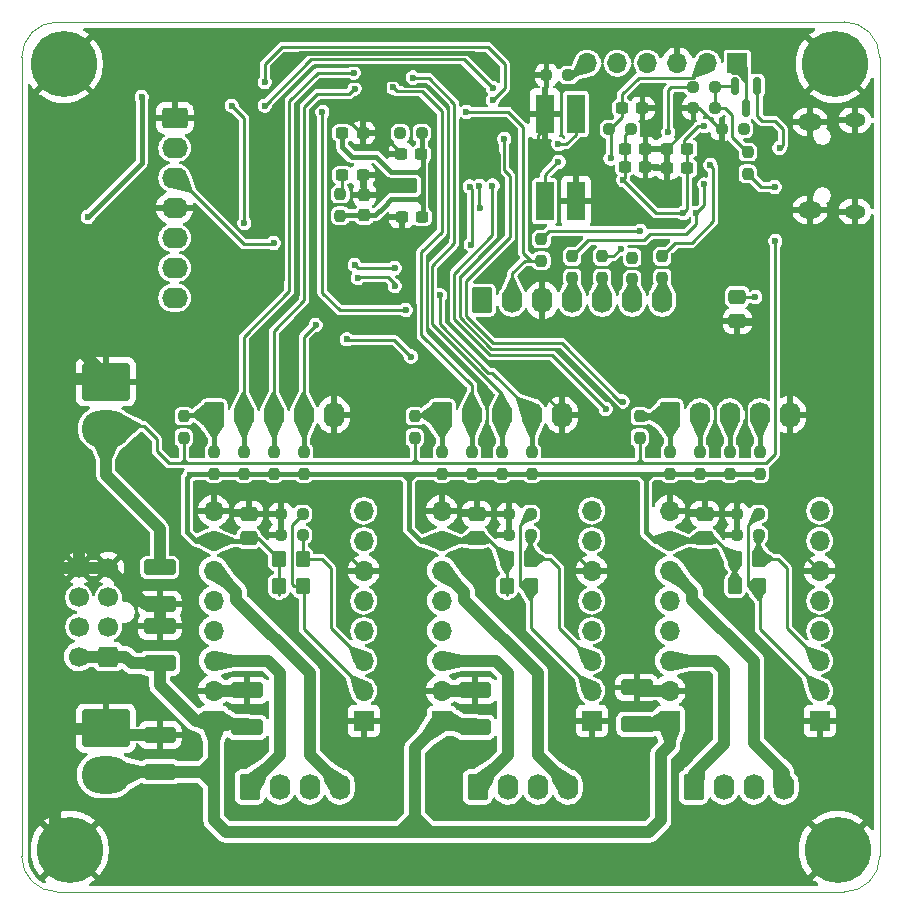
<source format=gbr>
%TF.GenerationSoftware,KiCad,Pcbnew,9.0.0*%
%TF.CreationDate,2025-03-09T14:03:34+01:00*%
%TF.ProjectId,Carte_moteur,43617274-655f-46d6-9f74-6575722e6b69,rev?*%
%TF.SameCoordinates,Original*%
%TF.FileFunction,Copper,L2,Bot*%
%TF.FilePolarity,Positive*%
%FSLAX46Y46*%
G04 Gerber Fmt 4.6, Leading zero omitted, Abs format (unit mm)*
G04 Created by KiCad (PCBNEW 9.0.0) date 2025-03-09 14:03:34*
%MOMM*%
%LPD*%
G01*
G04 APERTURE LIST*
G04 Aperture macros list*
%AMRoundRect*
0 Rectangle with rounded corners*
0 $1 Rounding radius*
0 $2 $3 $4 $5 $6 $7 $8 $9 X,Y pos of 4 corners*
0 Add a 4 corners polygon primitive as box body*
4,1,4,$2,$3,$4,$5,$6,$7,$8,$9,$2,$3,0*
0 Add four circle primitives for the rounded corners*
1,1,$1+$1,$2,$3*
1,1,$1+$1,$4,$5*
1,1,$1+$1,$6,$7*
1,1,$1+$1,$8,$9*
0 Add four rect primitives between the rounded corners*
20,1,$1+$1,$2,$3,$4,$5,0*
20,1,$1+$1,$4,$5,$6,$7,0*
20,1,$1+$1,$6,$7,$8,$9,0*
20,1,$1+$1,$8,$9,$2,$3,0*%
G04 Aperture macros list end*
%TA.AperFunction,ComponentPad*%
%ADD10RoundRect,0.250000X-0.845000X0.620000X-0.845000X-0.620000X0.845000X-0.620000X0.845000X0.620000X0*%
%TD*%
%TA.AperFunction,ComponentPad*%
%ADD11O,2.190000X1.740000*%
%TD*%
%TA.AperFunction,ComponentPad*%
%ADD12R,1.700000X1.700000*%
%TD*%
%TA.AperFunction,ComponentPad*%
%ADD13O,1.700000X1.700000*%
%TD*%
%TA.AperFunction,ComponentPad*%
%ADD14RoundRect,0.250000X-0.620000X-0.845000X0.620000X-0.845000X0.620000X0.845000X-0.620000X0.845000X0*%
%TD*%
%TA.AperFunction,ComponentPad*%
%ADD15O,1.740000X2.190000*%
%TD*%
%TA.AperFunction,ComponentPad*%
%ADD16C,5.600000*%
%TD*%
%TA.AperFunction,ComponentPad*%
%ADD17RoundRect,0.250000X-1.800000X1.330000X-1.800000X-1.330000X1.800000X-1.330000X1.800000X1.330000X0*%
%TD*%
%TA.AperFunction,ComponentPad*%
%ADD18O,4.100000X3.160000*%
%TD*%
%TA.AperFunction,HeatsinkPad*%
%ADD19O,1.800000X1.150000*%
%TD*%
%TA.AperFunction,HeatsinkPad*%
%ADD20O,2.000000X1.450000*%
%TD*%
%TA.AperFunction,ComponentPad*%
%ADD21RoundRect,0.250000X0.600000X0.600000X-0.600000X0.600000X-0.600000X-0.600000X0.600000X-0.600000X0*%
%TD*%
%TA.AperFunction,ComponentPad*%
%ADD22C,1.700000*%
%TD*%
%TA.AperFunction,SMDPad,CuDef*%
%ADD23RoundRect,0.250000X1.100000X-0.412500X1.100000X0.412500X-1.100000X0.412500X-1.100000X-0.412500X0*%
%TD*%
%TA.AperFunction,SMDPad,CuDef*%
%ADD24RoundRect,0.237500X-0.237500X0.250000X-0.237500X-0.250000X0.237500X-0.250000X0.237500X0.250000X0*%
%TD*%
%TA.AperFunction,SMDPad,CuDef*%
%ADD25RoundRect,0.237500X0.250000X0.237500X-0.250000X0.237500X-0.250000X-0.237500X0.250000X-0.237500X0*%
%TD*%
%TA.AperFunction,SMDPad,CuDef*%
%ADD26RoundRect,0.250000X-0.350000X-0.450000X0.350000X-0.450000X0.350000X0.450000X-0.350000X0.450000X0*%
%TD*%
%TA.AperFunction,SMDPad,CuDef*%
%ADD27RoundRect,0.250000X-1.100000X0.412500X-1.100000X-0.412500X1.100000X-0.412500X1.100000X0.412500X0*%
%TD*%
%TA.AperFunction,SMDPad,CuDef*%
%ADD28RoundRect,0.237500X0.300000X0.237500X-0.300000X0.237500X-0.300000X-0.237500X0.300000X-0.237500X0*%
%TD*%
%TA.AperFunction,SMDPad,CuDef*%
%ADD29RoundRect,0.250000X-0.475000X0.337500X-0.475000X-0.337500X0.475000X-0.337500X0.475000X0.337500X0*%
%TD*%
%TA.AperFunction,SMDPad,CuDef*%
%ADD30RoundRect,0.237500X0.237500X-0.250000X0.237500X0.250000X-0.237500X0.250000X-0.237500X-0.250000X0*%
%TD*%
%TA.AperFunction,SMDPad,CuDef*%
%ADD31RoundRect,0.237500X-0.300000X-0.237500X0.300000X-0.237500X0.300000X0.237500X-0.300000X0.237500X0*%
%TD*%
%TA.AperFunction,SMDPad,CuDef*%
%ADD32RoundRect,0.250000X0.475000X-0.337500X0.475000X0.337500X-0.475000X0.337500X-0.475000X-0.337500X0*%
%TD*%
%TA.AperFunction,SMDPad,CuDef*%
%ADD33RoundRect,0.150000X-0.150000X0.587500X-0.150000X-0.587500X0.150000X-0.587500X0.150000X0.587500X0*%
%TD*%
%TA.AperFunction,SMDPad,CuDef*%
%ADD34RoundRect,0.237500X-0.250000X-0.237500X0.250000X-0.237500X0.250000X0.237500X-0.250000X0.237500X0*%
%TD*%
%TA.AperFunction,SMDPad,CuDef*%
%ADD35R,1.540000X3.300000*%
%TD*%
%TA.AperFunction,SMDPad,CuDef*%
%ADD36RoundRect,0.237500X0.237500X-0.300000X0.237500X0.300000X-0.237500X0.300000X-0.237500X-0.300000X0*%
%TD*%
%TA.AperFunction,ViaPad*%
%ADD37C,0.600000*%
%TD*%
%TA.AperFunction,Conductor*%
%ADD38C,0.250000*%
%TD*%
%TA.AperFunction,Conductor*%
%ADD39C,1.000000*%
%TD*%
%TA.AperFunction,Conductor*%
%ADD40C,0.400000*%
%TD*%
%TA.AperFunction,Profile*%
%ADD41C,0.050000*%
%TD*%
G04 APERTURE END LIST*
D10*
%TO.P,J106,1,Pin_1*%
%TO.N,GND*%
X88900000Y-101600000D03*
D11*
%TO.P,J106,2,Pin_2*%
%TO.N,/micro/LPUART1_RX*%
X88900000Y-104140000D03*
%TO.P,J106,3,Pin_3*%
%TO.N,/micro/LPUART1_TX*%
X88900000Y-106680000D03*
%TO.P,J106,4,Pin_4*%
%TO.N,GND*%
X88900000Y-109220000D03*
%TO.P,J106,5,Pin_5*%
%TO.N,/micro/SPI1_SCK*%
X88900000Y-111760000D03*
%TO.P,J106,6,Pin_6*%
%TO.N,/micro/SPI1_MISO*%
X88900000Y-114300000D03*
%TO.P,J106,7,Pin_7*%
%TO.N,/micro/SPI1_MOSI*%
X88900000Y-116840000D03*
%TD*%
D12*
%TO.P,U201,1,EN*%
%TO.N,GND*%
X104902000Y-152639000D03*
D13*
%TO.P,U201,2,MS1*%
%TO.N,Net-(U201-MS1)*%
X104902000Y-150099000D03*
%TO.P,U201,3,MS2*%
%TO.N,Net-(U201-MS2)*%
X104902000Y-147559000D03*
%TO.P,U201,4,PDN*%
%TO.N,/micro/TMC1*%
X104902000Y-145019000D03*
%TO.P,U201,5,PDN*%
%TO.N,unconnected-(U201-PDN-Pad5)*%
X104902000Y-142479000D03*
%TO.P,U201,6,CLK*%
%TO.N,GND*%
X104902000Y-139939000D03*
%TO.P,U201,7,STEP*%
%TO.N,/micro/HRTIM_CHE1*%
X104902000Y-137399000D03*
%TO.P,U201,8,DIR*%
%TO.N,/micro/HRTIM_CHE2*%
X104902000Y-134859000D03*
%TO.P,U201,9,GND*%
%TO.N,GND*%
X92202000Y-134859000D03*
%TO.P,U201,10,VDD*%
%TO.N,+3V3*%
X92202000Y-137399000D03*
%TO.P,U201,11,B2*%
%TO.N,/tmc_motor/B02*%
X92202000Y-139939000D03*
%TO.P,U201,12,B1*%
%TO.N,/tmc_motor/B01*%
X92202000Y-142479000D03*
%TO.P,U201,13,A1*%
%TO.N,/tmc_motor/A01*%
X92202000Y-145019000D03*
%TO.P,U201,14,A2*%
%TO.N,/tmc_motor/A02*%
X92202000Y-147559000D03*
%TO.P,U201,15,GND*%
%TO.N,GND*%
X92202000Y-150099000D03*
D12*
%TO.P,U201,16,VM*%
%TO.N,+BATT*%
X92202000Y-152639000D03*
%TD*%
D14*
%TO.P,J104,1,Pin_1*%
%TO.N,+3V3*%
X114935000Y-117024000D03*
D15*
%TO.P,J104,2,Pin_2*%
%TO.N,/micro/T_RST*%
X117475000Y-117024000D03*
%TO.P,J104,3,Pin_3*%
%TO.N,GND*%
X120015000Y-117024000D03*
%TO.P,J104,4,Pin_4*%
%TO.N,/micro/T_SWDIO*%
X122555000Y-117024000D03*
%TO.P,J104,5,Pin_5*%
%TO.N,/micro/T_SWCLK*%
X125095000Y-117024000D03*
%TO.P,J104,6,Pin_6*%
%TO.N,/micro/T_JDTI*%
X127635000Y-117024000D03*
%TO.P,J104,7,Pin_7*%
%TO.N,/micro/T_SWO*%
X130175000Y-117024000D03*
%TD*%
D12*
%TO.P,U301,1,EN*%
%TO.N,GND*%
X124210184Y-152640513D03*
D13*
%TO.P,U301,2,MS1*%
%TO.N,Net-(U301-MS1)*%
X124210184Y-150100513D03*
%TO.P,U301,3,MS2*%
%TO.N,Net-(U301-MS2)*%
X124210184Y-147560513D03*
%TO.P,U301,4,PDN*%
%TO.N,/micro/TMC2*%
X124210184Y-145020513D03*
%TO.P,U301,5,PDN*%
%TO.N,unconnected-(U301-PDN-Pad5)*%
X124210184Y-142480513D03*
%TO.P,U301,6,CLK*%
%TO.N,GND*%
X124210184Y-139940513D03*
%TO.P,U301,7,STEP*%
%TO.N,/micro/HRTIM_CHD1*%
X124210184Y-137400513D03*
%TO.P,U301,8,DIR*%
%TO.N,/micro/HRTIM_CHD2*%
X124210184Y-134860513D03*
%TO.P,U301,9,GND*%
%TO.N,GND*%
X111510184Y-134860513D03*
%TO.P,U301,10,VDD*%
%TO.N,+3V3*%
X111510184Y-137400513D03*
%TO.P,U301,11,B2*%
%TO.N,/tmc_motor1/B02*%
X111510184Y-139940513D03*
%TO.P,U301,12,B1*%
%TO.N,/tmc_motor1/B01*%
X111510184Y-142480513D03*
%TO.P,U301,13,A1*%
%TO.N,/tmc_motor1/A01*%
X111510184Y-145020513D03*
%TO.P,U301,14,A2*%
%TO.N,/tmc_motor1/A02*%
X111510184Y-147560513D03*
%TO.P,U301,15,GND*%
%TO.N,GND*%
X111510184Y-150100513D03*
D12*
%TO.P,U301,16,VM*%
%TO.N,+BATT*%
X111510184Y-152640513D03*
%TD*%
D16*
%TO.P,H101,1,1*%
%TO.N,GND*%
X79502000Y-97028000D03*
%TD*%
D17*
%TO.P,J105,1,Pin_1*%
%TO.N,GND*%
X83058000Y-123952000D03*
D18*
%TO.P,J105,2,Pin_2*%
%TO.N,+5V*%
X83058000Y-127912000D03*
%TD*%
D14*
%TO.P,J201,1,Pin_1*%
%TO.N,Net-(J201-Pin_1)*%
X92202000Y-126746000D03*
D15*
%TO.P,J201,2,Pin_2*%
%TO.N,/micro/TIM5_CH1*%
X94742000Y-126746000D03*
%TO.P,J201,3,Pin_3*%
%TO.N,/micro/TIM5_CH2*%
X97282000Y-126746000D03*
%TO.P,J201,4,Pin_4*%
%TO.N,/micro/TIM5_ETR*%
X99822000Y-126746000D03*
%TO.P,J201,5,Pin_5*%
%TO.N,GND*%
X102362000Y-126746000D03*
%TD*%
D14*
%TO.P,J402,1,Pin_1*%
%TO.N,/tmc_motor2/A02*%
X132842000Y-158238909D03*
D15*
%TO.P,J402,2,Pin_2*%
%TO.N,/tmc_motor2/A01*%
X135382000Y-158238909D03*
%TO.P,J402,3,Pin_3*%
%TO.N,/tmc_motor2/B01*%
X137922000Y-158238909D03*
%TO.P,J402,4,Pin_4*%
%TO.N,/tmc_motor2/B02*%
X140462000Y-158238909D03*
%TD*%
D16*
%TO.P,H102,1,1*%
%TO.N,GND*%
X144780000Y-97028000D03*
%TD*%
D14*
%TO.P,J401,1,Pin_1*%
%TO.N,Net-(J401-Pin_1)*%
X130810000Y-126742909D03*
D15*
%TO.P,J401,2,Pin_2*%
%TO.N,/micro/TIM3_CH1*%
X133350000Y-126742909D03*
%TO.P,J401,3,Pin_3*%
%TO.N,/micro/TIM3_CH2*%
X135890000Y-126742909D03*
%TO.P,J401,4,Pin_4*%
%TO.N,/micro/TIM3_ETR*%
X138430000Y-126742909D03*
%TO.P,J401,5,Pin_5*%
%TO.N,GND*%
X140970000Y-126742909D03*
%TD*%
D14*
%TO.P,J301,1,Pin_1*%
%TO.N,Net-(J301-Pin_1)*%
X111510184Y-126747513D03*
D15*
%TO.P,J301,2,Pin_2*%
%TO.N,/micro/TIM1_CH1*%
X114050184Y-126747513D03*
%TO.P,J301,3,Pin_3*%
%TO.N,/micro/TIM1_CH2*%
X116590184Y-126747513D03*
%TO.P,J301,4,Pin_4*%
%TO.N,/micro/TIM1_ETR*%
X119130184Y-126747513D03*
%TO.P,J301,5,Pin_5*%
%TO.N,GND*%
X121670184Y-126747513D03*
%TD*%
D17*
%TO.P,J103,1,Pin_1*%
%TO.N,GND*%
X83058000Y-153266000D03*
D18*
%TO.P,J103,2,Pin_2*%
%TO.N,+BATT*%
X83058000Y-157226000D03*
%TD*%
D12*
%TO.P,U401,1,EN*%
%TO.N,GND*%
X143510000Y-152635909D03*
D13*
%TO.P,U401,2,MS1*%
%TO.N,Net-(U401-MS1)*%
X143510000Y-150095909D03*
%TO.P,U401,3,MS2*%
%TO.N,Net-(U401-MS2)*%
X143510000Y-147555909D03*
%TO.P,U401,4,PDN*%
%TO.N,/micro/TMC3*%
X143510000Y-145015909D03*
%TO.P,U401,5,PDN*%
%TO.N,unconnected-(U401-PDN-Pad5)*%
X143510000Y-142475909D03*
%TO.P,U401,6,CLK*%
%TO.N,GND*%
X143510000Y-139935909D03*
%TO.P,U401,7,STEP*%
%TO.N,/micro/HRTIM_CHB1*%
X143510000Y-137395909D03*
%TO.P,U401,8,DIR*%
%TO.N,/micro/HRTIM_CHB2*%
X143510000Y-134855909D03*
%TO.P,U401,9,GND*%
%TO.N,GND*%
X130810000Y-134855909D03*
%TO.P,U401,10,VDD*%
%TO.N,+3V3*%
X130810000Y-137395909D03*
%TO.P,U401,11,B2*%
%TO.N,/tmc_motor2/B02*%
X130810000Y-139935909D03*
%TO.P,U401,12,B1*%
%TO.N,/tmc_motor2/B01*%
X130810000Y-142475909D03*
%TO.P,U401,13,A1*%
%TO.N,/tmc_motor2/A01*%
X130810000Y-145015909D03*
%TO.P,U401,14,A2*%
%TO.N,/tmc_motor2/A02*%
X130810000Y-147555909D03*
%TO.P,U401,15,GND*%
%TO.N,GND*%
X130810000Y-150095909D03*
D12*
%TO.P,U401,16,VM*%
%TO.N,+BATT*%
X130810000Y-152635909D03*
%TD*%
D19*
%TO.P,J602,6,Shield*%
%TO.N,GND*%
X146483000Y-109544000D03*
D20*
X142683000Y-109394000D03*
X142683000Y-101944000D03*
D19*
X146483000Y-101794000D03*
%TD*%
D16*
%TO.P,H103,1,1*%
%TO.N,GND*%
X80010000Y-163576000D03*
%TD*%
D21*
%TO.P,J101,1,Pin_1*%
%TO.N,+BATT*%
X83272000Y-147200000D03*
D22*
%TO.P,J101,2,Pin_2*%
%TO.N,/9VL*%
X83272000Y-144700000D03*
%TO.P,J101,3,Pin_3*%
%TO.N,/5VL*%
X83272000Y-142200000D03*
%TO.P,J101,4,Pin_4*%
%TO.N,GND*%
X83272000Y-139700000D03*
%TO.P,J101,5,Pin_5*%
%TO.N,+BATT*%
X80772000Y-147200000D03*
%TO.P,J101,6,Pin_6*%
%TO.N,/12VL*%
X80772000Y-144700000D03*
%TO.P,J101,7,Pin_7*%
%TO.N,+5V*%
X80772000Y-142200000D03*
%TO.P,J101,8,Pin_8*%
%TO.N,GND*%
X80772000Y-139700000D03*
%TD*%
D12*
%TO.P,J601,1,Pin_1*%
%TO.N,+3.3VA*%
X136525000Y-96958000D03*
D13*
%TO.P,J601,2,Pin_2*%
%TO.N,/stlink/SRST*%
X133985000Y-96958000D03*
%TO.P,J601,3,Pin_3*%
%TO.N,GND*%
X131445000Y-96958000D03*
%TO.P,J601,4,Pin_4*%
%TO.N,/stlink/SWDIO*%
X128905000Y-96958000D03*
%TO.P,J601,5,Pin_5*%
%TO.N,/stlink/SWCLK*%
X126365000Y-96958000D03*
%TO.P,J601,6,Pin_6*%
%TO.N,/stlink/BOOT0*%
X123825000Y-96958000D03*
%TD*%
D16*
%TO.P,H104,1,1*%
%TO.N,GND*%
X145034000Y-163576000D03*
%TD*%
D14*
%TO.P,J302,1,Pin_1*%
%TO.N,/tmc_motor1/A02*%
X114558184Y-158243513D03*
D15*
%TO.P,J302,2,Pin_2*%
%TO.N,/tmc_motor1/A01*%
X117098184Y-158243513D03*
%TO.P,J302,3,Pin_3*%
%TO.N,/tmc_motor1/B01*%
X119638184Y-158243513D03*
%TO.P,J302,4,Pin_4*%
%TO.N,/tmc_motor1/B02*%
X122178184Y-158243513D03*
%TD*%
D14*
%TO.P,J202,1,Pin_1*%
%TO.N,/tmc_motor/A02*%
X95250000Y-158242000D03*
D15*
%TO.P,J202,2,Pin_2*%
%TO.N,/tmc_motor/A01*%
X97790000Y-158242000D03*
%TO.P,J202,3,Pin_3*%
%TO.N,/tmc_motor/B01*%
X100330000Y-158242000D03*
%TO.P,J202,4,Pin_4*%
%TO.N,/tmc_motor/B02*%
X102870000Y-158242000D03*
%TD*%
D23*
%TO.P,C102,1*%
%TO.N,+BATT*%
X87630000Y-147776000D03*
%TO.P,C102,2*%
%TO.N,GND*%
X87630000Y-144651000D03*
%TD*%
D24*
%TO.P,R302,1*%
%TO.N,Net-(J301-Pin_1)*%
X109220000Y-126849500D03*
%TO.P,R302,2*%
%TO.N,+5V*%
X109220000Y-128674500D03*
%TD*%
%TO.P,R202,1*%
%TO.N,Net-(J201-Pin_1)*%
X89662000Y-126849500D03*
%TO.P,R202,2*%
%TO.N,+5V*%
X89662000Y-128674500D03*
%TD*%
D25*
%TO.P,R603,1*%
%TO.N,Net-(J602-ID)*%
X137080000Y-102546000D03*
%TO.P,R603,2*%
%TO.N,GND*%
X135255000Y-102546000D03*
%TD*%
D23*
%TO.P,C201,1*%
%TO.N,+BATT*%
X94996000Y-153200500D03*
%TO.P,C201,2*%
%TO.N,GND*%
X94996000Y-150075500D03*
%TD*%
D25*
%TO.P,R307,1*%
%TO.N,Net-(U301-MS2)*%
X119026684Y-136907513D03*
%TO.P,R307,2*%
%TO.N,GND*%
X117201684Y-136907513D03*
%TD*%
D26*
%TO.P,R303,1*%
%TO.N,+3V3*%
X117025184Y-141225513D03*
%TO.P,R303,2*%
%TO.N,Net-(U301-MS1)*%
X119025184Y-141225513D03*
%TD*%
D24*
%TO.P,R528,1*%
%TO.N,/micro/TIM3_ETR*%
X138444500Y-129894409D03*
%TO.P,R528,2*%
%TO.N,+3V3*%
X138444500Y-131719409D03*
%TD*%
D27*
%TO.P,C101,1*%
%TO.N,+5V*%
X87630000Y-139661500D03*
%TO.P,C101,2*%
%TO.N,GND*%
X87630000Y-142786500D03*
%TD*%
D24*
%TO.P,R211,1*%
%TO.N,/micro/TIM5_CH2*%
X97296500Y-129897500D03*
%TO.P,R211,2*%
%TO.N,+3V3*%
X97296500Y-131722500D03*
%TD*%
D25*
%TO.P,R204,1*%
%TO.N,Net-(U201-MS1)*%
X99718500Y-135128000D03*
%TO.P,R204,2*%
%TO.N,GND*%
X97893500Y-135128000D03*
%TD*%
D28*
%TO.P,C605,1*%
%TO.N,GND*%
X128497500Y-100768000D03*
%TO.P,C605,2*%
%TO.N,/stlink/SRST*%
X126772500Y-100768000D03*
%TD*%
D29*
%TO.P,C602,1*%
%TO.N,+3.3VA*%
X136525000Y-116748500D03*
%TO.P,C602,2*%
%TO.N,GND*%
X136525000Y-118823500D03*
%TD*%
D30*
%TO.P,R101,1*%
%TO.N,/micro/T_RST*%
X119940000Y-113688500D03*
%TO.P,R101,2*%
%TO.N,/stlink/T_NRST*%
X119940000Y-111863500D03*
%TD*%
%TO.P,R104,1*%
%TO.N,/micro/T_SWO*%
X130175000Y-115142500D03*
%TO.P,R104,2*%
%TO.N,/stlink/T_SWO*%
X130175000Y-113317500D03*
%TD*%
%TO.P,R103,1*%
%TO.N,/micro/T_SWDIO*%
X122555000Y-115142500D03*
%TO.P,R103,2*%
%TO.N,/stlink/T_JTMS*%
X122555000Y-113317500D03*
%TD*%
D26*
%TO.P,R203,1*%
%TO.N,+3V3*%
X97717000Y-141224000D03*
%TO.P,R203,2*%
%TO.N,Net-(U201-MS1)*%
X99717000Y-141224000D03*
%TD*%
D30*
%TO.P,R102,1*%
%TO.N,/micro/T_SWCLK*%
X125095000Y-115142500D03*
%TO.P,R102,2*%
%TO.N,/stlink/T_JTCK*%
X125095000Y-113317500D03*
%TD*%
D25*
%TO.P,R207,1*%
%TO.N,Net-(U201-MS2)*%
X99718500Y-136906000D03*
%TO.P,R207,2*%
%TO.N,GND*%
X97893500Y-136906000D03*
%TD*%
D24*
%TO.P,R524,1*%
%TO.N,/micro/TIM1_CH2*%
X116604684Y-129899013D03*
%TO.P,R524,2*%
%TO.N,+3V3*%
X116604684Y-131724013D03*
%TD*%
D31*
%TO.P,C607,1*%
%TO.N,+3.3VA*%
X127026500Y-105721000D03*
%TO.P,C607,2*%
%TO.N,GND*%
X128751500Y-105721000D03*
%TD*%
D32*
%TO.P,C302,1*%
%TO.N,+3V3*%
X114469184Y-137183013D03*
%TO.P,C302,2*%
%TO.N,GND*%
X114469184Y-135108013D03*
%TD*%
D24*
%TO.P,R527,1*%
%TO.N,/micro/TIM3_CH2*%
X135904500Y-129894409D03*
%TO.P,R527,2*%
%TO.N,+3V3*%
X135904500Y-131719409D03*
%TD*%
D30*
%TO.P,R105,1*%
%TO.N,/micro/T_JDTI*%
X127635000Y-115246000D03*
%TO.P,R105,2*%
%TO.N,/stlink/T_JTDI*%
X127635000Y-113421000D03*
%TD*%
D28*
%TO.P,C503,1*%
%TO.N,+3V3*%
X109770500Y-104648000D03*
%TO.P,C503,2*%
%TO.N,GND*%
X108045500Y-104648000D03*
%TD*%
%TO.P,C508,1*%
%TO.N,GND*%
X104800500Y-106426000D03*
%TO.P,C508,2*%
%TO.N,Net-(U501-VREF+)*%
X103075500Y-106426000D03*
%TD*%
D25*
%TO.P,R612,1*%
%TO.N,/stlink/BOOT0*%
X122197500Y-97974000D03*
%TO.P,R612,2*%
%TO.N,GND*%
X120372500Y-97974000D03*
%TD*%
D28*
%TO.P,C505,1*%
%TO.N,+3V3*%
X109822500Y-109982000D03*
%TO.P,C505,2*%
%TO.N,GND*%
X108097500Y-109982000D03*
%TD*%
D23*
%TO.P,C301,1*%
%TO.N,+BATT*%
X114304184Y-153202013D03*
%TO.P,C301,2*%
%TO.N,GND*%
X114304184Y-150077013D03*
%TD*%
D32*
%TO.P,C402,1*%
%TO.N,+3V3*%
X133769000Y-137178409D03*
%TO.P,C402,2*%
%TO.N,GND*%
X133769000Y-135103409D03*
%TD*%
D26*
%TO.P,R306,1*%
%TO.N,+3V3*%
X117025184Y-138939513D03*
%TO.P,R306,2*%
%TO.N,Net-(U301-MS2)*%
X119025184Y-138939513D03*
%TD*%
D25*
%TO.P,R304,1*%
%TO.N,Net-(U301-MS1)*%
X119026684Y-135129513D03*
%TO.P,R304,2*%
%TO.N,GND*%
X117201684Y-135129513D03*
%TD*%
D23*
%TO.P,C104,1*%
%TO.N,+BATT*%
X87630000Y-156972000D03*
%TO.P,C104,2*%
%TO.N,GND*%
X87630000Y-153847000D03*
%TD*%
D33*
%TO.P,Q601,1,B*%
%TO.N,Net-(Q601-B)*%
X136337000Y-98893000D03*
%TO.P,Q601,2,E*%
%TO.N,Net-(J602-D+)*%
X138237000Y-98893000D03*
%TO.P,Q601,3,C*%
%TO.N,+3.3VA*%
X137287000Y-100768000D03*
%TD*%
D34*
%TO.P,R606,1*%
%TO.N,/stlink/USB_RENUM*%
X132818500Y-98990000D03*
%TO.P,R606,2*%
%TO.N,Net-(Q601-B)*%
X134643500Y-98990000D03*
%TD*%
D35*
%TO.P,Y601,1,1*%
%TO.N,/stlink/OSC_OUT*%
X120219000Y-108642000D03*
%TO.P,Y601,2,2*%
%TO.N,GND*%
X120219000Y-101242000D03*
%TO.P,Y601,3,3*%
%TO.N,/stlink/OSC_IN*%
X122859000Y-101242000D03*
%TO.P,Y601,4,4*%
%TO.N,GND*%
X122859000Y-108642000D03*
%TD*%
D24*
%TO.P,R526,1*%
%TO.N,/micro/TIM3_CH1*%
X133364500Y-129894409D03*
%TO.P,R526,2*%
%TO.N,+3V3*%
X133364500Y-131719409D03*
%TD*%
D25*
%TO.P,R605,1*%
%TO.N,Net-(Q601-B)*%
X134643500Y-100768000D03*
%TO.P,R605,2*%
%TO.N,GND*%
X132818500Y-100768000D03*
%TD*%
D24*
%TO.P,R511,1*%
%TO.N,Net-(U501-VREF+)*%
X102922000Y-108053500D03*
%TO.P,R511,2*%
%TO.N,+3V3*%
X102922000Y-109878500D03*
%TD*%
%TO.P,R210,1*%
%TO.N,/micro/TIM5_CH1*%
X94756500Y-129897500D03*
%TO.P,R210,2*%
%TO.N,+3V3*%
X94756500Y-131722500D03*
%TD*%
D25*
%TO.P,R609,1*%
%TO.N,+3.3VA*%
X127531500Y-102546000D03*
%TO.P,R609,2*%
%TO.N,/stlink/SRST*%
X125706500Y-102546000D03*
%TD*%
D24*
%TO.P,R212,1*%
%TO.N,/micro/TIM5_ETR*%
X99836500Y-129897500D03*
%TO.P,R212,2*%
%TO.N,+3V3*%
X99836500Y-131722500D03*
%TD*%
%TO.P,R301,1*%
%TO.N,Net-(J301-Pin_1)*%
X111524684Y-129899013D03*
%TO.P,R301,2*%
%TO.N,+3V3*%
X111524684Y-131724013D03*
%TD*%
D26*
%TO.P,R406,1*%
%TO.N,+3V3*%
X136325000Y-138934909D03*
%TO.P,R406,2*%
%TO.N,Net-(U401-MS2)*%
X138325000Y-138934909D03*
%TD*%
D32*
%TO.P,C202,1*%
%TO.N,+3V3*%
X95161000Y-137181500D03*
%TO.P,C202,2*%
%TO.N,GND*%
X95161000Y-135106500D03*
%TD*%
D31*
%TO.P,C603,1*%
%TO.N,+3.3VA*%
X127026500Y-104197000D03*
%TO.P,C603,2*%
%TO.N,GND*%
X128751500Y-104197000D03*
%TD*%
D24*
%TO.P,R523,1*%
%TO.N,/micro/TIM1_CH1*%
X114064684Y-129899013D03*
%TO.P,R523,2*%
%TO.N,+3V3*%
X114064684Y-131724013D03*
%TD*%
D28*
%TO.P,C604,1*%
%TO.N,+3.3VA*%
X132307500Y-104197000D03*
%TO.P,C604,2*%
%TO.N,GND*%
X130582500Y-104197000D03*
%TD*%
D34*
%TO.P,R510,1*%
%TO.N,/micro/T_RST*%
X107995500Y-102870000D03*
%TO.P,R510,2*%
%TO.N,+3V3*%
X109820500Y-102870000D03*
%TD*%
D28*
%TO.P,C606,1*%
%TO.N,+3.3VA*%
X132307500Y-105848000D03*
%TO.P,C606,2*%
%TO.N,GND*%
X130582500Y-105848000D03*
%TD*%
D31*
%TO.P,C506,1*%
%TO.N,+3V3*%
X103075500Y-102870000D03*
%TO.P,C506,2*%
%TO.N,GND*%
X104800500Y-102870000D03*
%TD*%
D24*
%TO.P,R402,1*%
%TO.N,Net-(J401-Pin_1)*%
X128270000Y-126849500D03*
%TO.P,R402,2*%
%TO.N,+5V*%
X128270000Y-128674500D03*
%TD*%
D25*
%TO.P,R407,1*%
%TO.N,Net-(U401-MS2)*%
X138326500Y-136902909D03*
%TO.P,R407,2*%
%TO.N,GND*%
X136501500Y-136902909D03*
%TD*%
D23*
%TO.P,C401,1*%
%TO.N,+BATT*%
X128016000Y-152946500D03*
%TO.P,C401,2*%
%TO.N,GND*%
X128016000Y-149821500D03*
%TD*%
D25*
%TO.P,R404,1*%
%TO.N,Net-(U401-MS1)*%
X138326500Y-135124909D03*
%TO.P,R404,2*%
%TO.N,GND*%
X136501500Y-135124909D03*
%TD*%
D24*
%TO.P,R401,1*%
%TO.N,Net-(J401-Pin_1)*%
X130824500Y-129894409D03*
%TO.P,R401,2*%
%TO.N,+3V3*%
X130824500Y-131719409D03*
%TD*%
D26*
%TO.P,R206,1*%
%TO.N,+3V3*%
X97717000Y-138938000D03*
%TO.P,R206,2*%
%TO.N,Net-(U201-MS2)*%
X99717000Y-138938000D03*
%TD*%
D36*
%TO.P,C504,1*%
%TO.N,+3V3*%
X104954000Y-109828500D03*
%TO.P,C504,2*%
%TO.N,GND*%
X104954000Y-108103500D03*
%TD*%
D24*
%TO.P,R201,1*%
%TO.N,Net-(J201-Pin_1)*%
X92216500Y-129897500D03*
%TO.P,R201,2*%
%TO.N,+3V3*%
X92216500Y-131722500D03*
%TD*%
D30*
%TO.P,R604,1*%
%TO.N,VBUS*%
X137414000Y-106322500D03*
%TO.P,R604,2*%
%TO.N,Net-(Q601-B)*%
X137414000Y-104497500D03*
%TD*%
D24*
%TO.P,R525,1*%
%TO.N,/micro/TIM1_ETR*%
X119144684Y-129899013D03*
%TO.P,R525,2*%
%TO.N,+3V3*%
X119144684Y-131724013D03*
%TD*%
D26*
%TO.P,R403,1*%
%TO.N,+3V3*%
X136325000Y-141220909D03*
%TO.P,R403,2*%
%TO.N,Net-(U401-MS1)*%
X138325000Y-141220909D03*
%TD*%
D37*
%TO.N,GND*%
X129286000Y-125222000D03*
X115316000Y-128524000D03*
X126492000Y-129794000D03*
X98552000Y-125222000D03*
X135890000Y-105664000D03*
X107921000Y-123263738D03*
X132588000Y-165608000D03*
X107442000Y-129794000D03*
X106172000Y-165608000D03*
X132818500Y-100768000D03*
X132334000Y-123698000D03*
X127508000Y-134874000D03*
X93472000Y-124968000D03*
X138176000Y-113030000D03*
X97282000Y-115316000D03*
X123952000Y-119126000D03*
X113792000Y-102108000D03*
X88392000Y-134112000D03*
X133096000Y-113214000D03*
X90170000Y-159512000D03*
X128651000Y-102800000D03*
X106760000Y-121684934D03*
X134620000Y-129286000D03*
X108103500Y-104648000D03*
X85177000Y-102870000D03*
X121920000Y-135636000D03*
X108966000Y-120650000D03*
X96520000Y-165608000D03*
X99949000Y-118491000D03*
X118618000Y-97028000D03*
X117094000Y-133858000D03*
X136535190Y-123698000D03*
X105715000Y-119431000D03*
X94996000Y-100584000D03*
X112027000Y-114033000D03*
X104394000Y-118618000D03*
X111162202Y-112686202D03*
X110162929Y-123066448D03*
X101092000Y-125222000D03*
X94742000Y-117856000D03*
X135255000Y-102546000D03*
X113538000Y-99060000D03*
X103378000Y-115824000D03*
X97790000Y-97790000D03*
X129667000Y-105848000D03*
X102362000Y-113792000D03*
X108097500Y-109982000D03*
X95758000Y-124968000D03*
X104700000Y-102870000D03*
X109144476Y-119014331D03*
X97028000Y-107188000D03*
X122555000Y-105848000D03*
X115570000Y-97536000D03*
X101092000Y-133604000D03*
X104954000Y-107188000D03*
X130265076Y-108384591D03*
X130048000Y-123865000D03*
X122555000Y-109815000D03*
X85177000Y-108458000D03*
X119660502Y-103816001D03*
X121920000Y-133350000D03*
X80772000Y-106150500D03*
X137414000Y-129032000D03*
X119634000Y-165608000D03*
X105410000Y-121666000D03*
X131150000Y-113284000D03*
X138049000Y-119056000D03*
X102108000Y-119634000D03*
X107442000Y-133604000D03*
X108712000Y-116840000D03*
X134620000Y-123698000D03*
X93568298Y-104236298D03*
X104989000Y-116840000D03*
%TO.N,+5V*%
X139752000Y-112014000D03*
X87630000Y-137159998D03*
X87630000Y-137922000D03*
X87630000Y-136398000D03*
%TO.N,+3V3*%
X109880500Y-109982000D03*
X86106000Y-99822000D03*
X90170000Y-131826000D03*
X109878500Y-102870000D03*
X81534000Y-109982000D03*
X103075500Y-102870000D03*
X102922000Y-109878500D03*
%TO.N,+3.3VA*%
X126873000Y-106864000D03*
X131953000Y-109658000D03*
X133731000Y-102292000D03*
X138049000Y-116770000D03*
X127026500Y-104197000D03*
%TO.N,/stlink/OSC_IN*%
X121385498Y-103815999D03*
%TO.N,/stlink/OSC_OUT*%
X121385498Y-105340000D03*
%TO.N,/stlink/SRST*%
X125797909Y-105026909D03*
%TO.N,VBUS*%
X139700000Y-107442000D03*
%TO.N,/micro/TMC1*%
X94794000Y-110490000D03*
X93725998Y-100567999D03*
%TO.N,/micro/TMC3*%
X126818363Y-125609767D03*
X115824000Y-99060000D03*
X96520000Y-100568002D03*
X116788500Y-103378000D03*
%TO.N,/micro/TMC2*%
X125386184Y-126238000D03*
X115799019Y-107326667D03*
X96519998Y-98568000D03*
X115824000Y-100076000D03*
%TO.N,/stlink/T_JTMS*%
X133731000Y-107217000D03*
X133072500Y-109657998D03*
%TO.N,/stlink/T_NRST*%
X128322000Y-111182000D03*
%TO.N,/stlink/USB_RENUM*%
X130683000Y-102800000D03*
%TO.N,/micro/TIM1_ETR*%
X111382976Y-116608615D03*
%TO.N,/stlink/T_JTDI*%
X127559999Y-113317498D03*
%TO.N,/micro/TIM1_CH2*%
X109060440Y-98178000D03*
%TO.N,/stlink/T_JTCK*%
X126647001Y-112672999D03*
%TO.N,/stlink/T_SWO*%
X134239000Y-105594000D03*
%TO.N,/micro/TIM1_CH1*%
X107347541Y-99022000D03*
%TO.N,/micro/TIM3_CH2*%
X108458000Y-117856000D03*
X101398000Y-101092000D03*
%TO.N,/micro/TIM3_ETR*%
X113970599Y-112343401D03*
X113873719Y-107406539D03*
%TO.N,/micro/LPUART1_TX*%
X97282000Y-112188000D03*
%TO.N,/micro/TIM3_CH1*%
X103465000Y-120348131D03*
X108898531Y-121804853D03*
%TO.N,/micro/TIM5_CH2*%
X104133293Y-99111000D03*
%TO.N,Net-(U501-VREF+)*%
X102922000Y-107950000D03*
%TO.N,Net-(J602-ID)*%
X137080000Y-102546000D03*
%TO.N,Net-(J602-D+)*%
X140104500Y-104140000D03*
%TO.N,/micro/TIM5_CH1*%
X104048675Y-97761000D03*
%TO.N,/micro/TIM5_ETR*%
X100838000Y-119126000D03*
%TO.N,/micro/T_SWO*%
X114701369Y-109248377D03*
X114692810Y-107341746D03*
%TO.N,/micro/HRTIM_CHD2*%
X107529000Y-115824000D03*
X104394000Y-115150003D03*
%TO.N,/micro/T_RST*%
X113590000Y-101092000D03*
X108053500Y-102870000D03*
%TO.N,/micro/HRTIM_CHD1*%
X104140000Y-114046000D03*
X107529000Y-114300000D03*
%TD*%
D38*
%TO.N,GND*%
X136525000Y-118823500D02*
X134768500Y-118823500D01*
X108045500Y-104648000D02*
X108045500Y-104590000D01*
X134620000Y-129286000D02*
X134620000Y-123698000D01*
X116332000Y-106905052D02*
X116332000Y-104648000D01*
X126492000Y-129794000D02*
X126492000Y-126238000D01*
X134239000Y-113214000D02*
X133096000Y-113214000D01*
X93472000Y-119888000D02*
X93472000Y-124968000D01*
X103396999Y-101566999D02*
X103396999Y-100558403D01*
X105918000Y-121158000D02*
X106233066Y-121158000D01*
D39*
X94718500Y-150099000D02*
X92202000Y-150099000D01*
D38*
X104902000Y-139939000D02*
X101092000Y-136129000D01*
X101183368Y-98460632D02*
X99314000Y-100330000D01*
X130048000Y-123805878D02*
X130048000Y-123865000D01*
D40*
X114145000Y-96111000D02*
X99469000Y-96111000D01*
D38*
X94996000Y-134776500D02*
X94996000Y-133604000D01*
X102327002Y-100162998D02*
X102160000Y-100330000D01*
X136535190Y-123698000D02*
X134620000Y-123698000D01*
X106680000Y-99060000D02*
X106387000Y-99353000D01*
X102204550Y-121170450D02*
X104914450Y-121170450D01*
X110162929Y-121958669D02*
X108966000Y-120761740D01*
X101092000Y-119801000D02*
X101092000Y-125222000D01*
D39*
X114026684Y-150100513D02*
X111510184Y-150100513D01*
D38*
X109144476Y-119014331D02*
X109220000Y-118938807D01*
X109220000Y-119089855D02*
X109220000Y-120396000D01*
X136501500Y-135124909D02*
X136501500Y-134262500D01*
X109573531Y-121369271D02*
X109573531Y-122084448D01*
X105387595Y-99353000D02*
X104495227Y-98460632D01*
X101513000Y-119380000D02*
X101092000Y-119801000D01*
D40*
X115570000Y-97536000D02*
X114145000Y-96111000D01*
D38*
X105715000Y-119431000D02*
X105207000Y-119431000D01*
X138049000Y-119056000D02*
X136757500Y-119056000D01*
X99314000Y-116586000D02*
X95758000Y-120142000D01*
X117094000Y-133858000D02*
X117201684Y-133965684D01*
X121920000Y-137650329D02*
X121920000Y-135636000D01*
D40*
X114221684Y-134860513D02*
X112170184Y-134860513D01*
X131470000Y-134855909D02*
X131222500Y-135103409D01*
X134418000Y-119634000D02*
X135228500Y-118823500D01*
D38*
X140970000Y-133096000D02*
X140970000Y-126742909D01*
X129540000Y-105721000D02*
X129667000Y-105848000D01*
X126492000Y-126238000D02*
X121412000Y-121158000D01*
X104954000Y-107188000D02*
X104954000Y-108103500D01*
X115570000Y-122428000D02*
X112027000Y-118885000D01*
X104800500Y-106426000D02*
X104800500Y-107034500D01*
X130048000Y-124460000D02*
X130048000Y-123865000D01*
X130429000Y-106936604D02*
X130265076Y-107100528D01*
X130429000Y-105848000D02*
X130429000Y-104297500D01*
X128497500Y-102646500D02*
X128651000Y-102800000D01*
X127508000Y-134874000D02*
X127508000Y-139700000D01*
D39*
X83058000Y-153377500D02*
X79794500Y-153377500D01*
D38*
X116332000Y-104648000D02*
X113792000Y-102108000D01*
D39*
X77978000Y-140970000D02*
X79248000Y-139700000D01*
D38*
X132818500Y-101961000D02*
X132818500Y-100768000D01*
X98044000Y-99822000D02*
X98044000Y-115316000D01*
X117201684Y-135129513D02*
X117201684Y-137161513D01*
D39*
X78740000Y-153416000D02*
X77978000Y-152654000D01*
D40*
X120015000Y-119201000D02*
X120448000Y-119634000D01*
D38*
X109573531Y-122084448D02*
X109178126Y-122479853D01*
X101092000Y-136129000D02*
X101092000Y-133604000D01*
D40*
X112170184Y-134860513D02*
X111922684Y-135108013D01*
D39*
X87630000Y-142786500D02*
X86358500Y-142786500D01*
D38*
X138487000Y-108204000D02*
X138938000Y-108204000D01*
X130265076Y-107100528D02*
X130265076Y-108384591D01*
X106680000Y-103224500D02*
X106680000Y-99060000D01*
X109220000Y-120396000D02*
X108966000Y-120650000D01*
X134620000Y-123698000D02*
X132334000Y-123698000D01*
X122859000Y-108642000D02*
X122859000Y-106152000D01*
X135890000Y-107950000D02*
X136144000Y-108204000D01*
X140970000Y-133350000D02*
X140970000Y-133096000D01*
X128751500Y-105721000D02*
X129540000Y-105721000D01*
D39*
X83312000Y-123698000D02*
X80264000Y-123698000D01*
D38*
X130155878Y-123698000D02*
X130048000Y-123805878D01*
D39*
X87630000Y-142786500D02*
X87630000Y-144651000D01*
D38*
X97893500Y-135128000D02*
X95182500Y-135128000D01*
X98044000Y-115316000D02*
X93472000Y-119888000D01*
X105410000Y-121666000D02*
X105918000Y-121158000D01*
X140128000Y-109394000D02*
X142683000Y-109394000D01*
X140462000Y-133350000D02*
X140716000Y-133604000D01*
X107994738Y-123190000D02*
X107921000Y-123263738D01*
X136144000Y-108204000D02*
X138487000Y-108204000D01*
D39*
X79502000Y-132334000D02*
X80772000Y-133604000D01*
D40*
X94913500Y-134859000D02*
X92862000Y-134859000D01*
D38*
X128497500Y-100768000D02*
X128497500Y-102646500D01*
X100584000Y-100838000D02*
X100584000Y-116840000D01*
X108966000Y-120761740D02*
X108966000Y-120650000D01*
D39*
X79794500Y-153377500D02*
X78740000Y-154432000D01*
D38*
X106760000Y-121774000D02*
X106760000Y-121684934D01*
X120372500Y-97974000D02*
X120372500Y-101088500D01*
X124210184Y-139940513D02*
X121920000Y-137650329D01*
D39*
X80772000Y-106150500D02*
X79756000Y-107166500D01*
D40*
X135228500Y-118823500D02*
X136525000Y-118823500D01*
D38*
X136501500Y-135124909D02*
X136501500Y-137156909D01*
X128651000Y-104096500D02*
X128651000Y-102800000D01*
X99314000Y-100330000D02*
X99314000Y-116586000D01*
X131150000Y-113284000D02*
X131220000Y-113214000D01*
X106680000Y-99060000D02*
X106680000Y-98552000D01*
X121670184Y-126522513D02*
X117575671Y-122428000D01*
X130582500Y-105594000D02*
X130582500Y-105848000D01*
X134239000Y-118294000D02*
X134239000Y-113214000D01*
X94996000Y-133604000D02*
X101092000Y-133604000D01*
D39*
X128016000Y-149821500D02*
X128290409Y-150095909D01*
D38*
X106885000Y-98347000D02*
X105624000Y-97086000D01*
X106680000Y-98552000D02*
X106885000Y-98347000D01*
X108204000Y-116332000D02*
X108712000Y-116840000D01*
X109144476Y-119014331D02*
X109220000Y-119089855D01*
X110236000Y-119380000D02*
X115316000Y-124460000D01*
X100780000Y-97086000D02*
X98044000Y-99822000D01*
D40*
X133769000Y-135103409D02*
X136480000Y-135103409D01*
D38*
X130582500Y-104197000D02*
X132818500Y-101961000D01*
X101092000Y-125222000D02*
X101092000Y-122283000D01*
D39*
X80772000Y-133604000D02*
X80772000Y-139700000D01*
D38*
X101092000Y-100330000D02*
X100584000Y-100838000D01*
X110236000Y-113538000D02*
X110236000Y-119380000D01*
X109220000Y-117348000D02*
X108712000Y-116840000D01*
D39*
X79248000Y-139700000D02*
X80772000Y-139700000D01*
D38*
X138487000Y-108204000D02*
X133477000Y-113214000D01*
X130429000Y-105848000D02*
X128878500Y-105848000D01*
X132334000Y-123698000D02*
X130155878Y-123698000D01*
D40*
X127508000Y-119634000D02*
X134418000Y-119634000D01*
D38*
X112014000Y-111760000D02*
X110236000Y-113538000D01*
D39*
X77978000Y-152654000D02*
X77978000Y-140970000D01*
D38*
X101092000Y-117348000D02*
X101092000Y-118425405D01*
D40*
X120448000Y-119634000D02*
X127508000Y-119634000D01*
D39*
X79502000Y-124460000D02*
X79502000Y-132334000D01*
D38*
X105207000Y-119431000D02*
X104394000Y-118618000D01*
X121920000Y-135636000D02*
X121920000Y-133350000D01*
D39*
X79756000Y-120142000D02*
X83312000Y-123698000D01*
D38*
X97893500Y-136906000D02*
X97893500Y-135636000D01*
X112014000Y-100584000D02*
X112014000Y-111760000D01*
X136501500Y-134262500D02*
X137414000Y-133350000D01*
X100584000Y-116840000D02*
X101092000Y-117348000D01*
D40*
X114469184Y-135108013D02*
X117180184Y-135108013D01*
D38*
X133306000Y-100768000D02*
X135084000Y-102546000D01*
X131220000Y-113214000D02*
X134239000Y-113214000D01*
X106387000Y-99353000D02*
X105387595Y-99353000D01*
X140970000Y-137395909D02*
X140970000Y-133096000D01*
X98552000Y-119888000D02*
X101092000Y-117348000D01*
X101092000Y-118425405D02*
X101513000Y-118846405D01*
X110039377Y-123190000D02*
X107994738Y-123190000D01*
X127508000Y-119634000D02*
X127000000Y-119126000D01*
D39*
X87630000Y-153847000D02*
X83527500Y-153847000D01*
D38*
X121412000Y-121158000D02*
X115695604Y-121158000D01*
X115316000Y-124460000D02*
X115316000Y-128524000D01*
X108045500Y-104590000D02*
X106680000Y-103224500D01*
X137234000Y-124396810D02*
X137234000Y-128852000D01*
D39*
X80772000Y-139700000D02*
X83272000Y-139700000D01*
D38*
X132818500Y-100768000D02*
X133306000Y-100768000D01*
X117201684Y-133965684D02*
X117201684Y-135129513D01*
X101513000Y-118846405D02*
X101513000Y-119380000D01*
X106885000Y-98347000D02*
X107876405Y-98347000D01*
X105624000Y-97086000D02*
X100780000Y-97086000D01*
X136535190Y-123698000D02*
X137234000Y-124396810D01*
D39*
X78740000Y-162306000D02*
X80010000Y-163576000D01*
X79756000Y-107166500D02*
X79756000Y-120142000D01*
D38*
X109178126Y-122479853D02*
X107465853Y-122479853D01*
X106233066Y-121158000D02*
X106760000Y-121684934D01*
X119660502Y-103054000D02*
X119660502Y-103816001D01*
X104800500Y-107034500D02*
X104954000Y-107188000D01*
X104914450Y-121170450D02*
X105410000Y-121666000D01*
X116586000Y-111506000D02*
X116586000Y-107159052D01*
X113030000Y-115062000D02*
X116586000Y-111506000D01*
X127508000Y-139700000D02*
X127267487Y-139940513D01*
X110162929Y-123066448D02*
X110162929Y-121958669D01*
X137234000Y-128852000D02*
X137414000Y-129032000D01*
X130582500Y-105848000D02*
X129667000Y-105848000D01*
D39*
X78740000Y-154432000D02*
X78740000Y-162306000D01*
D38*
X103001594Y-100162998D02*
X102327002Y-100162998D01*
D40*
X92862000Y-134859000D02*
X92614500Y-135106500D01*
D39*
X78740000Y-154432000D02*
X78740000Y-153416000D01*
D38*
X122859000Y-106152000D02*
X122555000Y-105848000D01*
X103396999Y-100558403D02*
X103001594Y-100162998D01*
D39*
X80264000Y-123698000D02*
X79502000Y-124460000D01*
X86358500Y-142786500D02*
X83272000Y-139700000D01*
D38*
X116586000Y-107159052D02*
X116332000Y-106905052D01*
X108432405Y-98903000D02*
X110333000Y-98903000D01*
X127000000Y-119126000D02*
X123952000Y-119126000D01*
X108097500Y-109982000D02*
X108204000Y-110088500D01*
X135890000Y-105664000D02*
X135890000Y-107950000D01*
X108966000Y-120761740D02*
X109573531Y-121369271D01*
X112027000Y-118885000D02*
X112027000Y-114033000D01*
X127267487Y-139940513D02*
X124210184Y-139940513D01*
X134768500Y-118823500D02*
X134239000Y-118294000D01*
X143510000Y-139935909D02*
X140970000Y-137395909D01*
D40*
X99469000Y-96111000D02*
X97790000Y-97790000D01*
D38*
X129286000Y-125222000D02*
X130048000Y-124460000D01*
X98552000Y-125222000D02*
X98552000Y-119888000D01*
X113030000Y-118492396D02*
X113030000Y-115062000D01*
X108204000Y-110088500D02*
X108204000Y-116332000D01*
X104495227Y-98460632D02*
X101183368Y-98460632D01*
X130328500Y-104197000D02*
X128751500Y-104197000D01*
X101092000Y-122283000D02*
X102204550Y-121170450D01*
X95758000Y-120142000D02*
X95758000Y-124968000D01*
X104700000Y-102870000D02*
X103396999Y-101566999D01*
D40*
X133521500Y-134855909D02*
X131470000Y-134855909D01*
D38*
X117575671Y-122428000D02*
X115570000Y-122428000D01*
X92202000Y-134859000D02*
X94913500Y-134859000D01*
X107465853Y-122479853D02*
X106760000Y-121774000D01*
X137414000Y-133350000D02*
X140462000Y-133350000D01*
D39*
X128290409Y-150095909D02*
X130810000Y-150095909D01*
D40*
X120015000Y-117024000D02*
X120015000Y-119201000D01*
D38*
X140716000Y-133604000D02*
X140970000Y-133350000D01*
X138938000Y-108204000D02*
X140128000Y-109394000D01*
X109220000Y-118938807D02*
X109220000Y-117348000D01*
X115695604Y-121158000D02*
X113030000Y-118492396D01*
X97893500Y-135128000D02*
X97893500Y-135636000D01*
X120269000Y-102800000D02*
X119914502Y-102800000D01*
X110333000Y-98903000D02*
X112014000Y-100584000D01*
X102160000Y-100330000D02*
X101092000Y-100330000D01*
X110162929Y-123066448D02*
X110039377Y-123190000D01*
X97893500Y-135636000D02*
X97893500Y-137160000D01*
X107876405Y-98347000D02*
X108432405Y-98903000D01*
X133477000Y-113214000D02*
X133096000Y-113214000D01*
X130429000Y-105848000D02*
X130429000Y-106936604D01*
X119914502Y-102800000D02*
X119660502Y-103054000D01*
X128751500Y-105721000D02*
X128751500Y-104197000D01*
D39*
%TO.N,+BATT*%
X80772000Y-147200000D02*
X83272000Y-147200000D01*
X87630000Y-149592500D02*
X90676500Y-152639000D01*
X87630000Y-147776000D02*
X87630000Y-149592500D01*
X107950000Y-162052000D02*
X109220000Y-160782000D01*
X109601000Y-161163000D02*
X109601000Y-161671000D01*
X128019091Y-152943409D02*
X131117500Y-152943409D01*
X109601000Y-161671000D02*
X109220000Y-162052000D01*
X107950000Y-162052000D02*
X109220000Y-162052000D01*
X130048000Y-161036000D02*
X129032000Y-162052000D01*
X109220000Y-160782000D02*
X109601000Y-161163000D01*
X109220000Y-154930697D02*
X109220000Y-160782000D01*
X92202000Y-152639000D02*
X92202000Y-155702000D01*
X91186000Y-156972000D02*
X87630000Y-156972000D01*
X92202000Y-156972000D02*
X91186000Y-156972000D01*
X91186000Y-156972000D02*
X92202000Y-157988000D01*
X92202000Y-155702000D02*
X92202000Y-156972000D01*
X94996000Y-152946500D02*
X92509500Y-152946500D01*
X92202000Y-161036000D02*
X93218000Y-162052000D01*
X129032000Y-162052000D02*
X110490000Y-162052000D01*
X111510184Y-152640513D02*
X109220000Y-154930697D01*
X87630000Y-147776000D02*
X85292000Y-147776000D01*
X87630000Y-156972000D02*
X83423500Y-156972000D01*
X93218000Y-162052000D02*
X107950000Y-162052000D01*
X92202000Y-155956000D02*
X92202000Y-155702000D01*
X114304184Y-152948013D02*
X111817684Y-152948013D01*
X85292000Y-147776000D02*
X84716000Y-147200000D01*
X110490000Y-162052000D02*
X109220000Y-160782000D01*
X90676500Y-152639000D02*
X92202000Y-152639000D01*
X130810000Y-152635909D02*
X130810000Y-154686000D01*
X84716000Y-147200000D02*
X83272000Y-147200000D01*
X109220000Y-162052000D02*
X110490000Y-162052000D01*
X91186000Y-156972000D02*
X92202000Y-155956000D01*
X130810000Y-154686000D02*
X130048000Y-155448000D01*
X92202000Y-157988000D02*
X92202000Y-158242000D01*
X92202000Y-158242000D02*
X92202000Y-161036000D01*
X92202000Y-156972000D02*
X92202000Y-158242000D01*
X130048000Y-155448000D02*
X130048000Y-161036000D01*
D38*
%TO.N,+5V*%
X89662000Y-128674500D02*
X89662000Y-130556000D01*
X87376000Y-128778000D02*
X86256000Y-127658000D01*
X109220000Y-130556000D02*
X108966000Y-130810000D01*
X128016000Y-130810000D02*
X109474000Y-130810000D01*
X108712000Y-130810000D02*
X89916000Y-130810000D01*
X88392000Y-130810000D02*
X87376000Y-129794000D01*
X139752000Y-121360000D02*
X139752000Y-112014000D01*
X109220000Y-130556000D02*
X109220000Y-130810000D01*
X109220000Y-130810000D02*
X108712000Y-130810000D01*
X128270000Y-130556000D02*
X128524000Y-130810000D01*
D39*
X83058000Y-127912000D02*
X83058000Y-131826000D01*
D38*
X128016000Y-130810000D02*
X128524000Y-130810000D01*
X109220000Y-130556000D02*
X109474000Y-130810000D01*
X128270000Y-128674500D02*
X128270000Y-130556000D01*
X89662000Y-130556000D02*
X89916000Y-130810000D01*
X108966000Y-130810000D02*
X108712000Y-130810000D01*
X138938000Y-130810000D02*
X139700000Y-130048000D01*
D39*
X87630000Y-137159998D02*
X87630000Y-136398000D01*
D38*
X89662000Y-130556000D02*
X89408000Y-130810000D01*
D39*
X83058000Y-131826000D02*
X87630000Y-136398000D01*
D38*
X109220000Y-128674500D02*
X109220000Y-130556000D01*
X109474000Y-130810000D02*
X108966000Y-130810000D01*
X88900000Y-130810000D02*
X88392000Y-130810000D01*
D39*
X87630000Y-137922000D02*
X87630000Y-137159998D01*
D38*
X139700000Y-121412000D02*
X139752000Y-121360000D01*
X128524000Y-130810000D02*
X138938000Y-130810000D01*
X128270000Y-130556000D02*
X128016000Y-130810000D01*
X86256000Y-127658000D02*
X84732000Y-127658000D01*
D39*
X87630000Y-137922000D02*
X87630000Y-139661500D01*
D38*
X89916000Y-130810000D02*
X88900000Y-130810000D01*
X87376000Y-129794000D02*
X87376000Y-128778000D01*
X139700000Y-130048000D02*
X139700000Y-121412000D01*
X89408000Y-130810000D02*
X88900000Y-130810000D01*
D40*
%TO.N,+3V3*%
X109880500Y-105664000D02*
X109880500Y-104700000D01*
D38*
X136325000Y-138934909D02*
X134568500Y-137178409D01*
D40*
X90663000Y-137399000D02*
X89916000Y-136652000D01*
X129286000Y-131724013D02*
X129540000Y-131724013D01*
D38*
X109626500Y-108458000D02*
X109880500Y-108204000D01*
D40*
X109714513Y-137400513D02*
X108712000Y-136398000D01*
X111510184Y-137400513D02*
X109714513Y-137400513D01*
D38*
X117025184Y-141987513D02*
X117025184Y-138869184D01*
D40*
X109880500Y-107950000D02*
X109880500Y-109924000D01*
X109770500Y-104648000D02*
X109828500Y-104590000D01*
X86106000Y-105410000D02*
X86106000Y-99822000D01*
X128778000Y-132080000D02*
X128778000Y-131724013D01*
D38*
X109880500Y-108458000D02*
X109880500Y-108712000D01*
D40*
X92202000Y-137399000D02*
X90663000Y-137399000D01*
D38*
X107240000Y-108458000D02*
X109474000Y-108458000D01*
D40*
X109220000Y-131724013D02*
X111524684Y-131724013D01*
X133364500Y-131719409D02*
X130824500Y-131719409D01*
D38*
X109474000Y-106273500D02*
X109880500Y-106680000D01*
X109880500Y-108966000D02*
X109880500Y-109924000D01*
D40*
X129540000Y-131724013D02*
X130819896Y-131724013D01*
D38*
X115339013Y-137183013D02*
X114469184Y-137183013D01*
X109474000Y-108559500D02*
X109880500Y-108966000D01*
D40*
X103912000Y-104902000D02*
X105970000Y-104902000D01*
X108712000Y-132232013D02*
X109220000Y-131724013D01*
X129521909Y-137395909D02*
X128778000Y-136652000D01*
X108712000Y-132232013D02*
X108204000Y-131724013D01*
X81534000Y-109982000D02*
X86106000Y-105410000D01*
D38*
X109474000Y-108458000D02*
X109880500Y-108458000D01*
X109880500Y-109924000D02*
X109822500Y-109982000D01*
D40*
X138459000Y-131757909D02*
X135919000Y-131757909D01*
X119144684Y-131724013D02*
X128016000Y-131724013D01*
X104954000Y-109828500D02*
X102972000Y-109828500D01*
X90273500Y-131722500D02*
X90170000Y-131826000D01*
X128778000Y-132334000D02*
X128778000Y-132080000D01*
X128778000Y-136652000D02*
X128778000Y-132334000D01*
X103075500Y-104065500D02*
X103912000Y-104902000D01*
X108712000Y-131724013D02*
X109220000Y-131724013D01*
D38*
X97717000Y-141986000D02*
X97717000Y-138938000D01*
X134568500Y-137178409D02*
X133769000Y-137178409D01*
D40*
X128778000Y-132232013D02*
X128270000Y-131724013D01*
X109880500Y-106680000D02*
X109880500Y-107950000D01*
D38*
X109474000Y-108458000D02*
X109474000Y-108356500D01*
D40*
X99836500Y-131722500D02*
X100179500Y-131722500D01*
X105869500Y-109828500D02*
X106579000Y-109119000D01*
X128270000Y-131724013D02*
X129286000Y-131724013D01*
D38*
X117025184Y-138869184D02*
X115339013Y-137183013D01*
X109880500Y-108204000D02*
X109880500Y-108458000D01*
D40*
X97311000Y-131761000D02*
X94771000Y-131761000D01*
X128778000Y-132232013D02*
X129286000Y-131724013D01*
D38*
X109474000Y-106070500D02*
X109880500Y-105664000D01*
D40*
X106579000Y-109119000D02*
X107240000Y-108458000D01*
X130810000Y-137395909D02*
X129521909Y-137395909D01*
X109828500Y-104590000D02*
X109828500Y-102920000D01*
D38*
X95960500Y-137181500D02*
X97717000Y-138938000D01*
X109474000Y-106172000D02*
X109880500Y-106172000D01*
X136325000Y-139734409D02*
X136325000Y-138934909D01*
D40*
X105970000Y-104902000D02*
X107240000Y-106172000D01*
D38*
X109474000Y-106172000D02*
X109474000Y-106070500D01*
D40*
X103075500Y-102870000D02*
X103075500Y-104065500D01*
X90273500Y-131722500D02*
X92216500Y-131722500D01*
D38*
X109474000Y-108458000D02*
X109474000Y-108559500D01*
D40*
X107240000Y-106172000D02*
X109880500Y-106172000D01*
X109880500Y-106172000D02*
X109880500Y-106680000D01*
X114064684Y-131724013D02*
X111524684Y-131724013D01*
D38*
X109474000Y-108458000D02*
X109626500Y-108458000D01*
D40*
X104954000Y-109828500D02*
X105869500Y-109828500D01*
X100181013Y-131724013D02*
X108204000Y-131724013D01*
D38*
X136325000Y-141220909D02*
X136325000Y-139734409D01*
X97717000Y-141224000D02*
X97717000Y-138938000D01*
D40*
X128016000Y-131724013D02*
X128270000Y-131724013D01*
X119159184Y-131762513D02*
X116619184Y-131762513D01*
X108204000Y-131724013D02*
X108712000Y-131724013D01*
X92216500Y-131722500D02*
X94756500Y-131722500D01*
X100179500Y-131722500D02*
X100181013Y-131724013D01*
X108712000Y-136398000D02*
X108712000Y-132334000D01*
X108712000Y-132334000D02*
X108712000Y-132232013D01*
X116619184Y-131762513D02*
X114079184Y-131762513D01*
D38*
X109474000Y-106070500D02*
X109474000Y-106273500D01*
X95161000Y-137181500D02*
X95960500Y-137181500D01*
D40*
X133551500Y-137395909D02*
X131410000Y-137395909D01*
X89916000Y-136652000D02*
X89916000Y-132080000D01*
X89916000Y-132080000D02*
X90273500Y-131722500D01*
D38*
X109474000Y-108356500D02*
X109880500Y-107950000D01*
D40*
X99851000Y-131761000D02*
X97311000Y-131761000D01*
D38*
X109880500Y-108712000D02*
X109880500Y-108966000D01*
D40*
X94943500Y-137399000D02*
X92802000Y-137399000D01*
X107240000Y-108458000D02*
X109880500Y-108458000D01*
X108712000Y-132334000D02*
X108712000Y-131724013D01*
X109880500Y-106172000D02*
X109880500Y-105664000D01*
D38*
X109474000Y-106172000D02*
X109626500Y-106172000D01*
D40*
X135919000Y-131757909D02*
X133379000Y-131757909D01*
X128778000Y-132334000D02*
X128778000Y-132232013D01*
X114251684Y-137400513D02*
X112110184Y-137400513D01*
D38*
X109626500Y-108458000D02*
X109880500Y-108712000D01*
%TO.N,+3.3VA*%
X132307500Y-109303500D02*
X131953000Y-109658000D01*
X127026500Y-105721000D02*
X127026500Y-104197000D01*
X136525000Y-116748500D02*
X138027500Y-116748500D01*
X137287000Y-100768000D02*
X137287000Y-97720000D01*
X132053500Y-103465618D02*
X133227118Y-102292000D01*
X127026500Y-104197000D02*
X127026500Y-103051000D01*
X138027500Y-116748500D02*
X138049000Y-116770000D01*
X127026500Y-105721000D02*
X127026500Y-106710500D01*
X133227118Y-102292000D02*
X133731000Y-102292000D01*
X129667000Y-109658000D02*
X131953000Y-109658000D01*
X127026500Y-106710500D02*
X126873000Y-106864000D01*
X126873000Y-106864000D02*
X129667000Y-109658000D01*
X132053500Y-104197000D02*
X132053500Y-103465618D01*
X132307500Y-104197000D02*
X132307500Y-109303500D01*
X137287000Y-97720000D02*
X136525000Y-96958000D01*
X127026500Y-103051000D02*
X127531500Y-102546000D01*
%TO.N,/stlink/OSC_IN*%
X122859000Y-101640000D02*
X122859000Y-103004000D01*
X122859000Y-103004000D02*
X122047001Y-103815999D01*
X122047001Y-103815999D02*
X121385498Y-103815999D01*
%TO.N,/stlink/OSC_OUT*%
X120219000Y-109040000D02*
X120219000Y-106406000D01*
X120219000Y-106406000D02*
X121285000Y-105340000D01*
X121285000Y-105340000D02*
X121385498Y-105340000D01*
%TO.N,/stlink/SRST*%
X126772500Y-99598500D02*
X128182000Y-98189000D01*
X125797909Y-102454591D02*
X126772500Y-101480000D01*
X126772500Y-101480000D02*
X126772500Y-100768000D01*
X132754000Y-98189000D02*
X133985000Y-96958000D01*
X128182000Y-98189000D02*
X132754000Y-98189000D01*
X126772500Y-100768000D02*
X126772500Y-99598500D01*
X125797909Y-105026909D02*
X125797909Y-102454591D01*
%TO.N,VBUS*%
X138533500Y-107442000D02*
X137414000Y-106322500D01*
X139700000Y-107442000D02*
X138533500Y-107442000D01*
D39*
%TO.N,/tmc_motor/B02*%
X94118000Y-141753712D02*
X92367000Y-140002712D01*
X100330000Y-155512428D02*
X100330000Y-148590000D01*
X102870000Y-158052428D02*
X100330000Y-155512428D01*
X100330000Y-148590000D02*
X94118000Y-142378000D01*
X94118000Y-142378000D02*
X94118000Y-141753712D01*
%TO.N,/tmc_motor/A02*%
X96759000Y-147559000D02*
X92367000Y-147559000D01*
X95250000Y-158052428D02*
X97790000Y-155512428D01*
X97790000Y-155512428D02*
X97790000Y-148590000D01*
X97790000Y-148590000D02*
X96759000Y-147559000D01*
%TO.N,/tmc_motor1/A02*%
X116067184Y-147560513D02*
X111675184Y-147560513D01*
X114558184Y-158053941D02*
X117098184Y-155513941D01*
X117098184Y-155513941D02*
X117098184Y-148591513D01*
X117098184Y-148591513D02*
X116067184Y-147560513D01*
%TO.N,/tmc_motor1/B02*%
X119638184Y-155513941D02*
X119638184Y-148591513D01*
X122178184Y-158053941D02*
X119638184Y-155513941D01*
X119638184Y-148591513D02*
X113426184Y-142379513D01*
X113426184Y-141755225D02*
X111675184Y-140004225D01*
X113426184Y-142379513D02*
X113426184Y-141755225D01*
%TO.N,/tmc_motor2/A02*%
X132842000Y-157143909D02*
X135382000Y-154603909D01*
X135382000Y-154603909D02*
X135382000Y-148336000D01*
X134601909Y-147555909D02*
X130975000Y-147555909D01*
X132842000Y-158238909D02*
X132842000Y-157143909D01*
X135382000Y-148336000D02*
X134601909Y-147555909D01*
%TO.N,/tmc_motor2/B02*%
X132726000Y-142374909D02*
X132726000Y-141750621D01*
X140462000Y-158238909D02*
X140462000Y-157033337D01*
X137922000Y-147570909D02*
X132726000Y-142374909D01*
X140462000Y-157033337D02*
X137922000Y-154493337D01*
X132726000Y-141750621D02*
X130975000Y-139999621D01*
X137922000Y-154493337D02*
X137922000Y-147570909D01*
D38*
%TO.N,/stlink/BOOT0*%
X122809000Y-97974000D02*
X123825000Y-96958000D01*
X122197500Y-97974000D02*
X122809000Y-97974000D01*
%TO.N,Net-(U201-MS1)*%
X105067000Y-150099000D02*
X99822000Y-144854000D01*
X98791000Y-136055500D02*
X99718500Y-135128000D01*
X98955000Y-141224000D02*
X98791000Y-141060000D01*
X99822000Y-141224000D02*
X98955000Y-141224000D01*
X98791000Y-141060000D02*
X98791000Y-136055500D01*
X99822000Y-144854000D02*
X99822000Y-141224000D01*
%TO.N,/micro/TMC1*%
X94794000Y-101636001D02*
X93725998Y-100567999D01*
X94794000Y-110490000D02*
X94794000Y-101636001D01*
%TO.N,Net-(U201-MS2)*%
X99718500Y-138938000D02*
X99718500Y-137160000D01*
X104902000Y-147559000D02*
X102108000Y-144765000D01*
X102108000Y-139700000D02*
X101346000Y-138938000D01*
X102108000Y-144765000D02*
X102108000Y-139700000D01*
X101346000Y-138938000D02*
X99718500Y-138938000D01*
%TO.N,/micro/TMC3*%
X117290000Y-111692396D02*
X113538000Y-115444396D01*
X126625767Y-125609767D02*
X126818363Y-125609767D01*
X116788500Y-103378000D02*
X116788500Y-105992104D01*
X113400000Y-96636000D02*
X115824000Y-99060000D01*
X115824000Y-120650000D02*
X121666000Y-120650000D01*
X116788500Y-105992104D02*
X117290000Y-106493604D01*
X113538000Y-115444396D02*
X113538000Y-118364000D01*
X96520000Y-100568002D02*
X100452002Y-96636000D01*
X113538000Y-118364000D02*
X115824000Y-120650000D01*
X117290000Y-106493604D02*
X117290000Y-111692396D01*
X100452002Y-96636000D02*
X113400000Y-96636000D01*
X121666000Y-120650000D02*
X126625767Y-125609767D01*
%TO.N,/micro/TMC2*%
X120814184Y-121666000D02*
X115567208Y-121666000D01*
X112522000Y-118620792D02*
X112522000Y-114808000D01*
X97962000Y-95586000D02*
X96519998Y-97028002D01*
X96519998Y-97028002D02*
X96519998Y-98568000D01*
X115567208Y-121666000D02*
X112522000Y-118620792D01*
X112522000Y-114808000D02*
X115799019Y-111530981D01*
X115398000Y-95586000D02*
X97962000Y-95586000D01*
X115824000Y-100076000D02*
X116840000Y-99060000D01*
X115799019Y-111530981D02*
X115799019Y-107326667D01*
X125386184Y-126238000D02*
X120814184Y-121666000D01*
X116840000Y-97028000D02*
X115398000Y-95586000D01*
X116840000Y-99060000D02*
X116840000Y-97028000D01*
%TO.N,/stlink/T_JTMS*%
X128651000Y-111944000D02*
X129159000Y-111436000D01*
X133072500Y-110570500D02*
X133072500Y-109657998D01*
X122555000Y-113317500D02*
X123928500Y-111944000D01*
X129159000Y-111436000D02*
X132207000Y-111436000D01*
X133731000Y-108999498D02*
X133072500Y-109657998D01*
X123928500Y-111944000D02*
X128651000Y-111944000D01*
X132207000Y-111436000D02*
X133072500Y-110570500D01*
X133731000Y-107217000D02*
X133731000Y-108999498D01*
%TO.N,/stlink/T_NRST*%
X120621500Y-111182000D02*
X128322000Y-111182000D01*
X119940000Y-111863500D02*
X120621500Y-111182000D01*
%TO.N,/stlink/USB_RENUM*%
X130683000Y-99244000D02*
X130683000Y-102800000D01*
X130937000Y-98990000D02*
X130683000Y-99244000D01*
X132818500Y-98990000D02*
X130937000Y-98990000D01*
%TO.N,/micro/TIM1_ETR*%
X111339000Y-116652591D02*
X111382976Y-116608615D01*
X119130184Y-126522513D02*
X115797671Y-123190000D01*
X111339000Y-119084604D02*
X111339000Y-116652591D01*
X115444396Y-123190000D02*
X111339000Y-119084604D01*
D40*
X119144684Y-129899013D02*
X119144684Y-126762013D01*
D38*
X115797671Y-123190000D02*
X115444396Y-123190000D01*
%TO.N,/micro/TIM1_CH2*%
X109110440Y-98228000D02*
X110420000Y-98228000D01*
X112574000Y-112229000D02*
X110686000Y-114117000D01*
X112574000Y-100382000D02*
X112574000Y-112229000D01*
X110686000Y-114117000D02*
X110686000Y-119068000D01*
X110420000Y-98228000D02*
X112574000Y-100382000D01*
X116590184Y-124972184D02*
X116590184Y-126747513D01*
X110686000Y-119068000D02*
X116590184Y-124972184D01*
X109060440Y-98178000D02*
X109110440Y-98228000D01*
D40*
X116604684Y-129899013D02*
X116604684Y-126762013D01*
D38*
%TO.N,/stlink/T_JTCK*%
X125095000Y-113317500D02*
X126002500Y-113317500D01*
X126002500Y-113317500D02*
X126647001Y-112672999D01*
%TO.N,/stlink/T_SWO*%
X134493000Y-105848000D02*
X134239000Y-105594000D01*
X131294500Y-112198000D02*
X132652198Y-112198000D01*
X134493000Y-110357198D02*
X134493000Y-105848000D01*
X130175000Y-113317500D02*
X131294500Y-112198000D01*
X132652198Y-112198000D02*
X134493000Y-110357198D01*
%TO.N,/micro/TIM1_CH1*%
X109786000Y-119946000D02*
X109786000Y-112972000D01*
X107678541Y-99353000D02*
X107347541Y-99022000D01*
X114050184Y-124210184D02*
X109786000Y-119946000D01*
X109819000Y-99353000D02*
X107678541Y-99353000D01*
X111506000Y-101040000D02*
X109819000Y-99353000D01*
D40*
X114064684Y-129899013D02*
X114064684Y-126762013D01*
D38*
X109786000Y-112972000D02*
X111506000Y-111252000D01*
X114050184Y-126747513D02*
X114050184Y-124210184D01*
X111506000Y-111252000D02*
X111506000Y-101040000D01*
%TO.N,/micro/TIM3_CH2*%
X101398000Y-116384000D02*
X102870000Y-117856000D01*
D40*
X135904500Y-129894409D02*
X135904500Y-126757409D01*
D38*
X102870000Y-117856000D02*
X108458000Y-117856000D01*
X101398000Y-101092000D02*
X101398000Y-116384000D01*
%TO.N,/micro/TIM3_ETR*%
X114046000Y-107578820D02*
X114046000Y-112268000D01*
X114046000Y-112268000D02*
X113970599Y-112343401D01*
X113873719Y-107406539D02*
X114046000Y-107578820D01*
D40*
X138444500Y-129894409D02*
X138444500Y-126757409D01*
D38*
%TO.N,/micro/LPUART1_TX*%
X89154000Y-106680000D02*
X94742000Y-112268000D01*
X94742000Y-112268000D02*
X97202000Y-112268000D01*
X97202000Y-112268000D02*
X97282000Y-112188000D01*
D40*
%TO.N,/micro/TIM3_CH1*%
X133364500Y-129894409D02*
X133364500Y-126757409D01*
D38*
X107485029Y-120391351D02*
X108898531Y-121804853D01*
X103465000Y-120348131D02*
X103508220Y-120391351D01*
X103508220Y-120391351D02*
X107485029Y-120391351D01*
%TO.N,/micro/TIM5_CH2*%
X103622000Y-99578000D02*
X104089000Y-99111000D01*
D40*
X97296500Y-129897500D02*
X97296500Y-126760500D01*
D38*
X104089000Y-99111000D02*
X104133293Y-99111000D01*
X97282000Y-126746000D02*
X97282000Y-119634000D01*
X97282000Y-119634000D02*
X99880000Y-117036000D01*
X99880000Y-117036000D02*
X99880000Y-100654396D01*
X100956396Y-99578000D02*
X103622000Y-99578000D01*
X99880000Y-100654396D02*
X100956396Y-99578000D01*
%TO.N,Net-(U501-VREF+)*%
X103075500Y-106426000D02*
X103075500Y-107796500D01*
%TO.N,Net-(J602-D+)*%
X139700000Y-101854000D02*
X138627000Y-101854000D01*
X138627000Y-101854000D02*
X138237000Y-101464000D01*
X140104500Y-104140000D02*
X140358500Y-103886000D01*
X138237000Y-101464000D02*
X138237000Y-98306500D01*
X140358500Y-102512500D02*
X139700000Y-101854000D01*
X140358500Y-103886000D02*
X140358500Y-102512500D01*
%TO.N,Net-(Q601-B)*%
X136116000Y-101375000D02*
X136116000Y-103238000D01*
X134643500Y-100768000D02*
X134643500Y-98990000D01*
X134643500Y-100768000D02*
X135509000Y-100768000D01*
X136116000Y-103238000D02*
X137375500Y-104497500D01*
X136337000Y-98893000D02*
X134740500Y-98893000D01*
X135509000Y-100768000D02*
X136116000Y-101375000D01*
%TO.N,/micro/TIM5_CH1*%
X100992604Y-97761000D02*
X104048675Y-97761000D01*
X94742000Y-120142000D02*
X98610000Y-116274000D01*
X94742000Y-126746000D02*
X94742000Y-120142000D01*
X98610000Y-100143604D02*
X100992604Y-97761000D01*
X98610000Y-116274000D02*
X98610000Y-100143604D01*
D40*
X94756500Y-129897500D02*
X94756500Y-126760500D01*
D38*
%TO.N,/micro/TIM5_ETR*%
X99822000Y-120142000D02*
X100838000Y-119126000D01*
D40*
X99836500Y-129897500D02*
X99836500Y-126760500D01*
D38*
X99822000Y-126746000D02*
X99822000Y-120142000D01*
%TO.N,/micro/T_SWO*%
X130175000Y-115142500D02*
X130175000Y-117786000D01*
X114692810Y-107341746D02*
X114692810Y-109239818D01*
X114692810Y-109239818D02*
X114701369Y-109248377D01*
%TO.N,/micro/HRTIM_CHD2*%
X107529000Y-115657000D02*
X107529000Y-115824000D01*
X106934000Y-115062000D02*
X107529000Y-115657000D01*
X104482003Y-115062000D02*
X106934000Y-115062000D01*
X104394000Y-115150003D02*
X104482003Y-115062000D01*
%TO.N,/micro/T_SWDIO*%
X122555000Y-115142500D02*
X122555000Y-117786000D01*
%TO.N,/micro/T_RST*%
X117146000Y-101092000D02*
X118416000Y-102362000D01*
X118416000Y-113030000D02*
X119074500Y-113688500D01*
X118519500Y-113688500D02*
X117475000Y-114733000D01*
X113590000Y-101092000D02*
X117146000Y-101092000D01*
X119074500Y-113688500D02*
X119940000Y-113688500D01*
X118416000Y-102362000D02*
X118416000Y-113030000D01*
X117475000Y-114733000D02*
X117475000Y-117786000D01*
X119940000Y-113688500D02*
X118519500Y-113688500D01*
%TO.N,/micro/T_SWCLK*%
X125095000Y-115142500D02*
X125095000Y-117786000D01*
%TO.N,/micro/T_JDTI*%
X127635000Y-115246000D02*
X127635000Y-117786000D01*
D40*
%TO.N,Net-(J201-Pin_1)*%
X89765500Y-126746000D02*
X92202000Y-126746000D01*
X92216500Y-129897500D02*
X92216500Y-126760500D01*
%TO.N,Net-(J301-Pin_1)*%
X111524684Y-129899013D02*
X111524684Y-126762013D01*
X109325013Y-126747513D02*
X111510184Y-126747513D01*
%TO.N,Net-(J401-Pin_1)*%
X129941409Y-126896500D02*
X130810000Y-126027909D01*
X130824500Y-129894409D02*
X130824500Y-126757409D01*
X128270000Y-126896500D02*
X129941409Y-126896500D01*
D38*
%TO.N,Net-(U301-MS1)*%
X119025184Y-144750513D02*
X119025184Y-141225513D01*
X119025184Y-141225513D02*
X118263184Y-141225513D01*
X118263184Y-141225513D02*
X118099184Y-141061513D01*
X118099184Y-141061513D02*
X118099184Y-136057013D01*
X118099184Y-136057013D02*
X119026684Y-135129513D01*
X124375184Y-150100513D02*
X119025184Y-144750513D01*
%TO.N,Net-(U301-MS2)*%
X121416184Y-139701513D02*
X120654184Y-138939513D01*
X121416184Y-144766513D02*
X121416184Y-139701513D01*
X124210184Y-147560513D02*
X121416184Y-144766513D01*
X119026684Y-138939513D02*
X119026684Y-137161513D01*
X120654184Y-138939513D02*
X119026684Y-138939513D01*
%TO.N,Net-(U401-MS1)*%
X138430000Y-141220909D02*
X137563000Y-141220909D01*
X137563000Y-141220909D02*
X137399000Y-141056909D01*
X137399000Y-141056909D02*
X137399000Y-136052409D01*
X137399000Y-136052409D02*
X138326500Y-135124909D01*
X143675000Y-150095909D02*
X138430000Y-144850909D01*
X138430000Y-144850909D02*
X138430000Y-141220909D01*
%TO.N,Net-(U401-MS2)*%
X138326500Y-138934909D02*
X138326500Y-137156909D01*
X140716000Y-139696909D02*
X139954000Y-138934909D01*
X140716000Y-144761909D02*
X140716000Y-139696909D01*
X139954000Y-138934909D02*
X138326500Y-138934909D01*
X143510000Y-147555909D02*
X140716000Y-144761909D01*
%TO.N,/micro/HRTIM_CHD1*%
X104140000Y-114046000D02*
X104394000Y-114300000D01*
X104394000Y-114300000D02*
X107529000Y-114300000D01*
D40*
%TO.N,/5VL*%
X83272000Y-142200000D02*
X83352000Y-142200000D01*
%TD*%
%TA.AperFunction,Conductor*%
%TO.N,GND*%
G36*
X91499213Y-132242685D02*
G01*
X91530978Y-132272075D01*
X91594999Y-132356500D01*
X91704224Y-132439327D01*
X91712842Y-132445862D01*
X91850423Y-132500117D01*
X91908062Y-132507039D01*
X91936881Y-132510500D01*
X91936882Y-132510500D01*
X92496119Y-132510500D01*
X92517732Y-132507904D01*
X92582577Y-132500117D01*
X92720158Y-132445862D01*
X92838000Y-132356500D01*
X92853324Y-132336292D01*
X92902022Y-132272075D01*
X92958215Y-132230551D01*
X93000826Y-132223000D01*
X93972174Y-132223000D01*
X94039213Y-132242685D01*
X94070978Y-132272075D01*
X94134999Y-132356500D01*
X94244224Y-132439327D01*
X94252842Y-132445862D01*
X94390423Y-132500117D01*
X94448062Y-132507039D01*
X94476881Y-132510500D01*
X94476882Y-132510500D01*
X95036119Y-132510500D01*
X95057732Y-132507904D01*
X95122577Y-132500117D01*
X95260158Y-132445862D01*
X95378000Y-132356500D01*
X95412826Y-132310573D01*
X95469019Y-132269051D01*
X95511630Y-132261500D01*
X96541370Y-132261500D01*
X96608409Y-132281185D01*
X96640172Y-132310572D01*
X96675000Y-132356500D01*
X96792842Y-132445862D01*
X96930423Y-132500117D01*
X96988062Y-132507039D01*
X97016881Y-132510500D01*
X97016882Y-132510500D01*
X97576119Y-132510500D01*
X97597732Y-132507904D01*
X97662577Y-132500117D01*
X97800158Y-132445862D01*
X97918000Y-132356500D01*
X97952826Y-132310573D01*
X98009019Y-132269051D01*
X98051630Y-132261500D01*
X99081370Y-132261500D01*
X99148409Y-132281185D01*
X99180172Y-132310572D01*
X99215000Y-132356500D01*
X99332842Y-132445862D01*
X99470423Y-132500117D01*
X99528062Y-132507039D01*
X99556881Y-132510500D01*
X99556882Y-132510500D01*
X100116119Y-132510500D01*
X100137732Y-132507904D01*
X100202577Y-132500117D01*
X100340158Y-132445862D01*
X100458000Y-132356500D01*
X100520874Y-132273588D01*
X100577066Y-132232065D01*
X100619678Y-132224513D01*
X107945324Y-132224513D01*
X107974764Y-132233157D01*
X108004751Y-132239681D01*
X108009766Y-132243435D01*
X108012363Y-132244198D01*
X108033005Y-132260832D01*
X108175181Y-132403008D01*
X108208666Y-132464331D01*
X108211500Y-132490689D01*
X108211500Y-136332108D01*
X108211500Y-136463892D01*
X108225263Y-136515256D01*
X108245608Y-136591187D01*
X108277491Y-136646409D01*
X108311500Y-136705314D01*
X109314013Y-137707827D01*
X109407199Y-137801013D01*
X109485242Y-137846071D01*
X109518704Y-137865391D01*
X109521327Y-137866905D01*
X109648620Y-137901013D01*
X109648621Y-137901013D01*
X109728352Y-137901013D01*
X109776203Y-137910617D01*
X110894310Y-138378328D01*
X110902682Y-138382619D01*
X110902847Y-138382296D01*
X111068544Y-138466724D01*
X111068550Y-138466726D01*
X111170984Y-138500008D01*
X111228660Y-138539445D01*
X111255859Y-138603803D01*
X111243945Y-138672649D01*
X111196701Y-138724126D01*
X111170987Y-138735869D01*
X111030158Y-138781629D01*
X110854778Y-138870989D01*
X110799999Y-138910789D01*
X110695538Y-138986685D01*
X110695536Y-138986687D01*
X110695535Y-138986687D01*
X110556358Y-139125864D01*
X110556358Y-139125865D01*
X110556356Y-139125867D01*
X110556354Y-139125870D01*
X110440660Y-139285107D01*
X110351301Y-139460483D01*
X110290474Y-139647686D01*
X110259684Y-139842090D01*
X110259684Y-140038935D01*
X110290474Y-140233339D01*
X110351301Y-140420542D01*
X110421523Y-140558360D01*
X110440660Y-140595918D01*
X110556356Y-140755159D01*
X110695538Y-140894341D01*
X110830351Y-140992288D01*
X110830934Y-140992712D01*
X110833017Y-140994225D01*
X110845683Y-141004501D01*
X110852912Y-141008682D01*
X110854760Y-141010025D01*
X110854771Y-141010031D01*
X110854779Y-141010037D01*
X110855808Y-141010561D01*
X110861610Y-141013715D01*
X111026062Y-141108852D01*
X111074234Y-141159461D01*
X111087397Y-141228079D01*
X111061373Y-141292921D01*
X111020264Y-141326670D01*
X110854778Y-141410989D01*
X110800398Y-141450499D01*
X110695538Y-141526685D01*
X110695536Y-141526687D01*
X110695535Y-141526687D01*
X110556358Y-141665864D01*
X110556358Y-141665865D01*
X110556356Y-141665867D01*
X110518032Y-141718615D01*
X110440660Y-141825107D01*
X110351301Y-142000483D01*
X110290474Y-142187686D01*
X110259684Y-142382090D01*
X110259684Y-142578935D01*
X110290474Y-142773339D01*
X110351301Y-142960542D01*
X110413186Y-143081997D01*
X110440660Y-143135918D01*
X110556356Y-143295159D01*
X110695538Y-143434341D01*
X110854779Y-143550037D01*
X110955134Y-143601170D01*
X111031397Y-143640028D01*
X111082193Y-143688002D01*
X111098988Y-143755823D01*
X111076451Y-143821958D01*
X111031397Y-143860998D01*
X110854778Y-143950989D01*
X110763925Y-144016998D01*
X110695538Y-144066685D01*
X110695536Y-144066687D01*
X110695535Y-144066687D01*
X110556358Y-144205864D01*
X110556358Y-144205865D01*
X110556356Y-144205867D01*
X110518217Y-144258361D01*
X110440660Y-144365107D01*
X110351301Y-144540483D01*
X110290474Y-144727686D01*
X110259684Y-144922090D01*
X110259684Y-145118935D01*
X110290474Y-145313339D01*
X110351301Y-145500542D01*
X110413186Y-145621997D01*
X110440660Y-145675918D01*
X110556356Y-145835159D01*
X110695538Y-145974341D01*
X110854779Y-146090037D01*
X110955134Y-146141170D01*
X111031397Y-146180028D01*
X111082193Y-146228002D01*
X111098988Y-146295823D01*
X111076451Y-146361958D01*
X111031397Y-146400998D01*
X110854778Y-146490989D01*
X110780998Y-146544594D01*
X110695538Y-146606685D01*
X110695536Y-146606687D01*
X110695535Y-146606687D01*
X110556358Y-146745864D01*
X110556358Y-146745865D01*
X110556356Y-146745867D01*
X110519857Y-146796103D01*
X110440660Y-146905107D01*
X110351301Y-147080483D01*
X110290474Y-147267686D01*
X110259684Y-147462090D01*
X110259684Y-147658935D01*
X110290474Y-147853339D01*
X110351301Y-148040542D01*
X110414698Y-148164965D01*
X110440660Y-148215918D01*
X110556356Y-148375159D01*
X110695538Y-148514341D01*
X110814968Y-148601113D01*
X110854780Y-148630038D01*
X110921812Y-148664192D01*
X110972609Y-148712166D01*
X110989404Y-148779987D01*
X110966867Y-148846122D01*
X110921814Y-148885161D01*
X110802628Y-148945890D01*
X110630724Y-149070785D01*
X110630719Y-149070789D01*
X110480460Y-149221048D01*
X110480456Y-149221053D01*
X110355563Y-149392955D01*
X110259088Y-149582295D01*
X110193426Y-149784383D01*
X110193426Y-149784386D01*
X110182953Y-149850513D01*
X111077172Y-149850513D01*
X111044259Y-149907520D01*
X111010184Y-150034687D01*
X111010184Y-150166339D01*
X111044259Y-150293506D01*
X111077172Y-150350513D01*
X110182953Y-150350513D01*
X110193426Y-150416639D01*
X110193426Y-150416642D01*
X110259088Y-150618730D01*
X110355563Y-150808070D01*
X110480456Y-150979972D01*
X110480460Y-150979977D01*
X110630723Y-151130240D01*
X110681719Y-151167290D01*
X110724385Y-151222619D01*
X110730364Y-151292233D01*
X110697759Y-151354028D01*
X110636920Y-151388385D01*
X110628232Y-151390081D01*
X110534883Y-151404865D01*
X110503431Y-151420891D01*
X110421842Y-151462463D01*
X110421841Y-151462464D01*
X110421836Y-151462467D01*
X110332138Y-151552165D01*
X110332135Y-151552170D01*
X110332134Y-151552171D01*
X110328635Y-151559038D01*
X110274536Y-151665211D01*
X110259684Y-151758988D01*
X110259684Y-152122148D01*
X110239999Y-152189187D01*
X110239245Y-152190347D01*
X109382953Y-153490641D01*
X109367073Y-153510123D01*
X108520538Y-154356657D01*
X108520537Y-154356658D01*
X108483551Y-154412012D01*
X108483545Y-154412021D01*
X108481063Y-154415737D01*
X108421987Y-154504150D01*
X108400209Y-154556727D01*
X108397262Y-154563841D01*
X108397260Y-154563845D01*
X108354106Y-154668028D01*
X108354103Y-154668038D01*
X108319942Y-154839780D01*
X108319941Y-154839787D01*
X108319500Y-154841998D01*
X108319500Y-160357638D01*
X108299815Y-160424677D01*
X108283181Y-160445319D01*
X107613319Y-161115181D01*
X107551996Y-161148666D01*
X107525638Y-161151500D01*
X93642362Y-161151500D01*
X93575323Y-161131815D01*
X93554681Y-161115181D01*
X93138819Y-160699319D01*
X93105334Y-160637996D01*
X93102500Y-160611638D01*
X93102500Y-154455890D01*
X93111840Y-154408677D01*
X93133258Y-154356661D01*
X93233489Y-154113242D01*
X93277215Y-154058749D01*
X93343463Y-154036546D01*
X93411198Y-154053683D01*
X93435829Y-154072776D01*
X93494129Y-154131076D01*
X93494133Y-154131079D01*
X93494135Y-154131081D01*
X93635602Y-154214744D01*
X93677224Y-154226836D01*
X93793426Y-154260597D01*
X93793429Y-154260597D01*
X93793431Y-154260598D01*
X93830306Y-154263500D01*
X93830314Y-154263500D01*
X96161686Y-154263500D01*
X96161694Y-154263500D01*
X96198569Y-154260598D01*
X96198571Y-154260597D01*
X96198573Y-154260597D01*
X96246798Y-154246586D01*
X96356398Y-154214744D01*
X96497865Y-154131081D01*
X96614081Y-154014865D01*
X96658768Y-153939302D01*
X96709837Y-153891620D01*
X96778578Y-153879116D01*
X96843168Y-153905761D01*
X96883098Y-153963096D01*
X96889500Y-154002424D01*
X96889500Y-155088066D01*
X96869815Y-155155105D01*
X96853181Y-155175747D01*
X96092718Y-155936209D01*
X96075479Y-155950577D01*
X94954228Y-156724549D01*
X94887874Y-156746433D01*
X94883786Y-156746500D01*
X94564298Y-156746500D01*
X94527432Y-156749401D01*
X94527426Y-156749402D01*
X94369606Y-156795254D01*
X94369603Y-156795255D01*
X94228137Y-156878917D01*
X94228129Y-156878923D01*
X94111923Y-156995129D01*
X94111917Y-156995137D01*
X94028255Y-157136603D01*
X94028254Y-157136606D01*
X93982402Y-157294426D01*
X93982401Y-157294432D01*
X93979500Y-157331298D01*
X93979500Y-159152701D01*
X93982401Y-159189567D01*
X93982402Y-159189573D01*
X94028254Y-159347393D01*
X94028255Y-159347396D01*
X94111917Y-159488862D01*
X94111923Y-159488870D01*
X94228129Y-159605076D01*
X94228133Y-159605079D01*
X94228135Y-159605081D01*
X94369602Y-159688744D01*
X94411224Y-159700836D01*
X94527426Y-159734597D01*
X94527429Y-159734597D01*
X94527431Y-159734598D01*
X94564306Y-159737500D01*
X94564314Y-159737500D01*
X95935686Y-159737500D01*
X95935694Y-159737500D01*
X95972569Y-159734598D01*
X95972571Y-159734597D01*
X95972573Y-159734597D01*
X96014191Y-159722505D01*
X96130398Y-159688744D01*
X96271865Y-159605081D01*
X96388081Y-159488865D01*
X96471744Y-159347398D01*
X96511811Y-159209488D01*
X96549417Y-159150602D01*
X96612889Y-159121396D01*
X96682076Y-159131142D01*
X96731204Y-159171196D01*
X96820917Y-159294675D01*
X96962325Y-159436083D01*
X97124113Y-159553629D01*
X97228052Y-159606589D01*
X97302299Y-159644420D01*
X97397393Y-159675317D01*
X97492490Y-159706216D01*
X97690009Y-159737500D01*
X97690010Y-159737500D01*
X97889990Y-159737500D01*
X97889991Y-159737500D01*
X98087510Y-159706216D01*
X98277703Y-159644419D01*
X98455887Y-159553629D01*
X98617675Y-159436083D01*
X98759083Y-159294675D01*
X98876629Y-159132887D01*
X98949515Y-158989840D01*
X98997490Y-158939045D01*
X99065311Y-158922250D01*
X99131446Y-158944788D01*
X99170484Y-158989840D01*
X99243371Y-159132887D01*
X99360917Y-159294675D01*
X99502325Y-159436083D01*
X99664113Y-159553629D01*
X99768052Y-159606589D01*
X99842299Y-159644420D01*
X99937393Y-159675317D01*
X100032490Y-159706216D01*
X100230009Y-159737500D01*
X100230010Y-159737500D01*
X100429990Y-159737500D01*
X100429991Y-159737500D01*
X100627510Y-159706216D01*
X100817703Y-159644419D01*
X100995887Y-159553629D01*
X101157675Y-159436083D01*
X101299083Y-159294675D01*
X101416629Y-159132887D01*
X101489515Y-158989840D01*
X101537490Y-158939045D01*
X101605311Y-158922250D01*
X101671446Y-158944788D01*
X101710484Y-158989840D01*
X101783371Y-159132887D01*
X101900917Y-159294675D01*
X102042325Y-159436083D01*
X102204113Y-159553629D01*
X102308052Y-159606589D01*
X102382299Y-159644420D01*
X102477393Y-159675317D01*
X102572490Y-159706216D01*
X102770009Y-159737500D01*
X102770010Y-159737500D01*
X102969990Y-159737500D01*
X102969991Y-159737500D01*
X103167510Y-159706216D01*
X103357703Y-159644419D01*
X103535887Y-159553629D01*
X103697675Y-159436083D01*
X103839083Y-159294675D01*
X103956629Y-159132887D01*
X104047419Y-158954703D01*
X104109216Y-158764510D01*
X104140500Y-158566991D01*
X104140500Y-157917009D01*
X104109216Y-157719490D01*
X104074683Y-157613208D01*
X104047420Y-157529299D01*
X104045844Y-157526206D01*
X103956629Y-157351113D01*
X103839083Y-157189325D01*
X103697675Y-157047917D01*
X103535887Y-156930371D01*
X103360672Y-156841094D01*
X103357705Y-156839582D01*
X103357704Y-156839581D01*
X103357703Y-156839581D01*
X103281129Y-156814700D01*
X103251885Y-156800747D01*
X103238114Y-156791799D01*
X102555391Y-156348171D01*
X102234650Y-156139756D01*
X102214532Y-156123460D01*
X101266819Y-155175747D01*
X101233334Y-155114424D01*
X101230500Y-155088066D01*
X101230500Y-148501310D01*
X101228793Y-148492728D01*
X101225359Y-148475464D01*
X101225344Y-148475390D01*
X101195896Y-148327341D01*
X101195895Y-148327334D01*
X101135820Y-148182302D01*
X101128013Y-148163453D01*
X101056415Y-148056299D01*
X101029465Y-148015966D01*
X100982411Y-147968912D01*
X100904035Y-147890536D01*
X95054819Y-142041319D01*
X95021334Y-141979996D01*
X95018500Y-141953638D01*
X95018500Y-141665019D01*
X95018499Y-141665015D01*
X95006155Y-141602958D01*
X94983895Y-141491046D01*
X94948827Y-141406385D01*
X94916013Y-141327165D01*
X94848249Y-141225750D01*
X94817464Y-141179676D01*
X94817462Y-141179674D01*
X94817460Y-141179671D01*
X94817459Y-141179670D01*
X94132487Y-140494699D01*
X94118848Y-140478504D01*
X93246654Y-139242308D01*
X93236109Y-139228351D01*
X93230714Y-139221211D01*
X93227229Y-139218066D01*
X93209983Y-139198892D01*
X93155830Y-139124357D01*
X93155825Y-139124351D01*
X93016648Y-138985174D01*
X93016646Y-138985172D01*
X92857405Y-138869476D01*
X92831108Y-138856077D01*
X92682029Y-138780117D01*
X92541197Y-138734357D01*
X92483522Y-138694918D01*
X92456324Y-138630560D01*
X92468239Y-138561713D01*
X92515484Y-138510238D01*
X92541197Y-138498495D01*
X92638976Y-138466726D01*
X92643633Y-138465213D01*
X92643633Y-138465212D01*
X92643639Y-138465211D01*
X92643649Y-138465206D01*
X92809344Y-138380780D01*
X92809528Y-138381141D01*
X92817869Y-138376816D01*
X93935980Y-137909104D01*
X93983832Y-137899500D01*
X94234997Y-137899500D01*
X94302036Y-137919185D01*
X94309922Y-137924696D01*
X94413656Y-138003360D01*
X94413657Y-138003360D01*
X94413658Y-138003361D01*
X94554436Y-138058877D01*
X94642898Y-138069500D01*
X94642903Y-138069500D01*
X95679097Y-138069500D01*
X95679102Y-138069500D01*
X95767564Y-138058877D01*
X95908342Y-138003361D01*
X95962369Y-137962391D01*
X95977037Y-137951268D01*
X96042348Y-137926445D01*
X96110712Y-137940873D01*
X96139643Y-137962391D01*
X96780181Y-138602929D01*
X96813666Y-138664252D01*
X96816500Y-138690610D01*
X96816500Y-139431102D01*
X96819476Y-139455884D01*
X96827122Y-139519561D01*
X96827122Y-139519563D01*
X96827123Y-139519564D01*
X96827720Y-139521077D01*
X96882639Y-139660343D01*
X96974077Y-139780922D01*
X97094657Y-139872361D01*
X97108351Y-139877761D01*
X97212991Y-139919026D01*
X97229579Y-139931932D01*
X97248703Y-139940666D01*
X97256603Y-139952958D01*
X97268133Y-139961930D01*
X97275110Y-139981757D01*
X97286477Y-139999444D01*
X97290029Y-140024148D01*
X97291327Y-140027837D01*
X97291500Y-140034379D01*
X97291500Y-140127620D01*
X97271815Y-140194659D01*
X97219011Y-140240414D01*
X97212990Y-140242974D01*
X97094660Y-140289637D01*
X97094658Y-140289638D01*
X96974077Y-140381077D01*
X96882639Y-140501656D01*
X96827122Y-140642438D01*
X96826446Y-140648070D01*
X96816500Y-140730898D01*
X96816500Y-141717102D01*
X96821455Y-141758361D01*
X96827122Y-141805561D01*
X96827122Y-141805563D01*
X96827123Y-141805564D01*
X96840817Y-141840289D01*
X96882639Y-141946343D01*
X96974077Y-142066922D01*
X97094656Y-142158360D01*
X97094657Y-142158360D01*
X97094658Y-142158361D01*
X97235436Y-142213877D01*
X97315252Y-142223461D01*
X97379463Y-142250996D01*
X97388147Y-142258895D01*
X97455737Y-142326485D01*
X97552763Y-142382503D01*
X97660982Y-142411500D01*
X97660984Y-142411500D01*
X97773016Y-142411500D01*
X97773018Y-142411500D01*
X97881237Y-142382503D01*
X97978263Y-142326485D01*
X98045855Y-142258892D01*
X98107174Y-142225410D01*
X98118722Y-142223464D01*
X98198564Y-142213877D01*
X98339342Y-142158361D01*
X98459922Y-142066922D01*
X98551361Y-141946342D01*
X98601646Y-141818826D01*
X98644551Y-141763685D01*
X98710459Y-141740492D01*
X98778443Y-141756612D01*
X98826920Y-141806929D01*
X98832348Y-141818814D01*
X98854902Y-141876006D01*
X98882639Y-141946343D01*
X98974077Y-142066922D01*
X99094656Y-142158360D01*
X99094657Y-142158360D01*
X99094658Y-142158361D01*
X99235436Y-142213877D01*
X99287285Y-142220103D01*
X99351497Y-142247638D01*
X99390631Y-142305520D01*
X99396500Y-142343218D01*
X99396500Y-144797982D01*
X99396500Y-144910018D01*
X99424670Y-145015148D01*
X99425497Y-145018236D01*
X99425498Y-145018239D01*
X99444169Y-145050579D01*
X99481515Y-145115263D01*
X99481517Y-145115265D01*
X103405684Y-149039432D01*
X103437758Y-149094945D01*
X103770455Y-150333518D01*
X103772376Y-150338744D01*
X103771533Y-150339053D01*
X103779018Y-150363294D01*
X103779827Y-150368405D01*
X103835786Y-150540633D01*
X103835788Y-150540639D01*
X103918006Y-150701997D01*
X104024441Y-150848494D01*
X104024445Y-150848499D01*
X104152504Y-150976558D01*
X104273798Y-151064682D01*
X104316464Y-151120011D01*
X104322443Y-151189625D01*
X104289838Y-151251420D01*
X104228999Y-151285777D01*
X104200913Y-151289000D01*
X104004155Y-151289000D01*
X103944627Y-151295401D01*
X103944620Y-151295403D01*
X103809913Y-151345645D01*
X103809906Y-151345649D01*
X103694812Y-151431809D01*
X103694809Y-151431812D01*
X103608649Y-151546906D01*
X103608645Y-151546913D01*
X103558403Y-151681620D01*
X103558401Y-151681627D01*
X103552000Y-151741155D01*
X103552000Y-152389000D01*
X104468988Y-152389000D01*
X104436075Y-152446007D01*
X104402000Y-152573174D01*
X104402000Y-152704826D01*
X104436075Y-152831993D01*
X104468988Y-152889000D01*
X103552000Y-152889000D01*
X103552000Y-153536844D01*
X103558401Y-153596372D01*
X103558403Y-153596379D01*
X103608645Y-153731086D01*
X103608649Y-153731093D01*
X103694809Y-153846187D01*
X103694812Y-153846190D01*
X103809906Y-153932350D01*
X103809913Y-153932354D01*
X103944620Y-153982596D01*
X103944627Y-153982598D01*
X104004155Y-153988999D01*
X104004172Y-153989000D01*
X104652000Y-153989000D01*
X104652000Y-153072012D01*
X104709007Y-153104925D01*
X104836174Y-153139000D01*
X104967826Y-153139000D01*
X105094993Y-153104925D01*
X105152000Y-153072012D01*
X105152000Y-153989000D01*
X105799828Y-153989000D01*
X105799844Y-153988999D01*
X105859372Y-153982598D01*
X105859379Y-153982596D01*
X105994086Y-153932354D01*
X105994093Y-153932350D01*
X106109187Y-153846190D01*
X106109190Y-153846187D01*
X106195350Y-153731093D01*
X106195354Y-153731086D01*
X106245596Y-153596379D01*
X106245598Y-153596372D01*
X106251999Y-153536844D01*
X106252000Y-153536827D01*
X106252000Y-152889000D01*
X105335012Y-152889000D01*
X105367925Y-152831993D01*
X105402000Y-152704826D01*
X105402000Y-152573174D01*
X105367925Y-152446007D01*
X105335012Y-152389000D01*
X106252000Y-152389000D01*
X106252000Y-151741172D01*
X106251999Y-151741155D01*
X106245598Y-151681627D01*
X106245596Y-151681620D01*
X106195354Y-151546913D01*
X106195350Y-151546906D01*
X106109190Y-151431812D01*
X106109187Y-151431809D01*
X105994093Y-151345649D01*
X105994086Y-151345645D01*
X105859379Y-151295403D01*
X105859372Y-151295401D01*
X105799844Y-151289000D01*
X105603087Y-151289000D01*
X105536048Y-151269315D01*
X105490293Y-151216511D01*
X105480349Y-151147353D01*
X105509374Y-151083797D01*
X105530202Y-151064682D01*
X105651495Y-150976558D01*
X105651497Y-150976555D01*
X105651501Y-150976553D01*
X105779553Y-150848501D01*
X105885996Y-150701994D01*
X105968211Y-150540639D01*
X106024171Y-150368409D01*
X106039216Y-150273420D01*
X106052500Y-150189551D01*
X106052500Y-150008448D01*
X106035777Y-149902870D01*
X106024171Y-149829591D01*
X105980704Y-149695810D01*
X105968212Y-149657363D01*
X105968211Y-149657360D01*
X105924462Y-149571500D01*
X105885996Y-149496006D01*
X105837129Y-149428746D01*
X105779558Y-149349505D01*
X105779554Y-149349500D01*
X105651499Y-149221445D01*
X105651494Y-149221441D01*
X105504997Y-149115006D01*
X105504996Y-149115005D01*
X105504994Y-149115004D01*
X105443537Y-149083690D01*
X105343639Y-149032788D01*
X105343636Y-149032787D01*
X105240514Y-148999281D01*
X105229005Y-148994898D01*
X105075543Y-148927556D01*
X105022064Y-148882592D01*
X105001384Y-148815853D01*
X105020068Y-148748528D01*
X105072186Y-148701993D01*
X105105973Y-148691535D01*
X105171409Y-148681171D01*
X105343636Y-148625212D01*
X105343639Y-148625211D01*
X105349705Y-148622120D01*
X105504994Y-148542996D01*
X105651501Y-148436553D01*
X105779553Y-148308501D01*
X105885996Y-148161994D01*
X105968211Y-148000639D01*
X106024171Y-147828409D01*
X106038765Y-147736259D01*
X106052500Y-147649551D01*
X106052500Y-147468448D01*
X106027125Y-147308242D01*
X106024171Y-147289591D01*
X105977316Y-147145383D01*
X105968212Y-147117363D01*
X105968211Y-147117360D01*
X105939740Y-147061484D01*
X105885996Y-146956006D01*
X105849016Y-146905107D01*
X105779558Y-146809505D01*
X105779554Y-146809500D01*
X105651499Y-146681445D01*
X105651494Y-146681441D01*
X105504997Y-146575006D01*
X105504996Y-146575005D01*
X105504994Y-146575004D01*
X105445313Y-146544595D01*
X105343639Y-146492788D01*
X105343633Y-146492786D01*
X105171406Y-146436827D01*
X105167748Y-146435949D01*
X105155628Y-146432375D01*
X105052259Y-146396077D01*
X104995528Y-146355293D01*
X104969852Y-146290312D01*
X104983383Y-146221766D01*
X105031826Y-146171416D01*
X105073944Y-146156608D01*
X105093459Y-146153517D01*
X105171409Y-146141171D01*
X105343639Y-146085211D01*
X105504994Y-146002996D01*
X105651501Y-145896553D01*
X105779553Y-145768501D01*
X105885996Y-145621994D01*
X105968211Y-145460639D01*
X106024171Y-145288409D01*
X106047417Y-145141639D01*
X106052500Y-145109551D01*
X106052500Y-144928448D01*
X106036019Y-144824397D01*
X106024171Y-144749591D01*
X105983137Y-144623299D01*
X105968212Y-144577363D01*
X105968211Y-144577360D01*
X105890377Y-144424605D01*
X105885996Y-144416006D01*
X105849016Y-144365107D01*
X105779558Y-144269505D01*
X105779554Y-144269500D01*
X105651499Y-144141445D01*
X105651494Y-144141441D01*
X105504997Y-144035006D01*
X105504996Y-144035005D01*
X105504994Y-144035004D01*
X105453300Y-144008664D01*
X105343639Y-143952788D01*
X105343636Y-143952787D01*
X105171410Y-143896829D01*
X105011321Y-143871473D01*
X104948186Y-143841544D01*
X104911255Y-143782232D01*
X104912253Y-143712370D01*
X104950863Y-143654137D01*
X105011321Y-143626527D01*
X105081425Y-143615422D01*
X105171409Y-143601171D01*
X105343639Y-143545211D01*
X105504994Y-143462996D01*
X105651501Y-143356553D01*
X105779553Y-143228501D01*
X105885996Y-143081994D01*
X105968211Y-142920639D01*
X106024171Y-142748409D01*
X106041082Y-142641636D01*
X106052500Y-142569551D01*
X106052500Y-142388448D01*
X106035160Y-142278973D01*
X106024171Y-142209591D01*
X105991633Y-142109448D01*
X105968212Y-142037363D01*
X105968211Y-142037360D01*
X105930578Y-141963503D01*
X105885996Y-141876006D01*
X105866248Y-141848825D01*
X105779558Y-141729505D01*
X105779554Y-141729500D01*
X105651499Y-141601445D01*
X105651494Y-141601441D01*
X105504995Y-141495004D01*
X105373314Y-141427908D01*
X105322519Y-141379934D01*
X105305724Y-141312113D01*
X105328262Y-141245978D01*
X105382977Y-141202527D01*
X105391295Y-141199492D01*
X105420217Y-141190095D01*
X105609557Y-141093620D01*
X105781459Y-140968727D01*
X105781464Y-140968723D01*
X105931723Y-140818464D01*
X105931727Y-140818459D01*
X106056620Y-140646557D01*
X106153095Y-140457217D01*
X106218757Y-140255129D01*
X106218757Y-140255126D01*
X106229231Y-140189000D01*
X105335012Y-140189000D01*
X105367925Y-140131993D01*
X105402000Y-140004826D01*
X105402000Y-139873174D01*
X105367925Y-139746007D01*
X105335012Y-139689000D01*
X106229231Y-139689000D01*
X106218757Y-139622873D01*
X106218757Y-139622870D01*
X106153095Y-139420782D01*
X106056620Y-139231442D01*
X105931727Y-139059540D01*
X105931723Y-139059535D01*
X105781464Y-138909276D01*
X105781459Y-138909272D01*
X105609557Y-138784379D01*
X105420217Y-138687904D01*
X105391292Y-138678506D01*
X105333616Y-138639068D01*
X105306418Y-138574710D01*
X105318333Y-138505863D01*
X105365577Y-138454388D01*
X105373315Y-138450090D01*
X105375643Y-138448904D01*
X105504994Y-138382996D01*
X105651501Y-138276553D01*
X105779553Y-138148501D01*
X105885996Y-138001994D01*
X105968211Y-137840639D01*
X106024171Y-137668409D01*
X106038765Y-137576259D01*
X106052500Y-137489551D01*
X106052500Y-137308448D01*
X106035099Y-137198586D01*
X106024171Y-137129591D01*
X105991458Y-137028909D01*
X105968212Y-136957363D01*
X105968211Y-136957360D01*
X105934756Y-136891703D01*
X105885996Y-136796006D01*
X105864701Y-136766696D01*
X105779558Y-136649505D01*
X105779554Y-136649500D01*
X105651499Y-136521445D01*
X105651494Y-136521441D01*
X105504997Y-136415006D01*
X105504996Y-136415005D01*
X105504994Y-136415004D01*
X105453300Y-136388664D01*
X105343639Y-136332788D01*
X105343636Y-136332787D01*
X105171410Y-136276829D01*
X105011321Y-136251473D01*
X104948186Y-136221544D01*
X104911255Y-136162232D01*
X104912253Y-136092370D01*
X104950863Y-136034137D01*
X105011321Y-136006527D01*
X105081425Y-135995422D01*
X105171409Y-135981171D01*
X105343639Y-135925211D01*
X105504994Y-135842996D01*
X105651501Y-135736553D01*
X105779553Y-135608501D01*
X105885996Y-135461994D01*
X105968211Y-135300639D01*
X106024171Y-135128409D01*
X106039216Y-135033420D01*
X106052500Y-134949551D01*
X106052500Y-134768448D01*
X106031570Y-134636308D01*
X106024171Y-134589591D01*
X105980704Y-134455810D01*
X105968212Y-134417363D01*
X105968211Y-134417360D01*
X105935162Y-134352500D01*
X105885996Y-134256006D01*
X105819755Y-134164832D01*
X105779558Y-134109505D01*
X105779554Y-134109500D01*
X105651499Y-133981445D01*
X105651494Y-133981441D01*
X105504997Y-133875006D01*
X105504996Y-133875005D01*
X105504994Y-133875004D01*
X105418218Y-133830789D01*
X105343639Y-133792788D01*
X105343636Y-133792787D01*
X105171410Y-133736829D01*
X104992551Y-133708500D01*
X104992546Y-133708500D01*
X104811454Y-133708500D01*
X104811449Y-133708500D01*
X104632589Y-133736829D01*
X104460363Y-133792787D01*
X104460360Y-133792788D01*
X104299002Y-133875006D01*
X104152505Y-133981441D01*
X104152500Y-133981445D01*
X104024445Y-134109500D01*
X104024441Y-134109505D01*
X103918006Y-134256002D01*
X103835788Y-134417360D01*
X103835787Y-134417363D01*
X103779829Y-134589589D01*
X103751500Y-134768448D01*
X103751500Y-134949551D01*
X103779829Y-135128410D01*
X103835787Y-135300636D01*
X103835788Y-135300639D01*
X103918006Y-135461997D01*
X104024441Y-135608494D01*
X104024445Y-135608499D01*
X104152500Y-135736554D01*
X104152505Y-135736558D01*
X104233977Y-135795750D01*
X104299006Y-135842996D01*
X104398879Y-135893884D01*
X104460360Y-135925211D01*
X104460363Y-135925212D01*
X104546476Y-135953191D01*
X104632591Y-135981171D01*
X104701942Y-135992155D01*
X104792678Y-136006527D01*
X104855813Y-136036456D01*
X104892744Y-136095768D01*
X104891746Y-136165631D01*
X104853136Y-136223863D01*
X104792678Y-136251473D01*
X104632589Y-136276829D01*
X104460363Y-136332787D01*
X104460360Y-136332788D01*
X104299002Y-136415006D01*
X104152505Y-136521441D01*
X104152500Y-136521445D01*
X104024445Y-136649500D01*
X104024441Y-136649505D01*
X103918006Y-136796002D01*
X103835788Y-136957360D01*
X103835787Y-136957363D01*
X103779829Y-137129589D01*
X103751500Y-137308448D01*
X103751500Y-137489551D01*
X103779829Y-137668410D01*
X103835787Y-137840636D01*
X103835788Y-137840639D01*
X103884339Y-137935924D01*
X103917267Y-138000548D01*
X103918006Y-138001997D01*
X104024441Y-138148494D01*
X104024445Y-138148499D01*
X104152500Y-138276554D01*
X104152505Y-138276558D01*
X104258726Y-138353731D01*
X104299006Y-138382996D01*
X104400780Y-138434853D01*
X104430684Y-138450090D01*
X104481480Y-138498065D01*
X104498275Y-138565886D01*
X104475737Y-138632021D01*
X104421022Y-138675472D01*
X104412708Y-138678506D01*
X104383781Y-138687905D01*
X104194442Y-138784379D01*
X104022540Y-138909272D01*
X104022535Y-138909276D01*
X103872276Y-139059535D01*
X103872272Y-139059540D01*
X103747379Y-139231442D01*
X103650904Y-139420782D01*
X103585242Y-139622870D01*
X103585242Y-139622873D01*
X103574769Y-139689000D01*
X104468988Y-139689000D01*
X104436075Y-139746007D01*
X104402000Y-139873174D01*
X104402000Y-140004826D01*
X104436075Y-140131993D01*
X104468988Y-140189000D01*
X103574769Y-140189000D01*
X103585242Y-140255126D01*
X103585242Y-140255129D01*
X103650904Y-140457217D01*
X103747379Y-140646557D01*
X103872272Y-140818459D01*
X103872276Y-140818464D01*
X104022535Y-140968723D01*
X104022540Y-140968727D01*
X104194442Y-141093620D01*
X104383780Y-141190094D01*
X104412705Y-141199492D01*
X104470381Y-141238929D01*
X104497580Y-141303287D01*
X104485667Y-141372134D01*
X104438424Y-141423610D01*
X104430685Y-141427908D01*
X104299004Y-141495004D01*
X104152505Y-141601441D01*
X104152500Y-141601445D01*
X104024445Y-141729500D01*
X104024441Y-141729505D01*
X103918006Y-141876002D01*
X103835788Y-142037360D01*
X103835787Y-142037363D01*
X103779829Y-142209589D01*
X103751500Y-142388448D01*
X103751500Y-142569551D01*
X103779829Y-142748410D01*
X103835787Y-142920636D01*
X103835788Y-142920639D01*
X103883556Y-143014386D01*
X103915741Y-143077553D01*
X103918006Y-143081997D01*
X104024441Y-143228494D01*
X104024445Y-143228499D01*
X104152500Y-143356554D01*
X104152505Y-143356558D01*
X104280287Y-143449396D01*
X104299006Y-143462996D01*
X104404484Y-143516740D01*
X104460360Y-143545211D01*
X104460363Y-143545212D01*
X104544266Y-143572473D01*
X104632591Y-143601171D01*
X104705639Y-143612740D01*
X104792678Y-143626527D01*
X104855813Y-143656456D01*
X104892744Y-143715768D01*
X104891746Y-143785631D01*
X104853136Y-143843863D01*
X104792678Y-143871473D01*
X104632589Y-143896829D01*
X104460363Y-143952787D01*
X104460360Y-143952788D01*
X104299002Y-144035006D01*
X104152505Y-144141441D01*
X104152500Y-144141445D01*
X104024445Y-144269500D01*
X104024441Y-144269505D01*
X103918006Y-144416002D01*
X103835788Y-144577360D01*
X103835787Y-144577363D01*
X103779829Y-144749589D01*
X103751500Y-144928448D01*
X103751500Y-145109551D01*
X103779829Y-145288410D01*
X103835787Y-145460636D01*
X103835788Y-145460639D01*
X103918005Y-145621996D01*
X103925167Y-145631854D01*
X103948646Y-145697661D01*
X103932820Y-145765714D01*
X103882713Y-145814408D01*
X103814235Y-145828283D01*
X103749126Y-145802933D01*
X103737167Y-145792419D01*
X102569819Y-144625071D01*
X102536334Y-144563748D01*
X102533500Y-144537390D01*
X102533500Y-139643984D01*
X102533500Y-139643982D01*
X102504503Y-139535763D01*
X102448485Y-139438737D01*
X102369263Y-139359515D01*
X101607263Y-138597515D01*
X101516954Y-138545375D01*
X101510239Y-138541498D01*
X101510238Y-138541497D01*
X101510237Y-138541497D01*
X101402018Y-138512500D01*
X101402017Y-138512500D01*
X100735618Y-138512500D01*
X100668579Y-138492815D01*
X100622824Y-138440011D01*
X100612503Y-138403286D01*
X100606877Y-138356436D01*
X100551361Y-138215658D01*
X100551360Y-138215657D01*
X100551360Y-138215656D01*
X100459922Y-138095077D01*
X100339341Y-138003638D01*
X100339339Y-138003637D01*
X100222510Y-137957565D01*
X100205921Y-137944657D01*
X100186797Y-137935924D01*
X100178896Y-137923630D01*
X100167366Y-137914659D01*
X100160388Y-137894831D01*
X100149023Y-137877146D01*
X100145470Y-137852437D01*
X100144173Y-137848751D01*
X100144000Y-137842211D01*
X100144000Y-137737006D01*
X100163685Y-137669967D01*
X100216489Y-137624212D01*
X100222500Y-137621656D01*
X100234658Y-137616862D01*
X100352500Y-137527500D01*
X100441862Y-137409658D01*
X100496117Y-137272077D01*
X100506500Y-137185618D01*
X100506500Y-136626382D01*
X100496117Y-136539923D01*
X100441862Y-136402342D01*
X100439516Y-136399248D01*
X100352500Y-136284499D01*
X100234660Y-136195139D01*
X100234658Y-136195138D01*
X100097077Y-136140883D01*
X100090678Y-136140114D01*
X100026467Y-136112578D01*
X99987335Y-136054696D01*
X99985708Y-135984845D01*
X100022103Y-135925203D01*
X100084966Y-135894706D01*
X100090640Y-135893889D01*
X100097077Y-135893117D01*
X100234658Y-135838862D01*
X100352500Y-135749500D01*
X100441862Y-135631658D01*
X100496117Y-135494077D01*
X100506500Y-135407618D01*
X100506500Y-134848382D01*
X100496117Y-134761923D01*
X100441862Y-134624342D01*
X100436918Y-134617822D01*
X100352500Y-134506499D01*
X100234660Y-134417139D01*
X100234658Y-134417138D01*
X100097077Y-134362883D01*
X100097076Y-134362882D01*
X100097074Y-134362882D01*
X100010619Y-134352500D01*
X100010618Y-134352500D01*
X99426382Y-134352500D01*
X99426381Y-134352500D01*
X99339925Y-134362882D01*
X99339924Y-134362882D01*
X99202339Y-134417139D01*
X99084498Y-134506500D01*
X99022148Y-134588721D01*
X98965955Y-134630244D01*
X98896234Y-134634795D01*
X98835120Y-134600929D01*
X98817807Y-134578892D01*
X98725947Y-134429965D01*
X98725944Y-134429961D01*
X98604038Y-134308055D01*
X98604034Y-134308052D01*
X98457311Y-134217551D01*
X98457300Y-134217546D01*
X98293652Y-134163319D01*
X98192654Y-134153000D01*
X98143500Y-134153000D01*
X98143500Y-136782000D01*
X98123815Y-136849039D01*
X98071011Y-136894794D01*
X98019500Y-136906000D01*
X97893500Y-136906000D01*
X97893500Y-137032000D01*
X97873815Y-137099039D01*
X97821011Y-137144794D01*
X97769500Y-137156000D01*
X96906001Y-137156000D01*
X96906001Y-137192639D01*
X96906002Y-137192659D01*
X96908422Y-137216353D01*
X96895651Y-137285046D01*
X96847770Y-137335930D01*
X96779980Y-137352849D01*
X96713804Y-137330432D01*
X96697383Y-137316634D01*
X96217484Y-136836735D01*
X96209300Y-136822368D01*
X96198540Y-136812355D01*
X96191058Y-136790342D01*
X96185025Y-136779751D01*
X96183016Y-136771891D01*
X96175877Y-136712436D01*
X96139166Y-136619345D01*
X96906000Y-136619345D01*
X96906000Y-136656000D01*
X97643500Y-136656000D01*
X97643500Y-135378000D01*
X96906001Y-135378000D01*
X96906001Y-135414654D01*
X96916319Y-135515652D01*
X96970546Y-135679300D01*
X96970551Y-135679311D01*
X97061052Y-135826034D01*
X97061055Y-135826038D01*
X97164336Y-135929319D01*
X97197821Y-135990642D01*
X97192837Y-136060334D01*
X97164336Y-136104681D01*
X97061055Y-136207961D01*
X97061052Y-136207965D01*
X96970551Y-136354688D01*
X96970546Y-136354699D01*
X96916319Y-136518347D01*
X96906000Y-136619345D01*
X96139166Y-136619345D01*
X96120361Y-136571658D01*
X96120360Y-136571657D01*
X96120360Y-136571656D01*
X96028922Y-136451077D01*
X95901584Y-136354514D01*
X95902970Y-136352685D01*
X95862679Y-136311372D01*
X95848683Y-136242919D01*
X95873918Y-136177765D01*
X95930372Y-136136598D01*
X95933245Y-136135606D01*
X95955122Y-136128356D01*
X95955124Y-136128356D01*
X96104345Y-136036315D01*
X96228315Y-135912345D01*
X96320356Y-135763124D01*
X96320358Y-135763119D01*
X96375505Y-135596697D01*
X96375506Y-135596690D01*
X96385999Y-135493986D01*
X96386000Y-135493973D01*
X96386000Y-135356500D01*
X93936001Y-135356500D01*
X93936001Y-135493986D01*
X93946494Y-135596697D01*
X94001641Y-135763119D01*
X94001643Y-135763124D01*
X94093684Y-135912345D01*
X94217654Y-136036315D01*
X94366876Y-136128356D01*
X94388755Y-136135606D01*
X94446201Y-136175378D01*
X94473025Y-136239893D01*
X94460711Y-136308669D01*
X94419393Y-136353166D01*
X94420416Y-136354514D01*
X94293077Y-136451077D01*
X94201639Y-136571656D01*
X94146122Y-136712437D01*
X94143131Y-136737350D01*
X94137770Y-136782000D01*
X94136895Y-136789284D01*
X94136303Y-136790663D01*
X94136517Y-136792147D01*
X94122583Y-136822656D01*
X94109358Y-136853498D01*
X94108115Y-136854338D01*
X94107492Y-136855703D01*
X94079257Y-136873847D01*
X94051475Y-136892631D01*
X94049568Y-136892927D01*
X94048714Y-136893477D01*
X94013779Y-136898500D01*
X93983834Y-136898500D01*
X93935982Y-136888895D01*
X93900008Y-136873847D01*
X93094345Y-136536833D01*
X92817868Y-136421181D01*
X92809499Y-136416895D01*
X92809336Y-136417216D01*
X92673314Y-136347908D01*
X92622519Y-136299934D01*
X92605724Y-136232113D01*
X92628262Y-136165978D01*
X92682977Y-136122527D01*
X92691295Y-136119492D01*
X92720217Y-136110095D01*
X92909557Y-136013620D01*
X93081459Y-135888727D01*
X93081464Y-135888723D01*
X93231723Y-135738464D01*
X93231727Y-135738459D01*
X93356620Y-135566557D01*
X93453095Y-135377217D01*
X93518757Y-135175129D01*
X93518757Y-135175126D01*
X93529231Y-135109000D01*
X92635012Y-135109000D01*
X92667925Y-135051993D01*
X92702000Y-134924826D01*
X92702000Y-134793174D01*
X92682128Y-134719013D01*
X93936000Y-134719013D01*
X93936000Y-134856500D01*
X94911000Y-134856500D01*
X95411000Y-134856500D01*
X96385999Y-134856500D01*
X96385999Y-134841345D01*
X96906000Y-134841345D01*
X96906000Y-134878000D01*
X97643500Y-134878000D01*
X97643500Y-134153000D01*
X97643499Y-134152999D01*
X97594361Y-134153000D01*
X97594343Y-134153001D01*
X97493347Y-134163319D01*
X97329699Y-134217546D01*
X97329688Y-134217551D01*
X97182965Y-134308052D01*
X97182961Y-134308055D01*
X97061055Y-134429961D01*
X97061052Y-134429965D01*
X96970551Y-134576688D01*
X96970546Y-134576699D01*
X96916319Y-134740347D01*
X96906000Y-134841345D01*
X96385999Y-134841345D01*
X96385999Y-134719028D01*
X96385998Y-134719013D01*
X96375505Y-134616302D01*
X96320358Y-134449880D01*
X96320356Y-134449875D01*
X96228315Y-134300654D01*
X96104345Y-134176684D01*
X95955124Y-134084643D01*
X95955119Y-134084641D01*
X95788697Y-134029494D01*
X95788690Y-134029493D01*
X95685986Y-134019000D01*
X95411000Y-134019000D01*
X95411000Y-134856500D01*
X94911000Y-134856500D01*
X94911000Y-134019000D01*
X94636029Y-134019000D01*
X94636012Y-134019001D01*
X94533302Y-134029494D01*
X94366880Y-134084641D01*
X94366875Y-134084643D01*
X94217654Y-134176684D01*
X94093684Y-134300654D01*
X94001643Y-134449875D01*
X94001641Y-134449880D01*
X93946494Y-134616302D01*
X93946493Y-134616309D01*
X93936000Y-134719013D01*
X92682128Y-134719013D01*
X92667925Y-134666007D01*
X92635012Y-134609000D01*
X93529231Y-134609000D01*
X93518757Y-134542873D01*
X93518757Y-134542870D01*
X93453095Y-134340782D01*
X93356620Y-134151442D01*
X93231727Y-133979540D01*
X93231723Y-133979535D01*
X93081464Y-133829276D01*
X93081459Y-133829272D01*
X92909557Y-133704379D01*
X92720215Y-133607903D01*
X92518124Y-133542241D01*
X92452000Y-133531768D01*
X92452000Y-134425988D01*
X92394993Y-134393075D01*
X92267826Y-134359000D01*
X92136174Y-134359000D01*
X92009007Y-134393075D01*
X91952000Y-134425988D01*
X91952000Y-133531768D01*
X91951999Y-133531768D01*
X91885875Y-133542241D01*
X91683784Y-133607903D01*
X91494442Y-133704379D01*
X91322540Y-133829272D01*
X91322535Y-133829276D01*
X91172276Y-133979535D01*
X91172272Y-133979540D01*
X91047379Y-134151442D01*
X90950904Y-134340782D01*
X90885242Y-134542870D01*
X90885242Y-134542873D01*
X90874769Y-134609000D01*
X91768988Y-134609000D01*
X91736075Y-134666007D01*
X91702000Y-134793174D01*
X91702000Y-134924826D01*
X91736075Y-135051993D01*
X91768988Y-135109000D01*
X90874769Y-135109000D01*
X90885242Y-135175126D01*
X90885242Y-135175129D01*
X90950904Y-135377217D01*
X91047379Y-135566557D01*
X91172272Y-135738459D01*
X91172276Y-135738464D01*
X91322535Y-135888723D01*
X91322540Y-135888727D01*
X91494442Y-136013620D01*
X91683780Y-136110094D01*
X91712705Y-136119492D01*
X91730865Y-136131909D01*
X91751268Y-136140133D01*
X91759140Y-136151243D01*
X91770381Y-136158929D01*
X91778943Y-136179189D01*
X91791664Y-136197141D01*
X91792280Y-136210746D01*
X91797580Y-136223287D01*
X91793829Y-136244960D01*
X91794825Y-136266940D01*
X91787988Y-136278717D01*
X91785667Y-136292134D01*
X91770793Y-136308340D01*
X91759749Y-136327367D01*
X91741484Y-136340275D01*
X91738424Y-136343610D01*
X91730951Y-136347772D01*
X91730217Y-136348147D01*
X91599006Y-136415004D01*
X91597131Y-136416365D01*
X91590796Y-136419613D01*
X91590006Y-136419763D01*
X91585174Y-136422319D01*
X90842165Y-136757103D01*
X90772957Y-136766696D01*
X90709549Y-136737350D01*
X90703544Y-136731730D01*
X90452819Y-136481005D01*
X90419334Y-136419682D01*
X90416500Y-136393324D01*
X90416500Y-132448672D01*
X90436185Y-132381633D01*
X90478499Y-132341285D01*
X90538716Y-132306520D01*
X90585917Y-132259319D01*
X90647240Y-132225834D01*
X90673598Y-132223000D01*
X91432174Y-132223000D01*
X91499213Y-132242685D01*
G37*
%TD.AperFunction*%
%TA.AperFunction,Conductor*%
G36*
X110744362Y-132225688D02*
G01*
X110748436Y-132224776D01*
X110777610Y-132235451D01*
X110807397Y-132244198D01*
X110811246Y-132247759D01*
X110814051Y-132248786D01*
X110839162Y-132273588D01*
X110903183Y-132358013D01*
X111021023Y-132447373D01*
X111021026Y-132447375D01*
X111158607Y-132501630D01*
X111206729Y-132507409D01*
X111245065Y-132512013D01*
X111245066Y-132512013D01*
X111804303Y-132512013D01*
X111842639Y-132507409D01*
X111890761Y-132501630D01*
X112028342Y-132447375D01*
X112146184Y-132358013D01*
X112158870Y-132341284D01*
X112210206Y-132273588D01*
X112266399Y-132232064D01*
X112309010Y-132224513D01*
X113280358Y-132224513D01*
X113347397Y-132244198D01*
X113379162Y-132273588D01*
X113443183Y-132358013D01*
X113561023Y-132447373D01*
X113561026Y-132447375D01*
X113698607Y-132501630D01*
X113746729Y-132507409D01*
X113785065Y-132512013D01*
X113785066Y-132512013D01*
X114344303Y-132512013D01*
X114382639Y-132507409D01*
X114430761Y-132501630D01*
X114568342Y-132447375D01*
X114686184Y-132358013D01*
X114721010Y-132312086D01*
X114777203Y-132270564D01*
X114819814Y-132263013D01*
X115849554Y-132263013D01*
X115916593Y-132282698D01*
X115948356Y-132312085D01*
X115983184Y-132358013D01*
X115983188Y-132358016D01*
X116099030Y-132445862D01*
X116101026Y-132447375D01*
X116238607Y-132501630D01*
X116286729Y-132507409D01*
X116325065Y-132512013D01*
X116325066Y-132512013D01*
X116884303Y-132512013D01*
X116922639Y-132507409D01*
X116970761Y-132501630D01*
X117108342Y-132447375D01*
X117226184Y-132358013D01*
X117261010Y-132312086D01*
X117317203Y-132270564D01*
X117359814Y-132263013D01*
X118389554Y-132263013D01*
X118456593Y-132282698D01*
X118488356Y-132312085D01*
X118523184Y-132358013D01*
X118523188Y-132358016D01*
X118639030Y-132445862D01*
X118641026Y-132447375D01*
X118778607Y-132501630D01*
X118826729Y-132507409D01*
X118865065Y-132512013D01*
X118865066Y-132512013D01*
X119424303Y-132512013D01*
X119462639Y-132507409D01*
X119510761Y-132501630D01*
X119648342Y-132447375D01*
X119766184Y-132358013D01*
X119778870Y-132341284D01*
X119830206Y-132273588D01*
X119886399Y-132232064D01*
X119929010Y-132224513D01*
X127950108Y-132224513D01*
X128011324Y-132224513D01*
X128040764Y-132233157D01*
X128070751Y-132239681D01*
X128075766Y-132243435D01*
X128078363Y-132244198D01*
X128099005Y-132260832D01*
X128241181Y-132403008D01*
X128274666Y-132464331D01*
X128277500Y-132490689D01*
X128277500Y-136586108D01*
X128277500Y-136717892D01*
X128294554Y-136781539D01*
X128311608Y-136845187D01*
X128317680Y-136855703D01*
X128377500Y-136959314D01*
X128748618Y-137330432D01*
X129117068Y-137698881D01*
X129117078Y-137698892D01*
X129121408Y-137703222D01*
X129121409Y-137703223D01*
X129214595Y-137796409D01*
X129319950Y-137857236D01*
X129328723Y-137862301D01*
X129456016Y-137896409D01*
X129456017Y-137896409D01*
X129456024Y-137896409D01*
X129464076Y-137897470D01*
X129463908Y-137898743D01*
X129522996Y-137916094D01*
X129525892Y-137918013D01*
X129734304Y-138060388D01*
X130052953Y-138278071D01*
X130155777Y-138348314D01*
X130163992Y-138353734D01*
X130165427Y-138354311D01*
X130192044Y-138369034D01*
X130207006Y-138379905D01*
X130252888Y-138403283D01*
X130368360Y-138462120D01*
X130368366Y-138462122D01*
X130470800Y-138495404D01*
X130528476Y-138534841D01*
X130555675Y-138599199D01*
X130543761Y-138668045D01*
X130496517Y-138719522D01*
X130470803Y-138731265D01*
X130329974Y-138777025D01*
X130154594Y-138866385D01*
X130099815Y-138906185D01*
X129995354Y-138982081D01*
X129995352Y-138982083D01*
X129995351Y-138982083D01*
X129856174Y-139121260D01*
X129856174Y-139121261D01*
X129856172Y-139121263D01*
X129852827Y-139125867D01*
X129740476Y-139280503D01*
X129651117Y-139455879D01*
X129590290Y-139643082D01*
X129559500Y-139837486D01*
X129559500Y-140034331D01*
X129590290Y-140228735D01*
X129651117Y-140415938D01*
X129692019Y-140496212D01*
X129740476Y-140591314D01*
X129856172Y-140750555D01*
X129995354Y-140889737D01*
X130132833Y-140989621D01*
X130145499Y-140999897D01*
X130152728Y-141004078D01*
X130154576Y-141005421D01*
X130154587Y-141005427D01*
X130154595Y-141005433D01*
X130155624Y-141005957D01*
X130161426Y-141009111D01*
X130325878Y-141104248D01*
X130374050Y-141154857D01*
X130387213Y-141223475D01*
X130361189Y-141288317D01*
X130320080Y-141322066D01*
X130154594Y-141406385D01*
X130093876Y-141450500D01*
X129995354Y-141522081D01*
X129995352Y-141522083D01*
X129995351Y-141522083D01*
X129856174Y-141661260D01*
X129856174Y-141661261D01*
X129856172Y-141661263D01*
X129814503Y-141718615D01*
X129740476Y-141820503D01*
X129651117Y-141995879D01*
X129590290Y-142183082D01*
X129559500Y-142377486D01*
X129559500Y-142574331D01*
X129590290Y-142768735D01*
X129651117Y-142955938D01*
X129713084Y-143077554D01*
X129740476Y-143131314D01*
X129856172Y-143290555D01*
X129995354Y-143429737D01*
X130154595Y-143545433D01*
X130257919Y-143598079D01*
X130331213Y-143635424D01*
X130382009Y-143683398D01*
X130398804Y-143751219D01*
X130376267Y-143817354D01*
X130331213Y-143856394D01*
X130154594Y-143946385D01*
X130063741Y-144012394D01*
X129995354Y-144062081D01*
X129995352Y-144062083D01*
X129995351Y-144062083D01*
X129856174Y-144201260D01*
X129856174Y-144201261D01*
X129856172Y-144201263D01*
X129852827Y-144205867D01*
X129740476Y-144360503D01*
X129651117Y-144535879D01*
X129590290Y-144723082D01*
X129559500Y-144917486D01*
X129559500Y-145114331D01*
X129590290Y-145308735D01*
X129651117Y-145495938D01*
X129692703Y-145577554D01*
X129740476Y-145671314D01*
X129856172Y-145830555D01*
X129995354Y-145969737D01*
X130154595Y-146085433D01*
X130257919Y-146138079D01*
X130331213Y-146175424D01*
X130382009Y-146223398D01*
X130398804Y-146291219D01*
X130376267Y-146357354D01*
X130331213Y-146396394D01*
X130154594Y-146486385D01*
X130074478Y-146544594D01*
X129995354Y-146602081D01*
X129995352Y-146602083D01*
X129995351Y-146602083D01*
X129856174Y-146741260D01*
X129856174Y-146741261D01*
X129856172Y-146741263D01*
X129816328Y-146796103D01*
X129740476Y-146900503D01*
X129651117Y-147075879D01*
X129590290Y-147263082D01*
X129559500Y-147457486D01*
X129559500Y-147654331D01*
X129590290Y-147848735D01*
X129651117Y-148035938D01*
X129735664Y-148201870D01*
X129740476Y-148211314D01*
X129856172Y-148370555D01*
X129995354Y-148509737D01*
X130083822Y-148574013D01*
X130154596Y-148625434D01*
X130221628Y-148659588D01*
X130272425Y-148707562D01*
X130289220Y-148775383D01*
X130266683Y-148841518D01*
X130221630Y-148880557D01*
X130102449Y-148941284D01*
X129938758Y-149060211D01*
X129872951Y-149083690D01*
X129804897Y-149067864D01*
X129760335Y-149024989D01*
X129708319Y-148940659D01*
X129708316Y-148940655D01*
X129584345Y-148816684D01*
X129435124Y-148724643D01*
X129435119Y-148724641D01*
X129268697Y-148669494D01*
X129268690Y-148669493D01*
X129165986Y-148659000D01*
X128266000Y-148659000D01*
X128266000Y-150983999D01*
X129165972Y-150983999D01*
X129165986Y-150983998D01*
X129268697Y-150973505D01*
X129435119Y-150918358D01*
X129435130Y-150918353D01*
X129547017Y-150849340D01*
X129614409Y-150830899D01*
X129681072Y-150851821D01*
X129712433Y-150881993D01*
X129780278Y-150975375D01*
X129930539Y-151125636D01*
X129981535Y-151162686D01*
X130024201Y-151218015D01*
X130030180Y-151287629D01*
X129997575Y-151349424D01*
X129936736Y-151383781D01*
X129928048Y-151385477D01*
X129834699Y-151400261D01*
X129781349Y-151427445D01*
X129721658Y-151457859D01*
X129721657Y-151457860D01*
X129721652Y-151457863D01*
X129631954Y-151547561D01*
X129631951Y-151547566D01*
X129631950Y-151547567D01*
X129597070Y-151616023D01*
X129571558Y-151666093D01*
X129525550Y-151715716D01*
X129276360Y-151867410D01*
X129255977Y-151872859D01*
X129237389Y-151882840D01*
X129212690Y-151884431D01*
X129208861Y-151885455D01*
X129202169Y-151885111D01*
X129199121Y-151884871D01*
X129181694Y-151883500D01*
X129181669Y-151883500D01*
X129179200Y-151883306D01*
X129178729Y-151883126D01*
X129176257Y-151882878D01*
X129172805Y-151882663D01*
X129143809Y-151883454D01*
X129140431Y-151883500D01*
X126850298Y-151883500D01*
X126813432Y-151886401D01*
X126813426Y-151886402D01*
X126655606Y-151932254D01*
X126655603Y-151932255D01*
X126514137Y-152015917D01*
X126514129Y-152015923D01*
X126397923Y-152132129D01*
X126397917Y-152132137D01*
X126314255Y-152273603D01*
X126314254Y-152273606D01*
X126268402Y-152431426D01*
X126268401Y-152431432D01*
X126265500Y-152468298D01*
X126265500Y-153424701D01*
X126268401Y-153461567D01*
X126268402Y-153461573D01*
X126314254Y-153619393D01*
X126314255Y-153619396D01*
X126314256Y-153619398D01*
X126343369Y-153668626D01*
X126397917Y-153760862D01*
X126397923Y-153760870D01*
X126514129Y-153877076D01*
X126514133Y-153877079D01*
X126514135Y-153877081D01*
X126655602Y-153960744D01*
X126697224Y-153972836D01*
X126813426Y-154006597D01*
X126813429Y-154006597D01*
X126813431Y-154006598D01*
X126850306Y-154009500D01*
X126850314Y-154009500D01*
X129181686Y-154009500D01*
X129181694Y-154009500D01*
X129218569Y-154006598D01*
X129251184Y-153997121D01*
X129263659Y-153994187D01*
X129599691Y-153933263D01*
X129669167Y-153940672D01*
X129723608Y-153984467D01*
X129736472Y-154008061D01*
X129844403Y-154270180D01*
X129851726Y-154339665D01*
X129820321Y-154402079D01*
X129817424Y-154405074D01*
X129348536Y-154873963D01*
X129328721Y-154903619D01*
X129317854Y-154919884D01*
X129249987Y-155021453D01*
X129223300Y-155085882D01*
X129220405Y-155092870D01*
X129220401Y-155092878D01*
X129182105Y-155185333D01*
X129182103Y-155185341D01*
X129147500Y-155359303D01*
X129147500Y-160611638D01*
X129127815Y-160678677D01*
X129111181Y-160699319D01*
X128695319Y-161115181D01*
X128633996Y-161148666D01*
X128607638Y-161151500D01*
X110914362Y-161151500D01*
X110847323Y-161131815D01*
X110826681Y-161115181D01*
X110156819Y-160445319D01*
X110123334Y-160383996D01*
X110120500Y-160357638D01*
X110120500Y-155355057D01*
X110140185Y-155288018D01*
X110156815Y-155267380D01*
X110640582Y-154783612D01*
X110660054Y-154767741D01*
X111960349Y-153911451D01*
X112027165Y-153891020D01*
X112028548Y-153891012D01*
X112296728Y-153891012D01*
X112340053Y-153898827D01*
X112679155Y-154025282D01*
X112723508Y-154053783D01*
X112802319Y-154132594D01*
X112943786Y-154216257D01*
X112985408Y-154228349D01*
X113101610Y-154262110D01*
X113101613Y-154262110D01*
X113101615Y-154262111D01*
X113138490Y-154265013D01*
X113138498Y-154265013D01*
X115469870Y-154265013D01*
X115469878Y-154265013D01*
X115506753Y-154262111D01*
X115506755Y-154262110D01*
X115506757Y-154262110D01*
X115560190Y-154246586D01*
X115664582Y-154216257D01*
X115806049Y-154132594D01*
X115922265Y-154016378D01*
X115966952Y-153940815D01*
X116018021Y-153893133D01*
X116086762Y-153880629D01*
X116151352Y-153907274D01*
X116191282Y-153964609D01*
X116197684Y-154003937D01*
X116197684Y-155089579D01*
X116177999Y-155156618D01*
X116161365Y-155177260D01*
X115400902Y-155937722D01*
X115383663Y-155952090D01*
X114262412Y-156726062D01*
X114196058Y-156747946D01*
X114191970Y-156748013D01*
X113872482Y-156748013D01*
X113835616Y-156750914D01*
X113835610Y-156750915D01*
X113677790Y-156796767D01*
X113677787Y-156796768D01*
X113536321Y-156880430D01*
X113536313Y-156880436D01*
X113420107Y-156996642D01*
X113420101Y-156996650D01*
X113336439Y-157138116D01*
X113336438Y-157138119D01*
X113290586Y-157295939D01*
X113290585Y-157295945D01*
X113287684Y-157332811D01*
X113287684Y-159154214D01*
X113290585Y-159191080D01*
X113290586Y-159191086D01*
X113336438Y-159348906D01*
X113336439Y-159348909D01*
X113420101Y-159490375D01*
X113420107Y-159490383D01*
X113536313Y-159606589D01*
X113536317Y-159606592D01*
X113536319Y-159606594D01*
X113677786Y-159690257D01*
X113719408Y-159702349D01*
X113835610Y-159736110D01*
X113835613Y-159736110D01*
X113835615Y-159736111D01*
X113872490Y-159739013D01*
X113872498Y-159739013D01*
X115243870Y-159739013D01*
X115243878Y-159739013D01*
X115280753Y-159736111D01*
X115280755Y-159736110D01*
X115280757Y-159736110D01*
X115322375Y-159724018D01*
X115438582Y-159690257D01*
X115580049Y-159606594D01*
X115696265Y-159490378D01*
X115779928Y-159348911D01*
X115819995Y-159211001D01*
X115857601Y-159152115D01*
X115921073Y-159122909D01*
X115990260Y-159132655D01*
X116039388Y-159172709D01*
X116129101Y-159296188D01*
X116270509Y-159437596D01*
X116432297Y-159555142D01*
X116601445Y-159641328D01*
X116610483Y-159645933D01*
X116705577Y-159676830D01*
X116800674Y-159707729D01*
X116998193Y-159739013D01*
X116998194Y-159739013D01*
X117198174Y-159739013D01*
X117198175Y-159739013D01*
X117395694Y-159707729D01*
X117585887Y-159645932D01*
X117764071Y-159555142D01*
X117925859Y-159437596D01*
X118067267Y-159296188D01*
X118184813Y-159134400D01*
X118257699Y-158991353D01*
X118305674Y-158940558D01*
X118373495Y-158923763D01*
X118439630Y-158946301D01*
X118478668Y-158991353D01*
X118551555Y-159134400D01*
X118669101Y-159296188D01*
X118810509Y-159437596D01*
X118972297Y-159555142D01*
X119141445Y-159641328D01*
X119150483Y-159645933D01*
X119245577Y-159676830D01*
X119340674Y-159707729D01*
X119538193Y-159739013D01*
X119538194Y-159739013D01*
X119738174Y-159739013D01*
X119738175Y-159739013D01*
X119935694Y-159707729D01*
X120125887Y-159645932D01*
X120304071Y-159555142D01*
X120465859Y-159437596D01*
X120607267Y-159296188D01*
X120724813Y-159134400D01*
X120797699Y-158991353D01*
X120845674Y-158940558D01*
X120913495Y-158923763D01*
X120979630Y-158946301D01*
X121018668Y-158991353D01*
X121091555Y-159134400D01*
X121209101Y-159296188D01*
X121350509Y-159437596D01*
X121512297Y-159555142D01*
X121681445Y-159641328D01*
X121690483Y-159645933D01*
X121785577Y-159676830D01*
X121880674Y-159707729D01*
X122078193Y-159739013D01*
X122078194Y-159739013D01*
X122278174Y-159739013D01*
X122278175Y-159739013D01*
X122475694Y-159707729D01*
X122665887Y-159645932D01*
X122844071Y-159555142D01*
X123005859Y-159437596D01*
X123147267Y-159296188D01*
X123264813Y-159134400D01*
X123355603Y-158956216D01*
X123417400Y-158766023D01*
X123448684Y-158568504D01*
X123448684Y-157918522D01*
X123417400Y-157721003D01*
X123365656Y-157561749D01*
X123355604Y-157530812D01*
X123335353Y-157491067D01*
X123264813Y-157352626D01*
X123147267Y-157190838D01*
X123005859Y-157049430D01*
X122844071Y-156931884D01*
X122665887Y-156841094D01*
X122589313Y-156816213D01*
X122560069Y-156802260D01*
X122539762Y-156789065D01*
X121542834Y-156141269D01*
X121522716Y-156124973D01*
X120575003Y-155177260D01*
X120541518Y-155115937D01*
X120538684Y-155089579D01*
X120538684Y-148502822D01*
X120533367Y-148476094D01*
X120530361Y-148460981D01*
X120530066Y-148459500D01*
X120504080Y-148328854D01*
X120504079Y-148328847D01*
X120451407Y-148201687D01*
X120436197Y-148164966D01*
X120436195Y-148164964D01*
X120436195Y-148164962D01*
X120337649Y-148017479D01*
X120289082Y-147968912D01*
X120212219Y-147892049D01*
X114363003Y-142042832D01*
X114329518Y-141981509D01*
X114326684Y-141955151D01*
X114326684Y-141666532D01*
X114326683Y-141666528D01*
X114314038Y-141602958D01*
X114292079Y-141492559D01*
X114252660Y-141397394D01*
X114224197Y-141328678D01*
X114155422Y-141225750D01*
X114125648Y-141181189D01*
X113440671Y-140496212D01*
X113427032Y-140480017D01*
X112554838Y-139243821D01*
X112538900Y-139222727D01*
X112538898Y-139222724D01*
X112535413Y-139219579D01*
X112518167Y-139200405D01*
X112464014Y-139125870D01*
X112464009Y-139125864D01*
X112324832Y-138986687D01*
X112324830Y-138986685D01*
X112165589Y-138870989D01*
X112156553Y-138866385D01*
X111990213Y-138781630D01*
X111849381Y-138735870D01*
X111791706Y-138696431D01*
X111764508Y-138632073D01*
X111776423Y-138563226D01*
X111823668Y-138511751D01*
X111849381Y-138500008D01*
X111951823Y-138466724D01*
X111951833Y-138466719D01*
X112117528Y-138382293D01*
X112117702Y-138382634D01*
X112126058Y-138378327D01*
X113177673Y-137938430D01*
X113247114Y-137930720D01*
X113250233Y-137931313D01*
X113501412Y-137982431D01*
X113828657Y-138049029D01*
X113849418Y-138055183D01*
X113862620Y-138060390D01*
X113906851Y-138065701D01*
X113951081Y-138071013D01*
X113951082Y-138071013D01*
X114987287Y-138071013D01*
X115025625Y-138066409D01*
X115075748Y-138060390D01*
X115105919Y-138048491D01*
X115136082Y-138040795D01*
X115139462Y-138040375D01*
X115139467Y-138040373D01*
X115139469Y-138040373D01*
X115412600Y-137953255D01*
X115427484Y-137952910D01*
X115441435Y-137947707D01*
X115461709Y-137952117D01*
X115482451Y-137951637D01*
X115496310Y-137959644D01*
X115509708Y-137962559D01*
X115537962Y-137983710D01*
X115688680Y-138134428D01*
X115716830Y-138177847D01*
X115868401Y-138574500D01*
X116114326Y-139218071D01*
X116116515Y-139223798D01*
X116124684Y-139268060D01*
X116124684Y-139432615D01*
X116129500Y-139472717D01*
X116135306Y-139521074D01*
X116135306Y-139521076D01*
X116135307Y-139521077D01*
X116141117Y-139535810D01*
X116190822Y-139661854D01*
X116190823Y-139661855D01*
X116202696Y-139677512D01*
X116210003Y-139688280D01*
X116459489Y-140101013D01*
X116465448Y-140110871D01*
X116483282Y-140178426D01*
X116461762Y-140244899D01*
X116407720Y-140289185D01*
X116404825Y-140290369D01*
X116402844Y-140291150D01*
X116402842Y-140291151D01*
X116282261Y-140382590D01*
X116190823Y-140503169D01*
X116135306Y-140643951D01*
X116129372Y-140693366D01*
X116124684Y-140732411D01*
X116124684Y-141718615D01*
X116127311Y-141740492D01*
X116135306Y-141807074D01*
X116135306Y-141807076D01*
X116135307Y-141807077D01*
X116140602Y-141820503D01*
X116190823Y-141947856D01*
X116282261Y-142068435D01*
X116402840Y-142159873D01*
X116402841Y-142159873D01*
X116402842Y-142159874D01*
X116543620Y-142215390D01*
X116623436Y-142224974D01*
X116687647Y-142252509D01*
X116696331Y-142260408D01*
X116763921Y-142327998D01*
X116860947Y-142384016D01*
X116969166Y-142413013D01*
X116969168Y-142413013D01*
X117081200Y-142413013D01*
X117081202Y-142413013D01*
X117189421Y-142384016D01*
X117286447Y-142327998D01*
X117354039Y-142260405D01*
X117415358Y-142226923D01*
X117426906Y-142224977D01*
X117506748Y-142215390D01*
X117647526Y-142159874D01*
X117768106Y-142068435D01*
X117859545Y-141947855D01*
X117901964Y-141840286D01*
X117907212Y-141833541D01*
X117909118Y-141825207D01*
X117928345Y-141806380D01*
X117944869Y-141785144D01*
X117952933Y-141782306D01*
X117959042Y-141776325D01*
X117985395Y-141770882D01*
X118010776Y-141761951D01*
X118019093Y-141763923D01*
X118027467Y-141762194D01*
X118052578Y-141771862D01*
X118078761Y-141778071D01*
X118086395Y-141784883D01*
X118092671Y-141787300D01*
X118117363Y-141812518D01*
X118151451Y-141859069D01*
X118166760Y-141886838D01*
X118189007Y-141943251D01*
X118190823Y-141947855D01*
X118202696Y-141963512D01*
X118210003Y-141974280D01*
X118578624Y-142584103D01*
X118581803Y-142589361D01*
X118599684Y-142653506D01*
X118599684Y-144694495D01*
X118599684Y-144806531D01*
X118617350Y-144872459D01*
X118628681Y-144914749D01*
X118628682Y-144914752D01*
X118637918Y-144930749D01*
X118684699Y-145011776D01*
X118684701Y-145011778D01*
X122713868Y-149040945D01*
X122745942Y-149096458D01*
X123078639Y-150335031D01*
X123080560Y-150340257D01*
X123079717Y-150340566D01*
X123087202Y-150364807D01*
X123088011Y-150369918D01*
X123143970Y-150542146D01*
X123143972Y-150542152D01*
X123199848Y-150651813D01*
X123225417Y-150701994D01*
X123226190Y-150703510D01*
X123332625Y-150850007D01*
X123332629Y-150850012D01*
X123460688Y-150978071D01*
X123581982Y-151066195D01*
X123624648Y-151121524D01*
X123630627Y-151191138D01*
X123598022Y-151252933D01*
X123537183Y-151287290D01*
X123509097Y-151290513D01*
X123312339Y-151290513D01*
X123252811Y-151296914D01*
X123252804Y-151296916D01*
X123118097Y-151347158D01*
X123118090Y-151347162D01*
X123002996Y-151433322D01*
X123002993Y-151433325D01*
X122916833Y-151548419D01*
X122916829Y-151548426D01*
X122866587Y-151683133D01*
X122866585Y-151683140D01*
X122860184Y-151742668D01*
X122860184Y-152390513D01*
X123777172Y-152390513D01*
X123744259Y-152447520D01*
X123710184Y-152574687D01*
X123710184Y-152706339D01*
X123744259Y-152833506D01*
X123777172Y-152890513D01*
X122860184Y-152890513D01*
X122860184Y-153538357D01*
X122866585Y-153597885D01*
X122866587Y-153597892D01*
X122916829Y-153732599D01*
X122916833Y-153732606D01*
X123002993Y-153847700D01*
X123002996Y-153847703D01*
X123118090Y-153933863D01*
X123118097Y-153933867D01*
X123252804Y-153984109D01*
X123252811Y-153984111D01*
X123312339Y-153990512D01*
X123312356Y-153990513D01*
X123960184Y-153990513D01*
X123960184Y-153073525D01*
X124017191Y-153106438D01*
X124144358Y-153140513D01*
X124276010Y-153140513D01*
X124403177Y-153106438D01*
X124460184Y-153073525D01*
X124460184Y-153990513D01*
X125108012Y-153990513D01*
X125108028Y-153990512D01*
X125167556Y-153984111D01*
X125167563Y-153984109D01*
X125302270Y-153933867D01*
X125302277Y-153933863D01*
X125417371Y-153847703D01*
X125417374Y-153847700D01*
X125503534Y-153732606D01*
X125503538Y-153732599D01*
X125553780Y-153597892D01*
X125553782Y-153597885D01*
X125560183Y-153538357D01*
X125560184Y-153538340D01*
X125560184Y-152890513D01*
X124643196Y-152890513D01*
X124676109Y-152833506D01*
X124710184Y-152706339D01*
X124710184Y-152574687D01*
X124676109Y-152447520D01*
X124643196Y-152390513D01*
X125560184Y-152390513D01*
X125560184Y-151742685D01*
X125560183Y-151742668D01*
X125553782Y-151683140D01*
X125553780Y-151683133D01*
X125503538Y-151548426D01*
X125503534Y-151548419D01*
X125417374Y-151433325D01*
X125417371Y-151433322D01*
X125302277Y-151347162D01*
X125302270Y-151347158D01*
X125167563Y-151296916D01*
X125167556Y-151296914D01*
X125108028Y-151290513D01*
X124911271Y-151290513D01*
X124844232Y-151270828D01*
X124798477Y-151218024D01*
X124788533Y-151148866D01*
X124817558Y-151085310D01*
X124838386Y-151066195D01*
X124959679Y-150978071D01*
X124959681Y-150978068D01*
X124959685Y-150978066D01*
X125087737Y-150850014D01*
X125194180Y-150703507D01*
X125276395Y-150542152D01*
X125332355Y-150369922D01*
X125345966Y-150283986D01*
X126166001Y-150283986D01*
X126176494Y-150386697D01*
X126231641Y-150553119D01*
X126231643Y-150553124D01*
X126323684Y-150702345D01*
X126447654Y-150826315D01*
X126596875Y-150918356D01*
X126596880Y-150918358D01*
X126763302Y-150973505D01*
X126763309Y-150973506D01*
X126866019Y-150983999D01*
X127765999Y-150983999D01*
X127766000Y-150983998D01*
X127766000Y-150071500D01*
X126166001Y-150071500D01*
X126166001Y-150283986D01*
X125345966Y-150283986D01*
X125355798Y-150221909D01*
X125360684Y-150191064D01*
X125360684Y-150009961D01*
X125338043Y-149867016D01*
X125332355Y-149831104D01*
X125289892Y-149700414D01*
X125276396Y-149658876D01*
X125276395Y-149658873D01*
X125194180Y-149497519D01*
X125144216Y-149428749D01*
X125144215Y-149428746D01*
X125093551Y-149359013D01*
X126166000Y-149359013D01*
X126166000Y-149571500D01*
X127766000Y-149571500D01*
X127766000Y-148659000D01*
X126866028Y-148659000D01*
X126866012Y-148659001D01*
X126763302Y-148669494D01*
X126596880Y-148724641D01*
X126596875Y-148724643D01*
X126447654Y-148816684D01*
X126323684Y-148940654D01*
X126231643Y-149089875D01*
X126231641Y-149089880D01*
X126176494Y-149256302D01*
X126176493Y-149256309D01*
X126166000Y-149359013D01*
X125093551Y-149359013D01*
X125087742Y-149351018D01*
X125087738Y-149351013D01*
X124959683Y-149222958D01*
X124959678Y-149222954D01*
X124813181Y-149116519D01*
X124813180Y-149116518D01*
X124813178Y-149116517D01*
X124726192Y-149072195D01*
X124651823Y-149034301D01*
X124651820Y-149034300D01*
X124548698Y-149000794D01*
X124537189Y-148996411D01*
X124383727Y-148929069D01*
X124330248Y-148884105D01*
X124309568Y-148817366D01*
X124328252Y-148750041D01*
X124380370Y-148703506D01*
X124414157Y-148693048D01*
X124479593Y-148682684D01*
X124651820Y-148626725D01*
X124651823Y-148626724D01*
X124660859Y-148622120D01*
X124813178Y-148544509D01*
X124959685Y-148438066D01*
X125087737Y-148310014D01*
X125194180Y-148163507D01*
X125276395Y-148002152D01*
X125332355Y-147829922D01*
X125356096Y-147680029D01*
X125360684Y-147651064D01*
X125360684Y-147469961D01*
X125344203Y-147365910D01*
X125332355Y-147291104D01*
X125284677Y-147144363D01*
X125276396Y-147118876D01*
X125276395Y-147118873D01*
X125247924Y-147062997D01*
X125194180Y-146957519D01*
X125180580Y-146938800D01*
X125087742Y-146811018D01*
X125087738Y-146811013D01*
X124959683Y-146682958D01*
X124959678Y-146682954D01*
X124813181Y-146576519D01*
X124813180Y-146576518D01*
X124813178Y-146576517D01*
X124750526Y-146544594D01*
X124651823Y-146494301D01*
X124651817Y-146494299D01*
X124479590Y-146438340D01*
X124475932Y-146437462D01*
X124463812Y-146433888D01*
X124360443Y-146397590D01*
X124303712Y-146356806D01*
X124278036Y-146291825D01*
X124291567Y-146223279D01*
X124340010Y-146172929D01*
X124382128Y-146158121D01*
X124394627Y-146156141D01*
X124479593Y-146142684D01*
X124651823Y-146086724D01*
X124813178Y-146004509D01*
X124959685Y-145898066D01*
X125087737Y-145770014D01*
X125194180Y-145623507D01*
X125276395Y-145462152D01*
X125332355Y-145289922D01*
X125355841Y-145141639D01*
X125360684Y-145111064D01*
X125360684Y-144929961D01*
X125342939Y-144817927D01*
X125332355Y-144751104D01*
X125279605Y-144588752D01*
X125276396Y-144578876D01*
X125276395Y-144578873D01*
X125218070Y-144464406D01*
X125194180Y-144417519D01*
X125160493Y-144371153D01*
X125087742Y-144271018D01*
X125087738Y-144271013D01*
X124959683Y-144142958D01*
X124959678Y-144142954D01*
X124813181Y-144036519D01*
X124813180Y-144036518D01*
X124813178Y-144036517D01*
X124761484Y-144010177D01*
X124651823Y-143954301D01*
X124651820Y-143954300D01*
X124479594Y-143898342D01*
X124319505Y-143872986D01*
X124256370Y-143843057D01*
X124219439Y-143783745D01*
X124220437Y-143713883D01*
X124259047Y-143655650D01*
X124319505Y-143628040D01*
X124389609Y-143616935D01*
X124479593Y-143602684D01*
X124651823Y-143546724D01*
X124813178Y-143464509D01*
X124959685Y-143358066D01*
X125087737Y-143230014D01*
X125194180Y-143083507D01*
X125276395Y-142922152D01*
X125332355Y-142749922D01*
X125351399Y-142629683D01*
X125360684Y-142571064D01*
X125360684Y-142389961D01*
X125338673Y-142250996D01*
X125332355Y-142211104D01*
X125304375Y-142124989D01*
X125276396Y-142038876D01*
X125276395Y-142038873D01*
X125244820Y-141976905D01*
X125194180Y-141877519D01*
X125163786Y-141835685D01*
X125087742Y-141731018D01*
X125087738Y-141731013D01*
X124959683Y-141602958D01*
X124959678Y-141602954D01*
X124813179Y-141496517D01*
X124681498Y-141429421D01*
X124630703Y-141381447D01*
X124613908Y-141313626D01*
X124636446Y-141247491D01*
X124691161Y-141204040D01*
X124699479Y-141201005D01*
X124728401Y-141191608D01*
X124917741Y-141095133D01*
X125089643Y-140970240D01*
X125089648Y-140970236D01*
X125239907Y-140819977D01*
X125239911Y-140819972D01*
X125364804Y-140648070D01*
X125461279Y-140458730D01*
X125526941Y-140256642D01*
X125526941Y-140256639D01*
X125537415Y-140190513D01*
X124643196Y-140190513D01*
X124676109Y-140133506D01*
X124710184Y-140006339D01*
X124710184Y-139874687D01*
X124676109Y-139747520D01*
X124643196Y-139690513D01*
X125537415Y-139690513D01*
X125526941Y-139624386D01*
X125526941Y-139624383D01*
X125461279Y-139422295D01*
X125364804Y-139232955D01*
X125239911Y-139061053D01*
X125239907Y-139061048D01*
X125089648Y-138910789D01*
X125089643Y-138910785D01*
X124917741Y-138785892D01*
X124728401Y-138689417D01*
X124699476Y-138680019D01*
X124641800Y-138640581D01*
X124614602Y-138576223D01*
X124626517Y-138507376D01*
X124673761Y-138455901D01*
X124681499Y-138451603D01*
X124682100Y-138451297D01*
X124813178Y-138384509D01*
X124959685Y-138278066D01*
X125087737Y-138150014D01*
X125194180Y-138003507D01*
X125276395Y-137842152D01*
X125332355Y-137669922D01*
X125350851Y-137553142D01*
X125360684Y-137491064D01*
X125360684Y-137309961D01*
X125341615Y-137189571D01*
X125332355Y-137131104D01*
X125276395Y-136958874D01*
X125276395Y-136958873D01*
X125223826Y-136855703D01*
X125194180Y-136797519D01*
X125122762Y-136699220D01*
X125087742Y-136651018D01*
X125087738Y-136651013D01*
X124959683Y-136522958D01*
X124959678Y-136522954D01*
X124813181Y-136416519D01*
X124813180Y-136416518D01*
X124813178Y-136416517D01*
X124761484Y-136390177D01*
X124651823Y-136334301D01*
X124651820Y-136334300D01*
X124479594Y-136278342D01*
X124319505Y-136252986D01*
X124256370Y-136223057D01*
X124219439Y-136163745D01*
X124220437Y-136093883D01*
X124259047Y-136035650D01*
X124319505Y-136008040D01*
X124393050Y-135996391D01*
X124479593Y-135982684D01*
X124651823Y-135926724D01*
X124813178Y-135844509D01*
X124959685Y-135738066D01*
X125087737Y-135610014D01*
X125194180Y-135463507D01*
X125276395Y-135302152D01*
X125332355Y-135129922D01*
X125355798Y-134981909D01*
X125360684Y-134951064D01*
X125360684Y-134769961D01*
X125343729Y-134662916D01*
X125332355Y-134591104D01*
X125289892Y-134460414D01*
X125276396Y-134418876D01*
X125276395Y-134418873D01*
X125246291Y-134359792D01*
X125194180Y-134257519D01*
X125136550Y-134178197D01*
X125087742Y-134111018D01*
X125087738Y-134111013D01*
X124959683Y-133982958D01*
X124959678Y-133982954D01*
X124813181Y-133876519D01*
X124813180Y-133876518D01*
X124813178Y-133876517D01*
X124761484Y-133850177D01*
X124651823Y-133794301D01*
X124651820Y-133794300D01*
X124479594Y-133738342D01*
X124300735Y-133710013D01*
X124300730Y-133710013D01*
X124119638Y-133710013D01*
X124119633Y-133710013D01*
X123940773Y-133738342D01*
X123768547Y-133794300D01*
X123768544Y-133794301D01*
X123607186Y-133876519D01*
X123460689Y-133982954D01*
X123460684Y-133982958D01*
X123332629Y-134111013D01*
X123332625Y-134111018D01*
X123226190Y-134257515D01*
X123143972Y-134418873D01*
X123143971Y-134418876D01*
X123088013Y-134591102D01*
X123059684Y-134769961D01*
X123059684Y-134951064D01*
X123088013Y-135129923D01*
X123143971Y-135302149D01*
X123143972Y-135302152D01*
X123196136Y-135404527D01*
X123225417Y-135461994D01*
X123226190Y-135463510D01*
X123332625Y-135610007D01*
X123332629Y-135610012D01*
X123460684Y-135738067D01*
X123460689Y-135738071D01*
X123577507Y-135822943D01*
X123607190Y-135844509D01*
X123705707Y-135894706D01*
X123768544Y-135926724D01*
X123768547Y-135926725D01*
X123854660Y-135954704D01*
X123940775Y-135982684D01*
X124013823Y-135994253D01*
X124100862Y-136008040D01*
X124163997Y-136037969D01*
X124200928Y-136097281D01*
X124199930Y-136167144D01*
X124161320Y-136225376D01*
X124100862Y-136252986D01*
X123940773Y-136278342D01*
X123768547Y-136334300D01*
X123768544Y-136334301D01*
X123607186Y-136416519D01*
X123460689Y-136522954D01*
X123460684Y-136522958D01*
X123332629Y-136651013D01*
X123332625Y-136651018D01*
X123226190Y-136797515D01*
X123143972Y-136958873D01*
X123143971Y-136958876D01*
X123088013Y-137131102D01*
X123059684Y-137309961D01*
X123059684Y-137491064D01*
X123088013Y-137669923D01*
X123143971Y-137842149D01*
X123143972Y-137842152D01*
X123192864Y-137938105D01*
X123226113Y-138003360D01*
X123226190Y-138003510D01*
X123332625Y-138150007D01*
X123332629Y-138150012D01*
X123460684Y-138278067D01*
X123460689Y-138278071D01*
X123568553Y-138356438D01*
X123607190Y-138384509D01*
X123708964Y-138436366D01*
X123738868Y-138451603D01*
X123789664Y-138499578D01*
X123806459Y-138567399D01*
X123783921Y-138633534D01*
X123729206Y-138676985D01*
X123720892Y-138680019D01*
X123691965Y-138689418D01*
X123502626Y-138785892D01*
X123330724Y-138910785D01*
X123330719Y-138910789D01*
X123180460Y-139061048D01*
X123180456Y-139061053D01*
X123055563Y-139232955D01*
X122959088Y-139422295D01*
X122893426Y-139624383D01*
X122893426Y-139624386D01*
X122882953Y-139690513D01*
X123777172Y-139690513D01*
X123744259Y-139747520D01*
X123710184Y-139874687D01*
X123710184Y-140006339D01*
X123744259Y-140133506D01*
X123777172Y-140190513D01*
X122882953Y-140190513D01*
X122893426Y-140256639D01*
X122893426Y-140256642D01*
X122959088Y-140458730D01*
X123055563Y-140648070D01*
X123180456Y-140819972D01*
X123180460Y-140819977D01*
X123330719Y-140970236D01*
X123330724Y-140970240D01*
X123502626Y-141095133D01*
X123691964Y-141191607D01*
X123720889Y-141201005D01*
X123778565Y-141240442D01*
X123805764Y-141304800D01*
X123793851Y-141373647D01*
X123746608Y-141425123D01*
X123738869Y-141429421D01*
X123607188Y-141496517D01*
X123460689Y-141602954D01*
X123460684Y-141602958D01*
X123332629Y-141731013D01*
X123332625Y-141731018D01*
X123226190Y-141877515D01*
X123143972Y-142038873D01*
X123143971Y-142038876D01*
X123088013Y-142211102D01*
X123059684Y-142389961D01*
X123059684Y-142571064D01*
X123088013Y-142749923D01*
X123143971Y-142922149D01*
X123143972Y-142922152D01*
X123195585Y-143023446D01*
X123225417Y-143081994D01*
X123226190Y-143083510D01*
X123332625Y-143230007D01*
X123332629Y-143230012D01*
X123460684Y-143358067D01*
X123460689Y-143358071D01*
X123565663Y-143434338D01*
X123607190Y-143464509D01*
X123712405Y-143518119D01*
X123768544Y-143546724D01*
X123768547Y-143546725D01*
X123854660Y-143574704D01*
X123940775Y-143602684D01*
X124013823Y-143614253D01*
X124100862Y-143628040D01*
X124163997Y-143657969D01*
X124200928Y-143717281D01*
X124199930Y-143787144D01*
X124161320Y-143845376D01*
X124100862Y-143872986D01*
X123940773Y-143898342D01*
X123768547Y-143954300D01*
X123768544Y-143954301D01*
X123607186Y-144036519D01*
X123460689Y-144142954D01*
X123460684Y-144142958D01*
X123332629Y-144271013D01*
X123332625Y-144271018D01*
X123226190Y-144417515D01*
X123143972Y-144578873D01*
X123143971Y-144578876D01*
X123088013Y-144751102D01*
X123059684Y-144929961D01*
X123059684Y-145111064D01*
X123088013Y-145289923D01*
X123143971Y-145462149D01*
X123143972Y-145462152D01*
X123226189Y-145623509D01*
X123233351Y-145633367D01*
X123256830Y-145699174D01*
X123241004Y-145767227D01*
X123190897Y-145815921D01*
X123122419Y-145829796D01*
X123057310Y-145804446D01*
X123045351Y-145793932D01*
X121878003Y-144626584D01*
X121844518Y-144565261D01*
X121841684Y-144538903D01*
X121841684Y-139645497D01*
X121841684Y-139645495D01*
X121812687Y-139537276D01*
X121756669Y-139440250D01*
X121677447Y-139361028D01*
X120915447Y-138599028D01*
X120822526Y-138545380D01*
X120818423Y-138543011D01*
X120818422Y-138543010D01*
X120818421Y-138543010D01*
X120710202Y-138514013D01*
X120710201Y-138514013D01*
X120371368Y-138514013D01*
X120304329Y-138494328D01*
X120298596Y-138490413D01*
X120297645Y-138489724D01*
X119826216Y-138148020D01*
X119792776Y-138111612D01*
X119790002Y-138107008D01*
X119604398Y-137798942D01*
X119586664Y-137731362D01*
X119602149Y-137674855D01*
X119739079Y-137427722D01*
X119743380Y-137419960D01*
X119750046Y-137411171D01*
X119754478Y-137399931D01*
X119758228Y-137393164D01*
X119765820Y-137371427D01*
X119767493Y-137366927D01*
X119804301Y-137273590D01*
X119814684Y-137187131D01*
X119814684Y-136627895D01*
X119813606Y-136618922D01*
X119809666Y-136586108D01*
X119804301Y-136541436D01*
X119750046Y-136403855D01*
X119748899Y-136402342D01*
X119660684Y-136286012D01*
X119542844Y-136196652D01*
X119542842Y-136196651D01*
X119405261Y-136142396D01*
X119398862Y-136141627D01*
X119334651Y-136114091D01*
X119295519Y-136056209D01*
X119293892Y-135986358D01*
X119330287Y-135926716D01*
X119393150Y-135896219D01*
X119398824Y-135895402D01*
X119405261Y-135894630D01*
X119542842Y-135840375D01*
X119660684Y-135751013D01*
X119750046Y-135633171D01*
X119804301Y-135495590D01*
X119814684Y-135409131D01*
X119814684Y-134849895D01*
X119804301Y-134763436D01*
X119750046Y-134625855D01*
X119748899Y-134624342D01*
X119660684Y-134508012D01*
X119542844Y-134418652D01*
X119542842Y-134418651D01*
X119405261Y-134364396D01*
X119405260Y-134364395D01*
X119405258Y-134364395D01*
X119318803Y-134354013D01*
X119318802Y-134354013D01*
X118734566Y-134354013D01*
X118734565Y-134354013D01*
X118648109Y-134364395D01*
X118648108Y-134364395D01*
X118510523Y-134418652D01*
X118392682Y-134508013D01*
X118330332Y-134590234D01*
X118274139Y-134631757D01*
X118204418Y-134636308D01*
X118143304Y-134602442D01*
X118125991Y-134580405D01*
X118034131Y-134431478D01*
X118034128Y-134431474D01*
X117912222Y-134309568D01*
X117912218Y-134309565D01*
X117765495Y-134219064D01*
X117765484Y-134219059D01*
X117601836Y-134164832D01*
X117500838Y-134154513D01*
X117451684Y-134154513D01*
X117451684Y-136783513D01*
X117431999Y-136850552D01*
X117379195Y-136896307D01*
X117327684Y-136907513D01*
X117201684Y-136907513D01*
X117201684Y-137033513D01*
X117181999Y-137100552D01*
X117129195Y-137146307D01*
X117077684Y-137157513D01*
X116214185Y-137157513D01*
X116214002Y-137157695D01*
X116207946Y-137178320D01*
X116206367Y-137200409D01*
X116198294Y-137211192D01*
X116194500Y-137224114D01*
X116177766Y-137238613D01*
X116164495Y-137256342D01*
X116151874Y-137261049D01*
X116141696Y-137269869D01*
X116119778Y-137273020D01*
X116099031Y-137280759D01*
X116085870Y-137277896D01*
X116072538Y-137279813D01*
X116052394Y-137270613D01*
X116030758Y-137265907D01*
X116013032Y-137252638D01*
X116008982Y-137250788D01*
X116002504Y-137244756D01*
X115984817Y-137227069D01*
X115965664Y-137202336D01*
X115963454Y-137198585D01*
X115459511Y-136620858D01*
X116214184Y-136620858D01*
X116214184Y-136657513D01*
X116951684Y-136657513D01*
X116951684Y-135379513D01*
X116214185Y-135379513D01*
X116214185Y-135416167D01*
X116224503Y-135517165D01*
X116278730Y-135680813D01*
X116278735Y-135680824D01*
X116369236Y-135827547D01*
X116369239Y-135827551D01*
X116472520Y-135930832D01*
X116506005Y-135992155D01*
X116501021Y-136061847D01*
X116472520Y-136106194D01*
X116369239Y-136209474D01*
X116369236Y-136209478D01*
X116278735Y-136356201D01*
X116278730Y-136356212D01*
X116224503Y-136519860D01*
X116214184Y-136620858D01*
X115459511Y-136620858D01*
X115451376Y-136611532D01*
X115429467Y-136575509D01*
X115428545Y-136573171D01*
X115404481Y-136541438D01*
X115337106Y-136452590D01*
X115209768Y-136356027D01*
X115211154Y-136354198D01*
X115170863Y-136312885D01*
X115156867Y-136244432D01*
X115182102Y-136179278D01*
X115238556Y-136138111D01*
X115241429Y-136137119D01*
X115263306Y-136129869D01*
X115263308Y-136129869D01*
X115412529Y-136037828D01*
X115536499Y-135913858D01*
X115628540Y-135764637D01*
X115628542Y-135764632D01*
X115683689Y-135598210D01*
X115683690Y-135598203D01*
X115694183Y-135495499D01*
X115694184Y-135495486D01*
X115694184Y-135358013D01*
X113244185Y-135358013D01*
X113244185Y-135495499D01*
X113254678Y-135598210D01*
X113309825Y-135764632D01*
X113309827Y-135764637D01*
X113401868Y-135913858D01*
X113525838Y-136037828D01*
X113675060Y-136129869D01*
X113696939Y-136137119D01*
X113754385Y-136176891D01*
X113781209Y-136241406D01*
X113768895Y-136310182D01*
X113737063Y-136350299D01*
X113725897Y-136359552D01*
X113721842Y-136361152D01*
X113601262Y-136452591D01*
X113580321Y-136480203D01*
X113569294Y-136489343D01*
X113568334Y-136489756D01*
X113566617Y-136491500D01*
X113179528Y-136794608D01*
X113114609Y-136820441D01*
X113055227Y-136811373D01*
X112126052Y-136422694D01*
X112117683Y-136418408D01*
X112117520Y-136418729D01*
X111981498Y-136349421D01*
X111930703Y-136301447D01*
X111913908Y-136233626D01*
X111936446Y-136167491D01*
X111991161Y-136124040D01*
X111999479Y-136121005D01*
X112028401Y-136111608D01*
X112217741Y-136015133D01*
X112389643Y-135890240D01*
X112389648Y-135890236D01*
X112539907Y-135739977D01*
X112539911Y-135739972D01*
X112664804Y-135568070D01*
X112761279Y-135378730D01*
X112826941Y-135176642D01*
X112826941Y-135176639D01*
X112837415Y-135110513D01*
X111943196Y-135110513D01*
X111976109Y-135053506D01*
X112010184Y-134926339D01*
X112010184Y-134794687D01*
X111990312Y-134720526D01*
X113244184Y-134720526D01*
X113244184Y-134858013D01*
X114219184Y-134858013D01*
X114719184Y-134858013D01*
X115694183Y-134858013D01*
X115694183Y-134842858D01*
X116214184Y-134842858D01*
X116214184Y-134879513D01*
X116951684Y-134879513D01*
X116951684Y-134154513D01*
X116951683Y-134154512D01*
X116902545Y-134154513D01*
X116902527Y-134154514D01*
X116801531Y-134164832D01*
X116637883Y-134219059D01*
X116637872Y-134219064D01*
X116491149Y-134309565D01*
X116491145Y-134309568D01*
X116369239Y-134431474D01*
X116369236Y-134431478D01*
X116278735Y-134578201D01*
X116278730Y-134578212D01*
X116224503Y-134741860D01*
X116214184Y-134842858D01*
X115694183Y-134842858D01*
X115694183Y-134720541D01*
X115694182Y-134720526D01*
X115683689Y-134617815D01*
X115628542Y-134451393D01*
X115628540Y-134451388D01*
X115536499Y-134302167D01*
X115412529Y-134178197D01*
X115263308Y-134086156D01*
X115263303Y-134086154D01*
X115096881Y-134031007D01*
X115096874Y-134031006D01*
X114994170Y-134020513D01*
X114719184Y-134020513D01*
X114719184Y-134858013D01*
X114219184Y-134858013D01*
X114219184Y-134020513D01*
X113944213Y-134020513D01*
X113944196Y-134020514D01*
X113841486Y-134031007D01*
X113675064Y-134086154D01*
X113675059Y-134086156D01*
X113525838Y-134178197D01*
X113401868Y-134302167D01*
X113309827Y-134451388D01*
X113309825Y-134451393D01*
X113254678Y-134617815D01*
X113254677Y-134617822D01*
X113244184Y-134720526D01*
X111990312Y-134720526D01*
X111976109Y-134667520D01*
X111943196Y-134610513D01*
X112837415Y-134610513D01*
X112826941Y-134544386D01*
X112826941Y-134544383D01*
X112761279Y-134342295D01*
X112664804Y-134152955D01*
X112539911Y-133981053D01*
X112539907Y-133981048D01*
X112389648Y-133830789D01*
X112389643Y-133830785D01*
X112217741Y-133705892D01*
X112028399Y-133609416D01*
X111826308Y-133543754D01*
X111760184Y-133533281D01*
X111760184Y-134427501D01*
X111703177Y-134394588D01*
X111576010Y-134360513D01*
X111444358Y-134360513D01*
X111317191Y-134394588D01*
X111260184Y-134427501D01*
X111260184Y-133533281D01*
X111260183Y-133533281D01*
X111194059Y-133543754D01*
X110991968Y-133609416D01*
X110802626Y-133705892D01*
X110630724Y-133830785D01*
X110630719Y-133830789D01*
X110480460Y-133981048D01*
X110480456Y-133981053D01*
X110355563Y-134152955D01*
X110259088Y-134342295D01*
X110193426Y-134544383D01*
X110193426Y-134544386D01*
X110182953Y-134610513D01*
X111077172Y-134610513D01*
X111044259Y-134667520D01*
X111010184Y-134794687D01*
X111010184Y-134926339D01*
X111044259Y-135053506D01*
X111077172Y-135110513D01*
X110182953Y-135110513D01*
X110193426Y-135176639D01*
X110193426Y-135176642D01*
X110259088Y-135378730D01*
X110355563Y-135568070D01*
X110480456Y-135739972D01*
X110480460Y-135739977D01*
X110630719Y-135890236D01*
X110630724Y-135890240D01*
X110802626Y-136015133D01*
X110991964Y-136111607D01*
X111020889Y-136121005D01*
X111039166Y-136133502D01*
X111059682Y-136141828D01*
X111067444Y-136152838D01*
X111078565Y-136160442D01*
X111087183Y-136180834D01*
X111099943Y-136198932D01*
X111100520Y-136212393D01*
X111105764Y-136224800D01*
X111101989Y-136246613D01*
X111102939Y-136268738D01*
X111096147Y-136280374D01*
X111093851Y-136293647D01*
X111078881Y-136309957D01*
X111067720Y-136329082D01*
X111049617Y-136341843D01*
X111046608Y-136345123D01*
X111038874Y-136349419D01*
X111020563Y-136358750D01*
X110907190Y-136416517D01*
X110907154Y-136416542D01*
X110902770Y-136418777D01*
X110901634Y-136418990D01*
X110894321Y-136422690D01*
X109948829Y-136818196D01*
X109879386Y-136825907D01*
X109816798Y-136794850D01*
X109813296Y-136791482D01*
X109248819Y-136227005D01*
X109215334Y-136165682D01*
X109212500Y-136139324D01*
X109212500Y-132490689D01*
X109232185Y-132423650D01*
X109248819Y-132403008D01*
X109390995Y-132260832D01*
X109452318Y-132227347D01*
X109478676Y-132224513D01*
X110740358Y-132224513D01*
X110744362Y-132225688D01*
G37*
%TD.AperFunction*%
%TA.AperFunction,Conductor*%
G36*
X115709861Y-148480698D02*
G01*
X115730503Y-148497332D01*
X116161365Y-148928194D01*
X116176068Y-148955121D01*
X116192661Y-148980940D01*
X116193552Y-148987140D01*
X116194850Y-148989517D01*
X116197684Y-149015874D01*
X116197684Y-149097990D01*
X116177999Y-149165029D01*
X116125195Y-149210784D01*
X116056037Y-149220728D01*
X115992481Y-149191703D01*
X115986003Y-149185671D01*
X115872529Y-149072197D01*
X115723308Y-148980156D01*
X115723303Y-148980154D01*
X115556881Y-148925007D01*
X115556874Y-148925006D01*
X115454170Y-148914513D01*
X114554184Y-148914513D01*
X114554184Y-151239512D01*
X115454156Y-151239512D01*
X115454170Y-151239511D01*
X115556881Y-151229018D01*
X115723303Y-151173871D01*
X115723308Y-151173869D01*
X115872529Y-151081828D01*
X115986003Y-150968355D01*
X116047326Y-150934870D01*
X116117018Y-150939854D01*
X116172951Y-150981726D01*
X116197368Y-151047190D01*
X116197684Y-151056036D01*
X116197684Y-152400088D01*
X116177999Y-152467127D01*
X116125195Y-152512882D01*
X116056037Y-152522826D01*
X115992481Y-152493801D01*
X115966952Y-152463209D01*
X115922267Y-152387651D01*
X115922260Y-152387642D01*
X115806054Y-152271436D01*
X115806046Y-152271430D01*
X115668941Y-152190347D01*
X115664582Y-152187769D01*
X115664581Y-152187768D01*
X115664580Y-152187768D01*
X115664577Y-152187767D01*
X115506757Y-152141915D01*
X115506751Y-152141914D01*
X115469885Y-152139013D01*
X115469878Y-152139013D01*
X114728870Y-152139013D01*
X114681418Y-152129574D01*
X114566851Y-152082119D01*
X114566842Y-152082116D01*
X114392878Y-152047513D01*
X114392875Y-152047513D01*
X113366889Y-152047513D01*
X113302411Y-152029431D01*
X113280221Y-152015923D01*
X112858151Y-151758988D01*
X112794634Y-151720322D01*
X112748627Y-151670699D01*
X112745059Y-151663696D01*
X112688234Y-151552171D01*
X112688230Y-151552167D01*
X112688229Y-151552165D01*
X112598531Y-151462467D01*
X112598528Y-151462465D01*
X112598526Y-151462463D01*
X112514754Y-151419779D01*
X112485485Y-151404865D01*
X112392135Y-151390080D01*
X112378095Y-151383424D01*
X112362667Y-151381572D01*
X112347167Y-151368762D01*
X112329001Y-151360150D01*
X112320788Y-151346961D01*
X112308810Y-151337061D01*
X112302696Y-151317904D01*
X112292070Y-151300838D01*
X112292291Y-151285301D01*
X112287568Y-151270499D01*
X112292780Y-151251081D01*
X112293068Y-151230976D01*
X112301908Y-151217082D01*
X112305684Y-151203018D01*
X112322353Y-151184950D01*
X112328168Y-151175813D01*
X112503581Y-151016505D01*
X112532434Y-151002506D01*
X112560588Y-150987133D01*
X112563666Y-150987353D01*
X112566443Y-150986006D01*
X112598290Y-150989829D01*
X112630280Y-150992117D01*
X112633250Y-150994026D01*
X112635814Y-150994334D01*
X112643101Y-151000357D01*
X112674628Y-151020618D01*
X112735838Y-151081828D01*
X112885059Y-151173869D01*
X112885064Y-151173871D01*
X113051486Y-151229018D01*
X113051493Y-151229019D01*
X113154203Y-151239512D01*
X114054183Y-151239512D01*
X114054184Y-151239511D01*
X114054184Y-150327013D01*
X112979527Y-150327013D01*
X112941680Y-150347679D01*
X112915322Y-150350513D01*
X111943196Y-150350513D01*
X111976109Y-150293506D01*
X112010184Y-150166339D01*
X112010184Y-150034687D01*
X111976109Y-149907520D01*
X111943196Y-149850513D01*
X112334841Y-149850513D01*
X112372688Y-149829847D01*
X112399046Y-149827013D01*
X114054184Y-149827013D01*
X114054184Y-148914513D01*
X113154212Y-148914513D01*
X113154196Y-148914514D01*
X113051486Y-148925007D01*
X112885064Y-148980154D01*
X112885059Y-148980156D01*
X112735841Y-149072195D01*
X112651128Y-149156908D01*
X112589804Y-149190392D01*
X112520113Y-149185408D01*
X112475766Y-149156907D01*
X112389648Y-149070789D01*
X112389643Y-149070785D01*
X112217739Y-148945890D01*
X112175854Y-148924548D01*
X112125058Y-148876573D01*
X112108264Y-148808752D01*
X112130802Y-148742617D01*
X112185518Y-148699166D01*
X112205512Y-148692960D01*
X113247479Y-148463904D01*
X113274102Y-148461013D01*
X115642822Y-148461013D01*
X115709861Y-148480698D01*
G37*
%TD.AperFunction*%
%TA.AperFunction,Conductor*%
G36*
X96401677Y-148479185D02*
G01*
X96422319Y-148495819D01*
X96853181Y-148926681D01*
X96867884Y-148953608D01*
X96884477Y-148979427D01*
X96885368Y-148985627D01*
X96886666Y-148988004D01*
X96889500Y-149014361D01*
X96889500Y-149096477D01*
X96869815Y-149163516D01*
X96817011Y-149209271D01*
X96747853Y-149219215D01*
X96684297Y-149190190D01*
X96677819Y-149184158D01*
X96564345Y-149070684D01*
X96415124Y-148978643D01*
X96415119Y-148978641D01*
X96248697Y-148923494D01*
X96248690Y-148923493D01*
X96145986Y-148913000D01*
X95246000Y-148913000D01*
X95246000Y-151237999D01*
X96145972Y-151237999D01*
X96145986Y-151237998D01*
X96248697Y-151227505D01*
X96415119Y-151172358D01*
X96415124Y-151172356D01*
X96564345Y-151080315D01*
X96677819Y-150966842D01*
X96739142Y-150933357D01*
X96808834Y-150938341D01*
X96864767Y-150980213D01*
X96889184Y-151045677D01*
X96889500Y-151054523D01*
X96889500Y-152398575D01*
X96869815Y-152465614D01*
X96817011Y-152511369D01*
X96747853Y-152521313D01*
X96684297Y-152492288D01*
X96658768Y-152461696D01*
X96614083Y-152386138D01*
X96614076Y-152386129D01*
X96497870Y-152269923D01*
X96497862Y-152269917D01*
X96419681Y-152223681D01*
X96356398Y-152186256D01*
X96356397Y-152186255D01*
X96356396Y-152186255D01*
X96356393Y-152186254D01*
X96198573Y-152140402D01*
X96198567Y-152140401D01*
X96161701Y-152137500D01*
X96161694Y-152137500D01*
X95420686Y-152137500D01*
X95373234Y-152128061D01*
X95258667Y-152080606D01*
X95258658Y-152080603D01*
X95084694Y-152046000D01*
X95084691Y-152046000D01*
X94058705Y-152046000D01*
X93994227Y-152027918D01*
X93974516Y-152015919D01*
X93552462Y-151758994D01*
X93486450Y-151718809D01*
X93440443Y-151669186D01*
X93437646Y-151663696D01*
X93380050Y-151550658D01*
X93380046Y-151550654D01*
X93380045Y-151550652D01*
X93290347Y-151460954D01*
X93290344Y-151460952D01*
X93290342Y-151460950D01*
X93204186Y-151417051D01*
X93177301Y-151403352D01*
X93083951Y-151388567D01*
X93069911Y-151381911D01*
X93054483Y-151380059D01*
X93038983Y-151367249D01*
X93020817Y-151358637D01*
X93012604Y-151345448D01*
X93000626Y-151335548D01*
X92994512Y-151316391D01*
X92983886Y-151299325D01*
X92984107Y-151283788D01*
X92979384Y-151268986D01*
X92984596Y-151249568D01*
X92984884Y-151229463D01*
X92993724Y-151215569D01*
X92997500Y-151201505D01*
X93014169Y-151183437D01*
X93019984Y-151174300D01*
X93195397Y-151014992D01*
X93224250Y-151000993D01*
X93252404Y-150985620D01*
X93255482Y-150985840D01*
X93258259Y-150984493D01*
X93290106Y-150988316D01*
X93322096Y-150990604D01*
X93325066Y-150992513D01*
X93327630Y-150992821D01*
X93334917Y-150998844D01*
X93366444Y-151019105D01*
X93427654Y-151080315D01*
X93576875Y-151172356D01*
X93576880Y-151172358D01*
X93743302Y-151227505D01*
X93743309Y-151227506D01*
X93846019Y-151237999D01*
X94745999Y-151237999D01*
X94746000Y-151237998D01*
X94746000Y-150325500D01*
X93671343Y-150325500D01*
X93633496Y-150346166D01*
X93607138Y-150349000D01*
X92635012Y-150349000D01*
X92667925Y-150291993D01*
X92702000Y-150164826D01*
X92702000Y-150033174D01*
X92667925Y-149906007D01*
X92635012Y-149849000D01*
X93026657Y-149849000D01*
X93064504Y-149828334D01*
X93090862Y-149825500D01*
X94746000Y-149825500D01*
X94746000Y-148913000D01*
X93846028Y-148913000D01*
X93846012Y-148913001D01*
X93743302Y-148923494D01*
X93576880Y-148978641D01*
X93576875Y-148978643D01*
X93427657Y-149070682D01*
X93342944Y-149155395D01*
X93281620Y-149188879D01*
X93211929Y-149183895D01*
X93167582Y-149155394D01*
X93081464Y-149069276D01*
X93081459Y-149069272D01*
X92909555Y-148944377D01*
X92867670Y-148923035D01*
X92816874Y-148875060D01*
X92800080Y-148807239D01*
X92822618Y-148741104D01*
X92877334Y-148697653D01*
X92897328Y-148691447D01*
X93939295Y-148462391D01*
X93965918Y-148459500D01*
X96334638Y-148459500D01*
X96401677Y-148479185D01*
G37*
%TD.AperFunction*%
%TA.AperFunction,Conductor*%
G36*
X82712889Y-139931591D02*
G01*
X82791881Y-140068408D01*
X82903592Y-140180119D01*
X83040409Y-140259111D01*
X83060940Y-140264612D01*
X82510282Y-140815269D01*
X82510282Y-140815270D01*
X82564449Y-140854624D01*
X82754511Y-140951466D01*
X82805307Y-140999441D01*
X82822102Y-141067262D01*
X82799565Y-141133397D01*
X82754512Y-141172435D01*
X82669004Y-141216004D01*
X82522505Y-141322441D01*
X82522500Y-141322445D01*
X82394445Y-141450500D01*
X82394441Y-141450505D01*
X82288006Y-141597002D01*
X82205788Y-141758360D01*
X82205787Y-141758363D01*
X82149829Y-141930589D01*
X82144473Y-141964406D01*
X82114543Y-142027540D01*
X82055232Y-142064471D01*
X81985369Y-142063473D01*
X81927137Y-142024863D01*
X81899527Y-141964406D01*
X81896666Y-141946343D01*
X81894171Y-141930591D01*
X81859898Y-141825107D01*
X81838212Y-141758363D01*
X81838211Y-141758360D01*
X81803196Y-141689641D01*
X81755996Y-141597006D01*
X81732368Y-141564485D01*
X81649558Y-141450505D01*
X81649554Y-141450500D01*
X81521499Y-141322445D01*
X81521494Y-141322441D01*
X81374993Y-141216003D01*
X81374992Y-141216002D01*
X81289488Y-141172435D01*
X81238692Y-141124461D01*
X81221897Y-141056640D01*
X81244435Y-140990505D01*
X81289488Y-140951466D01*
X81479554Y-140854622D01*
X81533716Y-140815270D01*
X81533717Y-140815270D01*
X80983058Y-140264612D01*
X81003591Y-140259111D01*
X81140408Y-140180119D01*
X81252119Y-140068408D01*
X81331111Y-139931591D01*
X81336612Y-139911058D01*
X81887270Y-140461717D01*
X81887270Y-140461716D01*
X81921682Y-140414354D01*
X81977012Y-140371689D01*
X82046626Y-140365710D01*
X82108420Y-140398316D01*
X82122319Y-140414355D01*
X82156728Y-140461716D01*
X82707387Y-139911058D01*
X82712889Y-139931591D01*
G37*
%TD.AperFunction*%
%TA.AperFunction,Conductor*%
G36*
X113239429Y-97081185D02*
G01*
X113260071Y-97097819D01*
X115187181Y-99024929D01*
X115220666Y-99086252D01*
X115223500Y-99112610D01*
X115223500Y-99139057D01*
X115264348Y-99291502D01*
X115264423Y-99291783D01*
X115264426Y-99291790D01*
X115343475Y-99428709D01*
X115343481Y-99428717D01*
X115395083Y-99480319D01*
X115428568Y-99541642D01*
X115423584Y-99611334D01*
X115395083Y-99655681D01*
X115343481Y-99707282D01*
X115343475Y-99707290D01*
X115264426Y-99844209D01*
X115264423Y-99844216D01*
X115223500Y-99996943D01*
X115223500Y-100155057D01*
X115261325Y-100296220D01*
X115264423Y-100307783D01*
X115264426Y-100307790D01*
X115343475Y-100444709D01*
X115343481Y-100444717D01*
X115353583Y-100454819D01*
X115387068Y-100516142D01*
X115382084Y-100585834D01*
X115340212Y-100641767D01*
X115274748Y-100666184D01*
X115265902Y-100666500D01*
X114065098Y-100666500D01*
X113998059Y-100646815D01*
X113977417Y-100630181D01*
X113958717Y-100611481D01*
X113958709Y-100611475D01*
X113821790Y-100532426D01*
X113821786Y-100532424D01*
X113821784Y-100532423D01*
X113669057Y-100491500D01*
X113510943Y-100491500D01*
X113358216Y-100532423D01*
X113358209Y-100532426D01*
X113221290Y-100611475D01*
X113221282Y-100611481D01*
X113211181Y-100621583D01*
X113149858Y-100655068D01*
X113080166Y-100650084D01*
X113024233Y-100608212D01*
X112999816Y-100542748D01*
X112999500Y-100533902D01*
X112999500Y-100325984D01*
X112999500Y-100325982D01*
X112970503Y-100217763D01*
X112914485Y-100120737D01*
X112835263Y-100041515D01*
X110681263Y-97887515D01*
X110613720Y-97848519D01*
X110584239Y-97831498D01*
X110584238Y-97831497D01*
X110584237Y-97831497D01*
X110476018Y-97802500D01*
X110476017Y-97802500D01*
X109585538Y-97802500D01*
X109518499Y-97782815D01*
X109497857Y-97766181D01*
X109429157Y-97697481D01*
X109429149Y-97697475D01*
X109292230Y-97618426D01*
X109292226Y-97618424D01*
X109292224Y-97618423D01*
X109139497Y-97577500D01*
X108981383Y-97577500D01*
X108828656Y-97618423D01*
X108828649Y-97618426D01*
X108691730Y-97697475D01*
X108691722Y-97697481D01*
X108579921Y-97809282D01*
X108579915Y-97809290D01*
X108500866Y-97946209D01*
X108500863Y-97946216D01*
X108459940Y-98098943D01*
X108459940Y-98257057D01*
X108497289Y-98396443D01*
X108500863Y-98409783D01*
X108500866Y-98409790D01*
X108579915Y-98546709D01*
X108579919Y-98546714D01*
X108579920Y-98546716D01*
X108691724Y-98658520D01*
X108691725Y-98658521D01*
X108691727Y-98658522D01*
X108756837Y-98696113D01*
X108805052Y-98746679D01*
X108818276Y-98815286D01*
X108792308Y-98880151D01*
X108735394Y-98920680D01*
X108694837Y-98927500D01*
X108039051Y-98927500D01*
X107972012Y-98907815D01*
X107926257Y-98855011D01*
X107919278Y-98835600D01*
X107907118Y-98790216D01*
X107900354Y-98778500D01*
X107828065Y-98653290D01*
X107828059Y-98653282D01*
X107716258Y-98541481D01*
X107716250Y-98541475D01*
X107579331Y-98462426D01*
X107579327Y-98462424D01*
X107579325Y-98462423D01*
X107426598Y-98421500D01*
X107268484Y-98421500D01*
X107115757Y-98462423D01*
X107115750Y-98462426D01*
X106978831Y-98541475D01*
X106978823Y-98541481D01*
X106867022Y-98653282D01*
X106867016Y-98653290D01*
X106787967Y-98790209D01*
X106787964Y-98790216D01*
X106747041Y-98942943D01*
X106747041Y-99101057D01*
X106783606Y-99237517D01*
X106787964Y-99253783D01*
X106787967Y-99253790D01*
X106867016Y-99390709D01*
X106867020Y-99390714D01*
X106867021Y-99390716D01*
X106978825Y-99502520D01*
X106978827Y-99502521D01*
X106978831Y-99502524D01*
X107092241Y-99568000D01*
X107115757Y-99581577D01*
X107268484Y-99622500D01*
X107294931Y-99622500D01*
X107361970Y-99642185D01*
X107382612Y-99658819D01*
X107417278Y-99693485D01*
X107514304Y-99749503D01*
X107622523Y-99778500D01*
X109591390Y-99778500D01*
X109658429Y-99798185D01*
X109679071Y-99814819D01*
X111044181Y-101179928D01*
X111077666Y-101241251D01*
X111080500Y-101267609D01*
X111080500Y-111024389D01*
X111060815Y-111091428D01*
X111044181Y-111112070D01*
X109507295Y-112648955D01*
X109507296Y-112648956D01*
X109445514Y-112710738D01*
X109445513Y-112710740D01*
X109389498Y-112807760D01*
X109389497Y-112807763D01*
X109360500Y-112915982D01*
X109360500Y-120002017D01*
X109389497Y-120110236D01*
X109389498Y-120110239D01*
X109408169Y-120142579D01*
X109445515Y-120207263D01*
X109445517Y-120207265D01*
X113588365Y-124350113D01*
X113621850Y-124411436D01*
X113624684Y-124437794D01*
X113624684Y-124690651D01*
X113612360Y-124744545D01*
X113057798Y-125893683D01*
X113051254Y-125904657D01*
X113051627Y-125904886D01*
X113049084Y-125909034D01*
X112965437Y-126073199D01*
X112922615Y-126204995D01*
X112883178Y-126262670D01*
X112818819Y-126289869D01*
X112749973Y-126277955D01*
X112698497Y-126230711D01*
X112680684Y-126166677D01*
X112680684Y-125859416D01*
X112680684Y-125859411D01*
X112670061Y-125770949D01*
X112614545Y-125630171D01*
X112614544Y-125630170D01*
X112614544Y-125630169D01*
X112523106Y-125509590D01*
X112402527Y-125418152D01*
X112261745Y-125362635D01*
X112216110Y-125357155D01*
X112173286Y-125352013D01*
X110847082Y-125352013D01*
X110808037Y-125356701D01*
X110758622Y-125362635D01*
X110617840Y-125418152D01*
X110497261Y-125509590D01*
X110405823Y-125630170D01*
X110392560Y-125663800D01*
X110352595Y-125716757D01*
X109841574Y-126108066D01*
X109776380Y-126133195D01*
X109720696Y-126124970D01*
X109586077Y-126071883D01*
X109586076Y-126071882D01*
X109586074Y-126071882D01*
X109499619Y-126061500D01*
X109499618Y-126061500D01*
X108940382Y-126061500D01*
X108940381Y-126061500D01*
X108853925Y-126071882D01*
X108853924Y-126071882D01*
X108716339Y-126126139D01*
X108598499Y-126215499D01*
X108509139Y-126333339D01*
X108454882Y-126470924D01*
X108454882Y-126470925D01*
X108444500Y-126557381D01*
X108444500Y-127141618D01*
X108454882Y-127228074D01*
X108454882Y-127228075D01*
X108509139Y-127365660D01*
X108598499Y-127483500D01*
X108716339Y-127572860D01*
X108716342Y-127572862D01*
X108853923Y-127627117D01*
X108911562Y-127634039D01*
X108940381Y-127637500D01*
X108940382Y-127637500D01*
X109499619Y-127637500D01*
X109527963Y-127634096D01*
X109586077Y-127627117D01*
X109723658Y-127572862D01*
X109829593Y-127492529D01*
X109894903Y-127467706D01*
X109963266Y-127482134D01*
X109979902Y-127492880D01*
X110352594Y-127778264D01*
X110358421Y-127784945D01*
X110363360Y-127787533D01*
X110372158Y-127800697D01*
X110384996Y-127815418D01*
X110389340Y-127823057D01*
X110405823Y-127864855D01*
X110432743Y-127900355D01*
X110437182Y-127907188D01*
X110437193Y-127907207D01*
X110844530Y-128534200D01*
X111002713Y-128777684D01*
X111004167Y-128779921D01*
X111024182Y-128846862D01*
X111024184Y-128847475D01*
X111024184Y-129111666D01*
X111004499Y-129178705D01*
X110975109Y-129210470D01*
X110903183Y-129265012D01*
X110813823Y-129382852D01*
X110759566Y-129520437D01*
X110759566Y-129520438D01*
X110749184Y-129606894D01*
X110749184Y-130191131D01*
X110755739Y-130245715D01*
X110744189Y-130314623D01*
X110697217Y-130366348D01*
X110632624Y-130384500D01*
X109769500Y-130384500D01*
X109702461Y-130364815D01*
X109656706Y-130312011D01*
X109645500Y-130260500D01*
X109645500Y-129513077D01*
X109665185Y-129446038D01*
X109717989Y-129400283D01*
X109723583Y-129397903D01*
X109723652Y-129397864D01*
X109723658Y-129397862D01*
X109841500Y-129308500D01*
X109930862Y-129190658D01*
X109985117Y-129053077D01*
X109995500Y-128966618D01*
X109995500Y-128382382D01*
X109985117Y-128295923D01*
X109930862Y-128158342D01*
X109912615Y-128134279D01*
X109841500Y-128040499D01*
X109723660Y-127951139D01*
X109723658Y-127951138D01*
X109586077Y-127896883D01*
X109586076Y-127896882D01*
X109586074Y-127896882D01*
X109499619Y-127886500D01*
X109499618Y-127886500D01*
X108940382Y-127886500D01*
X108940381Y-127886500D01*
X108853925Y-127896882D01*
X108853924Y-127896882D01*
X108716339Y-127951139D01*
X108598499Y-128040499D01*
X108509139Y-128158339D01*
X108454882Y-128295924D01*
X108454882Y-128295925D01*
X108444500Y-128382381D01*
X108444500Y-128966618D01*
X108454882Y-129053074D01*
X108454882Y-129053075D01*
X108454883Y-129053077D01*
X108504424Y-129178705D01*
X108509139Y-129190660D01*
X108598499Y-129308500D01*
X108694553Y-129381339D01*
X108716342Y-129397862D01*
X108716343Y-129397862D01*
X108723734Y-129402018D01*
X108723056Y-129403222D01*
X108771129Y-129440621D01*
X108794327Y-129506528D01*
X108794500Y-129513077D01*
X108794500Y-130260500D01*
X108774815Y-130327539D01*
X108722011Y-130373294D01*
X108670500Y-130384500D01*
X100728378Y-130384500D01*
X100661339Y-130364815D01*
X100615584Y-130312011D01*
X100605263Y-130245714D01*
X100609284Y-130212237D01*
X100612000Y-130189618D01*
X100612000Y-129605382D01*
X100611616Y-129602188D01*
X100601799Y-129520437D01*
X100601617Y-129518923D01*
X100547362Y-129381342D01*
X100507570Y-129328868D01*
X100458000Y-129263499D01*
X100386075Y-129208957D01*
X100344551Y-129152764D01*
X100337000Y-129110153D01*
X100337000Y-128791295D01*
X100346316Y-128744140D01*
X100346985Y-128742515D01*
X100821403Y-127588701D01*
X100825601Y-127579567D01*
X100825602Y-127579566D01*
X100869563Y-127493287D01*
X100917537Y-127442492D01*
X100985358Y-127425697D01*
X101051493Y-127448235D01*
X101090532Y-127493288D01*
X101190271Y-127689036D01*
X101317025Y-127863496D01*
X101317025Y-127863497D01*
X101469502Y-128015974D01*
X101643963Y-128142728D01*
X101836098Y-128240627D01*
X102041190Y-128307266D01*
X102112000Y-128318481D01*
X102112000Y-127288709D01*
X102132339Y-127300452D01*
X102283667Y-127341000D01*
X102440333Y-127341000D01*
X102591661Y-127300452D01*
X102612000Y-127288709D01*
X102612000Y-128318480D01*
X102682809Y-128307266D01*
X102887901Y-128240627D01*
X103080036Y-128142728D01*
X103254496Y-128015974D01*
X103254497Y-128015974D01*
X103406974Y-127863497D01*
X103406974Y-127863496D01*
X103533728Y-127689036D01*
X103631627Y-127496901D01*
X103698265Y-127291809D01*
X103732000Y-127078820D01*
X103732000Y-126996000D01*
X102904709Y-126996000D01*
X102916452Y-126975661D01*
X102957000Y-126824333D01*
X102957000Y-126667667D01*
X102916452Y-126516339D01*
X102904709Y-126496000D01*
X103732000Y-126496000D01*
X103732000Y-126413179D01*
X103698265Y-126200190D01*
X103631627Y-125995098D01*
X103533728Y-125802963D01*
X103406974Y-125628503D01*
X103406974Y-125628502D01*
X103254497Y-125476025D01*
X103080036Y-125349271D01*
X102887899Y-125251372D01*
X102682805Y-125184733D01*
X102612000Y-125173518D01*
X102612000Y-126203290D01*
X102591661Y-126191548D01*
X102440333Y-126151000D01*
X102283667Y-126151000D01*
X102132339Y-126191548D01*
X102112000Y-126203290D01*
X102112000Y-125173518D01*
X102111999Y-125173518D01*
X102041194Y-125184733D01*
X101836100Y-125251372D01*
X101643963Y-125349271D01*
X101469503Y-125476025D01*
X101469502Y-125476025D01*
X101317025Y-125628502D01*
X101317025Y-125628503D01*
X101190269Y-125802965D01*
X101090531Y-125998711D01*
X101082183Y-126007549D01*
X101077691Y-126018845D01*
X101058641Y-126032475D01*
X101042557Y-126049506D01*
X101030756Y-126052428D01*
X101020869Y-126059503D01*
X100997471Y-126060670D01*
X100974736Y-126066301D01*
X100963229Y-126062379D01*
X100951086Y-126062986D01*
X100930770Y-126051318D01*
X100908601Y-126043763D01*
X100899542Y-126033382D01*
X100890498Y-126028188D01*
X100870774Y-126000417D01*
X100869961Y-125999485D01*
X100869751Y-125999081D01*
X100823101Y-125907525D01*
X100820262Y-125903618D01*
X100815971Y-125895340D01*
X100815820Y-125894570D01*
X100814381Y-125892163D01*
X100796353Y-125854807D01*
X100362460Y-124955711D01*
X100259824Y-124743032D01*
X100247500Y-124689139D01*
X100247500Y-120369610D01*
X100267185Y-120302571D01*
X100283819Y-120281929D01*
X100296674Y-120269074D01*
X102864500Y-120269074D01*
X102864500Y-120427187D01*
X102905423Y-120579914D01*
X102905426Y-120579921D01*
X102984475Y-120716840D01*
X102984479Y-120716845D01*
X102984480Y-120716847D01*
X103096284Y-120828651D01*
X103096286Y-120828652D01*
X103096290Y-120828655D01*
X103233209Y-120907704D01*
X103233216Y-120907708D01*
X103385943Y-120948631D01*
X103385945Y-120948631D01*
X103544055Y-120948631D01*
X103544057Y-120948631D01*
X103696784Y-120907708D01*
X103747252Y-120878570D01*
X103825381Y-120833464D01*
X103887380Y-120816851D01*
X107257419Y-120816851D01*
X107324458Y-120836536D01*
X107345100Y-120853170D01*
X108261712Y-121769782D01*
X108295197Y-121831105D01*
X108298031Y-121857463D01*
X108298031Y-121883910D01*
X108330875Y-122006483D01*
X108338954Y-122036636D01*
X108338957Y-122036643D01*
X108418006Y-122173562D01*
X108418010Y-122173567D01*
X108418011Y-122173569D01*
X108529815Y-122285373D01*
X108529817Y-122285374D01*
X108529821Y-122285377D01*
X108560138Y-122302880D01*
X108666747Y-122364430D01*
X108819474Y-122405353D01*
X108819476Y-122405353D01*
X108977586Y-122405353D01*
X108977588Y-122405353D01*
X109130315Y-122364430D01*
X109267247Y-122285373D01*
X109379051Y-122173569D01*
X109458108Y-122036637D01*
X109499031Y-121883910D01*
X109499031Y-121725796D01*
X109458108Y-121573069D01*
X109429915Y-121524237D01*
X109379055Y-121436143D01*
X109379049Y-121436135D01*
X109267248Y-121324334D01*
X109267240Y-121324328D01*
X109130321Y-121245279D01*
X109130317Y-121245277D01*
X109130315Y-121245276D01*
X108977588Y-121204353D01*
X108977587Y-121204353D01*
X108951141Y-121204353D01*
X108884102Y-121184668D01*
X108863460Y-121168034D01*
X107746294Y-120050868D01*
X107746292Y-120050866D01*
X107649266Y-119994848D01*
X107541047Y-119965851D01*
X107541046Y-119965851D01*
X103983318Y-119965851D01*
X103916279Y-119946166D01*
X103895637Y-119929532D01*
X103833717Y-119867612D01*
X103833709Y-119867606D01*
X103696790Y-119788557D01*
X103696786Y-119788555D01*
X103696784Y-119788554D01*
X103544057Y-119747631D01*
X103385943Y-119747631D01*
X103233216Y-119788554D01*
X103233209Y-119788557D01*
X103096290Y-119867606D01*
X103096282Y-119867612D01*
X102984481Y-119979413D01*
X102984475Y-119979421D01*
X102905426Y-120116340D01*
X102905423Y-120116347D01*
X102864500Y-120269074D01*
X100296674Y-120269074D01*
X100802929Y-119762819D01*
X100864252Y-119729334D01*
X100890610Y-119726500D01*
X100917055Y-119726500D01*
X100917057Y-119726500D01*
X101069784Y-119685577D01*
X101206716Y-119606520D01*
X101318520Y-119494716D01*
X101397577Y-119357784D01*
X101438500Y-119205057D01*
X101438500Y-119046943D01*
X101397577Y-118894216D01*
X101334540Y-118785031D01*
X101318524Y-118757290D01*
X101318518Y-118757282D01*
X101206717Y-118645481D01*
X101206709Y-118645475D01*
X101069790Y-118566426D01*
X101069786Y-118566424D01*
X101069784Y-118566423D01*
X100917057Y-118525500D01*
X100758943Y-118525500D01*
X100606216Y-118566423D01*
X100606209Y-118566426D01*
X100469290Y-118645475D01*
X100469282Y-118645481D01*
X100357481Y-118757282D01*
X100357475Y-118757290D01*
X100278426Y-118894209D01*
X100278423Y-118894216D01*
X100237500Y-119046943D01*
X100237500Y-119073390D01*
X100217815Y-119140429D01*
X100201181Y-119161071D01*
X99481517Y-119880734D01*
X99481513Y-119880740D01*
X99425498Y-119977760D01*
X99425497Y-119977763D01*
X99396500Y-120085982D01*
X99396500Y-124689138D01*
X99384176Y-124743032D01*
X98829614Y-125892170D01*
X98823070Y-125903144D01*
X98823443Y-125903373D01*
X98820900Y-125907521D01*
X98737253Y-126071686D01*
X98680322Y-126246905D01*
X98674473Y-126283835D01*
X98644544Y-126346970D01*
X98585232Y-126383901D01*
X98515370Y-126382903D01*
X98457137Y-126344293D01*
X98429527Y-126283835D01*
X98427866Y-126273351D01*
X98423678Y-126246907D01*
X98384873Y-126127477D01*
X98366746Y-126071686D01*
X98356368Y-126051318D01*
X98283101Y-125907525D01*
X98283099Y-125907523D01*
X98283096Y-125907516D01*
X98280555Y-125903369D01*
X98280941Y-125903132D01*
X98274381Y-125892163D01*
X98256353Y-125854807D01*
X97822460Y-124955711D01*
X97719824Y-124743032D01*
X97707500Y-124689139D01*
X97707500Y-119861610D01*
X97727185Y-119794571D01*
X97743819Y-119773929D01*
X98952974Y-118564774D01*
X100220485Y-117297263D01*
X100276503Y-117200237D01*
X100305500Y-117092018D01*
X100305500Y-116979981D01*
X100305500Y-101012943D01*
X100797500Y-101012943D01*
X100797500Y-101171057D01*
X100837225Y-101319311D01*
X100838423Y-101323783D01*
X100838426Y-101323790D01*
X100917475Y-101460709D01*
X100917481Y-101460717D01*
X100936181Y-101479417D01*
X100969666Y-101540740D01*
X100972500Y-101567098D01*
X100972500Y-116327982D01*
X100972500Y-116440018D01*
X101001497Y-116548237D01*
X101057515Y-116645263D01*
X102529513Y-118117260D01*
X102529515Y-118117263D01*
X102608737Y-118196485D01*
X102657635Y-118224716D01*
X102666794Y-118230004D01*
X102705757Y-118252500D01*
X102705758Y-118252501D01*
X102705760Y-118252501D01*
X102705763Y-118252503D01*
X102813981Y-118281500D01*
X102813982Y-118281500D01*
X107982902Y-118281500D01*
X108049941Y-118301185D01*
X108070583Y-118317819D01*
X108089284Y-118336520D01*
X108089286Y-118336521D01*
X108089290Y-118336524D01*
X108183089Y-118390678D01*
X108226216Y-118415577D01*
X108378943Y-118456500D01*
X108378945Y-118456500D01*
X108537055Y-118456500D01*
X108537057Y-118456500D01*
X108689784Y-118415577D01*
X108826716Y-118336520D01*
X108938520Y-118224716D01*
X109017577Y-118087784D01*
X109058500Y-117935057D01*
X109058500Y-117776943D01*
X109017577Y-117624216D01*
X109014345Y-117618618D01*
X108938524Y-117487290D01*
X108938518Y-117487282D01*
X108826717Y-117375481D01*
X108826709Y-117375475D01*
X108689790Y-117296426D01*
X108689786Y-117296424D01*
X108689784Y-117296423D01*
X108537057Y-117255500D01*
X108378943Y-117255500D01*
X108226216Y-117296423D01*
X108226209Y-117296426D01*
X108089290Y-117375475D01*
X108089282Y-117375481D01*
X108070583Y-117394181D01*
X108009260Y-117427666D01*
X107982902Y-117430500D01*
X103097609Y-117430500D01*
X103030570Y-117410815D01*
X103009928Y-117394181D01*
X101859819Y-116244071D01*
X101826334Y-116182748D01*
X101823500Y-116156390D01*
X101823500Y-113966943D01*
X103539500Y-113966943D01*
X103539500Y-114125057D01*
X103580366Y-114277569D01*
X103580423Y-114277783D01*
X103580426Y-114277790D01*
X103659475Y-114414709D01*
X103659479Y-114414714D01*
X103659480Y-114414716D01*
X103771284Y-114526520D01*
X103882999Y-114591018D01*
X103931214Y-114641584D01*
X103944438Y-114710191D01*
X103918470Y-114775056D01*
X103916927Y-114776794D01*
X103913475Y-114781293D01*
X103834426Y-114918212D01*
X103834423Y-114918219D01*
X103793500Y-115070946D01*
X103793500Y-115229060D01*
X103824158Y-115343475D01*
X103834423Y-115381786D01*
X103834426Y-115381793D01*
X103913475Y-115518712D01*
X103913479Y-115518717D01*
X103913480Y-115518719D01*
X104025284Y-115630523D01*
X104025286Y-115630524D01*
X104025290Y-115630527D01*
X104136337Y-115694639D01*
X104162216Y-115709580D01*
X104314943Y-115750503D01*
X104314945Y-115750503D01*
X104473055Y-115750503D01*
X104473057Y-115750503D01*
X104625784Y-115709580D01*
X104762716Y-115630523D01*
X104869420Y-115523819D01*
X104930743Y-115490334D01*
X104957101Y-115487500D01*
X106706390Y-115487500D01*
X106735830Y-115496144D01*
X106765817Y-115502668D01*
X106770832Y-115506422D01*
X106773429Y-115507185D01*
X106794071Y-115523819D01*
X106896197Y-115625945D01*
X106929682Y-115687268D01*
X106928506Y-115736743D01*
X106929561Y-115736882D01*
X106928500Y-115744943D01*
X106928500Y-115903057D01*
X106967616Y-116049038D01*
X106969423Y-116055783D01*
X106969426Y-116055790D01*
X107048475Y-116192709D01*
X107048479Y-116192714D01*
X107048480Y-116192716D01*
X107160284Y-116304520D01*
X107160286Y-116304521D01*
X107160290Y-116304524D01*
X107285531Y-116376831D01*
X107297216Y-116383577D01*
X107449943Y-116424500D01*
X107449945Y-116424500D01*
X107608055Y-116424500D01*
X107608057Y-116424500D01*
X107760784Y-116383577D01*
X107897716Y-116304520D01*
X108009520Y-116192716D01*
X108088577Y-116055784D01*
X108129500Y-115903057D01*
X108129500Y-115744943D01*
X108088577Y-115592216D01*
X108057344Y-115538118D01*
X108009524Y-115455290D01*
X108009518Y-115455282D01*
X107897717Y-115343481D01*
X107897709Y-115343475D01*
X107760790Y-115264426D01*
X107760787Y-115264424D01*
X107760784Y-115264423D01*
X107760780Y-115264422D01*
X107753277Y-115261314D01*
X107753809Y-115260027D01*
X107748091Y-115256725D01*
X107734653Y-115253802D01*
X107706399Y-115232651D01*
X107575525Y-115101777D01*
X107542040Y-115040454D01*
X107547024Y-114970762D01*
X107588896Y-114914829D01*
X107631107Y-114894323D01*
X107760784Y-114859577D01*
X107897716Y-114780520D01*
X108009520Y-114668716D01*
X108088577Y-114531784D01*
X108129500Y-114379057D01*
X108129500Y-114220943D01*
X108088577Y-114068216D01*
X108087918Y-114067074D01*
X108009524Y-113931290D01*
X108009518Y-113931282D01*
X107897717Y-113819481D01*
X107897709Y-113819475D01*
X107760790Y-113740426D01*
X107760786Y-113740424D01*
X107760784Y-113740423D01*
X107608057Y-113699500D01*
X107449943Y-113699500D01*
X107297216Y-113740423D01*
X107297209Y-113740426D01*
X107160290Y-113819475D01*
X107160282Y-113819481D01*
X107141583Y-113838181D01*
X107080260Y-113871666D01*
X107053902Y-113874500D01*
X104805973Y-113874500D01*
X104738934Y-113854815D01*
X104698586Y-113812500D01*
X104620520Y-113677284D01*
X104508716Y-113565480D01*
X104508714Y-113565479D01*
X104508709Y-113565475D01*
X104371790Y-113486426D01*
X104371786Y-113486424D01*
X104371784Y-113486423D01*
X104219057Y-113445500D01*
X104060943Y-113445500D01*
X103908216Y-113486423D01*
X103908209Y-113486426D01*
X103771290Y-113565475D01*
X103771282Y-113565481D01*
X103659481Y-113677282D01*
X103659475Y-113677290D01*
X103580426Y-113814209D01*
X103580423Y-113814216D01*
X103539500Y-113966943D01*
X101823500Y-113966943D01*
X101823500Y-107761381D01*
X102146500Y-107761381D01*
X102146500Y-108345618D01*
X102156882Y-108432074D01*
X102156882Y-108432075D01*
X102211139Y-108569660D01*
X102300499Y-108687500D01*
X102418339Y-108776860D01*
X102418342Y-108776862D01*
X102555923Y-108831117D01*
X102599332Y-108836330D01*
X102642381Y-108841500D01*
X102642382Y-108841500D01*
X103201619Y-108841500D01*
X103228414Y-108838282D01*
X103288077Y-108831117D01*
X103425658Y-108776862D01*
X103543500Y-108687500D01*
X103632862Y-108569658D01*
X103687117Y-108432077D01*
X103697500Y-108345618D01*
X103697500Y-107761382D01*
X103687117Y-107674923D01*
X103632862Y-107537342D01*
X103543500Y-107419500D01*
X103543495Y-107419496D01*
X103537499Y-107413499D01*
X103539026Y-107411971D01*
X103526953Y-107393185D01*
X103508483Y-107368104D01*
X103507593Y-107363059D01*
X103506023Y-107360616D01*
X103501000Y-107325681D01*
X103501000Y-107276724D01*
X103520685Y-107209685D01*
X103573489Y-107163930D01*
X103579490Y-107161377D01*
X103641658Y-107136862D01*
X103726574Y-107072468D01*
X103791883Y-107047645D01*
X103860247Y-107062072D01*
X103907036Y-107106174D01*
X103918054Y-107124037D01*
X104039962Y-107245945D01*
X104045933Y-107249628D01*
X104092657Y-107301576D01*
X104103878Y-107370539D01*
X104086374Y-107420262D01*
X104043550Y-107489690D01*
X104043546Y-107489699D01*
X103989319Y-107653347D01*
X103979000Y-107754345D01*
X103979000Y-107853500D01*
X104704000Y-107853500D01*
X104704000Y-107531000D01*
X104674500Y-107531000D01*
X104607461Y-107511315D01*
X104561706Y-107458511D01*
X104550500Y-107407000D01*
X104550500Y-106936000D01*
X105050500Y-106936000D01*
X105080000Y-106936000D01*
X105147039Y-106955685D01*
X105192794Y-107008489D01*
X105204000Y-107060000D01*
X105204000Y-107853500D01*
X105928999Y-107853500D01*
X105928999Y-107754360D01*
X105928998Y-107754345D01*
X105918680Y-107653347D01*
X105864453Y-107489699D01*
X105864448Y-107489688D01*
X105773947Y-107342965D01*
X105773944Y-107342961D01*
X105703471Y-107272488D01*
X105669986Y-107211165D01*
X105674970Y-107141473D01*
X105685614Y-107119709D01*
X105773450Y-106977307D01*
X105773453Y-106977300D01*
X105827680Y-106813652D01*
X105837999Y-106712654D01*
X105838000Y-106712641D01*
X105838000Y-106676000D01*
X105050500Y-106676000D01*
X105050500Y-106936000D01*
X104550500Y-106936000D01*
X104550500Y-106550000D01*
X104570185Y-106482961D01*
X104622989Y-106437206D01*
X104674500Y-106426000D01*
X104800500Y-106426000D01*
X104800500Y-106300000D01*
X104820185Y-106232961D01*
X104872989Y-106187206D01*
X104924500Y-106176000D01*
X105837999Y-106176000D01*
X105837999Y-106139360D01*
X105837998Y-106139345D01*
X105827680Y-106038347D01*
X105773453Y-105874699D01*
X105773448Y-105874688D01*
X105682947Y-105727965D01*
X105682944Y-105727961D01*
X105569164Y-105614181D01*
X105558551Y-105594744D01*
X105544051Y-105578011D01*
X105542134Y-105564679D01*
X105535679Y-105552858D01*
X105537258Y-105530771D01*
X105534107Y-105508853D01*
X105539702Y-105496601D01*
X105540663Y-105483166D01*
X105553933Y-105465439D01*
X105563132Y-105445297D01*
X105574463Y-105438014D01*
X105582535Y-105427233D01*
X105603280Y-105419495D01*
X105621910Y-105407523D01*
X105643828Y-105404371D01*
X105647999Y-105402816D01*
X105656845Y-105402500D01*
X105711324Y-105402500D01*
X105778363Y-105422185D01*
X105799005Y-105438819D01*
X106835159Y-106474972D01*
X106835169Y-106474983D01*
X106839499Y-106479313D01*
X106839500Y-106479314D01*
X106932686Y-106572500D01*
X107036117Y-106632216D01*
X107042660Y-106635994D01*
X107046814Y-106638392D01*
X107174107Y-106672500D01*
X107174108Y-106672500D01*
X109219890Y-106672500D01*
X109249330Y-106681144D01*
X109279317Y-106687668D01*
X109284332Y-106691422D01*
X109286929Y-106692185D01*
X109307571Y-106708819D01*
X109343681Y-106744929D01*
X109377166Y-106806252D01*
X109380000Y-106832610D01*
X109380000Y-107797390D01*
X109360315Y-107864429D01*
X109343681Y-107885071D01*
X109307571Y-107921181D01*
X109246248Y-107954666D01*
X109219890Y-107957500D01*
X107174107Y-107957500D01*
X107046812Y-107991608D01*
X106932686Y-108057500D01*
X106932683Y-108057502D01*
X106271686Y-108718500D01*
X105792581Y-109197603D01*
X105731258Y-109231088D01*
X105661566Y-109226104D01*
X105606099Y-109184851D01*
X105600509Y-109177480D01*
X105600470Y-109177428D01*
X105575646Y-109112120D01*
X105590071Y-109043755D01*
X105634177Y-108996961D01*
X105652039Y-108985943D01*
X105773944Y-108864038D01*
X105773947Y-108864034D01*
X105864448Y-108717311D01*
X105864453Y-108717300D01*
X105918680Y-108553652D01*
X105928999Y-108452654D01*
X105929000Y-108452641D01*
X105929000Y-108353500D01*
X103979001Y-108353500D01*
X103979001Y-108452654D01*
X103989319Y-108553652D01*
X104043546Y-108717300D01*
X104043551Y-108717311D01*
X104134052Y-108864034D01*
X104134055Y-108864038D01*
X104255961Y-108985944D01*
X104255965Y-108985947D01*
X104273824Y-108996963D01*
X104283345Y-109007549D01*
X104295884Y-109014299D01*
X104306245Y-109033008D01*
X104320549Y-109048911D01*
X104322835Y-109062966D01*
X104329734Y-109075422D01*
X104328335Y-109096764D01*
X104331770Y-109117873D01*
X104326007Y-109132280D01*
X104325165Y-109145142D01*
X104309104Y-109174545D01*
X104308435Y-109176219D01*
X104307974Y-109176842D01*
X104243138Y-109262342D01*
X104241282Y-109267046D01*
X104233393Y-109277718D01*
X104211457Y-109294343D01*
X104191759Y-109313560D01*
X104183342Y-109315652D01*
X104177710Y-109319922D01*
X104160947Y-109321221D01*
X104133685Y-109328000D01*
X103668410Y-109328000D01*
X103601371Y-109308315D01*
X103569606Y-109278926D01*
X103543498Y-109244498D01*
X103425660Y-109155139D01*
X103425658Y-109155138D01*
X103288077Y-109100883D01*
X103288076Y-109100882D01*
X103288074Y-109100882D01*
X103201619Y-109090500D01*
X103201618Y-109090500D01*
X102642382Y-109090500D01*
X102642381Y-109090500D01*
X102555925Y-109100882D01*
X102555924Y-109100882D01*
X102418339Y-109155139D01*
X102300499Y-109244499D01*
X102211139Y-109362339D01*
X102156882Y-109499924D01*
X102156882Y-109499925D01*
X102146500Y-109586381D01*
X102146500Y-110170618D01*
X102156882Y-110257074D01*
X102156882Y-110257075D01*
X102156883Y-110257077D01*
X102193809Y-110350716D01*
X102211139Y-110394660D01*
X102300499Y-110512500D01*
X102411457Y-110596641D01*
X102418342Y-110601862D01*
X102555923Y-110656117D01*
X102613562Y-110663039D01*
X102642381Y-110666500D01*
X102642382Y-110666500D01*
X103201619Y-110666500D01*
X103223232Y-110663904D01*
X103288077Y-110656117D01*
X103425658Y-110601862D01*
X103543500Y-110512500D01*
X103632862Y-110394658D01*
X103632863Y-110394654D01*
X103634228Y-110392229D01*
X103636057Y-110390443D01*
X103637987Y-110387900D01*
X103638368Y-110388189D01*
X103684241Y-110343440D01*
X103742315Y-110329000D01*
X104133685Y-110329000D01*
X104200724Y-110348685D01*
X104237825Y-110388042D01*
X104238013Y-110387900D01*
X104239336Y-110389645D01*
X104241772Y-110392229D01*
X104243137Y-110394657D01*
X104332499Y-110512500D01*
X104443457Y-110596641D01*
X104450342Y-110601862D01*
X104587923Y-110656117D01*
X104645562Y-110663039D01*
X104674381Y-110666500D01*
X104674382Y-110666500D01*
X105233619Y-110666500D01*
X105255232Y-110663904D01*
X105320077Y-110656117D01*
X105457658Y-110601862D01*
X105575500Y-110512500D01*
X105664862Y-110394658D01*
X105664863Y-110394654D01*
X105666228Y-110392229D01*
X105668057Y-110390443D01*
X105669987Y-110387900D01*
X105670368Y-110388189D01*
X105716241Y-110343440D01*
X105774315Y-110329000D01*
X105935390Y-110329000D01*
X105935392Y-110329000D01*
X106062686Y-110294892D01*
X106108131Y-110268654D01*
X107060001Y-110268654D01*
X107070319Y-110369652D01*
X107124546Y-110533300D01*
X107124551Y-110533311D01*
X107215052Y-110680034D01*
X107215055Y-110680038D01*
X107336961Y-110801944D01*
X107336965Y-110801947D01*
X107483688Y-110892448D01*
X107483699Y-110892453D01*
X107647347Y-110946680D01*
X107748351Y-110956999D01*
X107847500Y-110956998D01*
X107847500Y-110232000D01*
X107060001Y-110232000D01*
X107060001Y-110268654D01*
X106108131Y-110268654D01*
X106176814Y-110229000D01*
X106853311Y-109552502D01*
X106914632Y-109519019D01*
X106984323Y-109524003D01*
X107040257Y-109565874D01*
X107064674Y-109631339D01*
X107064348Y-109652786D01*
X107060000Y-109695341D01*
X107060000Y-109732000D01*
X107973500Y-109732000D01*
X108040539Y-109751685D01*
X108086294Y-109804489D01*
X108097500Y-109856000D01*
X108097500Y-109982000D01*
X108223500Y-109982000D01*
X108290539Y-110001685D01*
X108336294Y-110054489D01*
X108347500Y-110106000D01*
X108347500Y-110956999D01*
X108446640Y-110956999D01*
X108446654Y-110956998D01*
X108547652Y-110946680D01*
X108711300Y-110892453D01*
X108711311Y-110892448D01*
X108858034Y-110801947D01*
X108858038Y-110801944D01*
X108979943Y-110680039D01*
X108990961Y-110662177D01*
X109042909Y-110615451D01*
X109111871Y-110604228D01*
X109171423Y-110628466D01*
X109256342Y-110692862D01*
X109393923Y-110747117D01*
X109448456Y-110753666D01*
X109480381Y-110757500D01*
X109480382Y-110757500D01*
X110164619Y-110757500D01*
X110186232Y-110754904D01*
X110251077Y-110747117D01*
X110388658Y-110692862D01*
X110506500Y-110603500D01*
X110595862Y-110485658D01*
X110650117Y-110348077D01*
X110660500Y-110261618D01*
X110660500Y-109702382D01*
X110659654Y-109695341D01*
X110655320Y-109659246D01*
X110650117Y-109615923D01*
X110595862Y-109478342D01*
X110589536Y-109470000D01*
X110506500Y-109360499D01*
X110430075Y-109302545D01*
X110388552Y-109246353D01*
X110381000Y-109203741D01*
X110381000Y-105386825D01*
X110400685Y-105319786D01*
X110430072Y-105288023D01*
X110454500Y-105269500D01*
X110543862Y-105151658D01*
X110598117Y-105014077D01*
X110608500Y-104927618D01*
X110608500Y-104368382D01*
X110598117Y-104281923D01*
X110543862Y-104144342D01*
X110524587Y-104118924D01*
X110454500Y-104026499D01*
X110378075Y-103968545D01*
X110375594Y-103965188D01*
X110371797Y-103963454D01*
X110355005Y-103937325D01*
X110336552Y-103912353D01*
X110335636Y-103907186D01*
X110334023Y-103904676D01*
X110329000Y-103869741D01*
X110329000Y-103648258D01*
X110348685Y-103581219D01*
X110378073Y-103549455D01*
X110454500Y-103491500D01*
X110543862Y-103373658D01*
X110598117Y-103236077D01*
X110608500Y-103149618D01*
X110608500Y-102590382D01*
X110598117Y-102503923D01*
X110543862Y-102366342D01*
X110532425Y-102351260D01*
X110454500Y-102248499D01*
X110336660Y-102159139D01*
X110336658Y-102159138D01*
X110199077Y-102104883D01*
X110199076Y-102104882D01*
X110199074Y-102104882D01*
X110112619Y-102094500D01*
X110112618Y-102094500D01*
X109528382Y-102094500D01*
X109528381Y-102094500D01*
X109441925Y-102104882D01*
X109441924Y-102104882D01*
X109304339Y-102159139D01*
X109186499Y-102248499D01*
X109097139Y-102366339D01*
X109042882Y-102503924D01*
X109042882Y-102503925D01*
X109032500Y-102590381D01*
X109032500Y-103149618D01*
X109042882Y-103236074D01*
X109042882Y-103236075D01*
X109065732Y-103294018D01*
X109097009Y-103373332D01*
X109097139Y-103373660D01*
X109186431Y-103491409D01*
X109186500Y-103491500D01*
X109278925Y-103561588D01*
X109281405Y-103564943D01*
X109285203Y-103566678D01*
X109301992Y-103592803D01*
X109320448Y-103617778D01*
X109321363Y-103622945D01*
X109322977Y-103625456D01*
X109328000Y-103660391D01*
X109328000Y-103803979D01*
X109308315Y-103871018D01*
X109255511Y-103916773D01*
X109249490Y-103919333D01*
X109204344Y-103937136D01*
X109204342Y-103937137D01*
X109119426Y-104001531D01*
X109054114Y-104026354D01*
X108985751Y-104011926D01*
X108938963Y-103967824D01*
X108927947Y-103949965D01*
X108927944Y-103949961D01*
X108806038Y-103828055D01*
X108806034Y-103828052D01*
X108659311Y-103737551D01*
X108659300Y-103737546D01*
X108636454Y-103729976D01*
X108579009Y-103690203D01*
X108552186Y-103625687D01*
X108564501Y-103556912D01*
X108600532Y-103513466D01*
X108629500Y-103491500D01*
X108718862Y-103373658D01*
X108773117Y-103236077D01*
X108783500Y-103149618D01*
X108783500Y-102590382D01*
X108773117Y-102503923D01*
X108718862Y-102366342D01*
X108707425Y-102351260D01*
X108629500Y-102248499D01*
X108511660Y-102159139D01*
X108511658Y-102159138D01*
X108374077Y-102104883D01*
X108374076Y-102104882D01*
X108374074Y-102104882D01*
X108287619Y-102094500D01*
X108287618Y-102094500D01*
X107703382Y-102094500D01*
X107703381Y-102094500D01*
X107616925Y-102104882D01*
X107616924Y-102104882D01*
X107479339Y-102159139D01*
X107361499Y-102248499D01*
X107272139Y-102366339D01*
X107217882Y-102503924D01*
X107217882Y-102503925D01*
X107207500Y-102590381D01*
X107207500Y-103149618D01*
X107217882Y-103236074D01*
X107217882Y-103236075D01*
X107240732Y-103294018D01*
X107272009Y-103373332D01*
X107272139Y-103373660D01*
X107361499Y-103491500D01*
X107427722Y-103541718D01*
X107469245Y-103597910D01*
X107473797Y-103667632D01*
X107439932Y-103728746D01*
X107417895Y-103746060D01*
X107284962Y-103828054D01*
X107163055Y-103949961D01*
X107163052Y-103949965D01*
X107072551Y-104096688D01*
X107072546Y-104096699D01*
X107018319Y-104260347D01*
X107008000Y-104361345D01*
X107008000Y-104398000D01*
X107921500Y-104398000D01*
X107988539Y-104417685D01*
X108034294Y-104470489D01*
X108045500Y-104522000D01*
X108045500Y-104774000D01*
X108025815Y-104841039D01*
X107973011Y-104886794D01*
X107921500Y-104898000D01*
X107008001Y-104898000D01*
X107008001Y-104932825D01*
X106988316Y-104999864D01*
X106935512Y-105045619D01*
X106866354Y-105055563D01*
X106802798Y-105026538D01*
X106796320Y-105020506D01*
X106277316Y-104501502D01*
X106277315Y-104501501D01*
X106277314Y-104501500D01*
X106220250Y-104468554D01*
X106163187Y-104435608D01*
X106096296Y-104417685D01*
X106035892Y-104401500D01*
X106035891Y-104401500D01*
X104170676Y-104401500D01*
X104103637Y-104381815D01*
X104082995Y-104365181D01*
X103612319Y-103894505D01*
X103597615Y-103867577D01*
X103581023Y-103841759D01*
X103580131Y-103835558D01*
X103578834Y-103833182D01*
X103576000Y-103806824D01*
X103576000Y-103690315D01*
X103595685Y-103623276D01*
X103635041Y-103586175D01*
X103634899Y-103585988D01*
X103636644Y-103584664D01*
X103639229Y-103582228D01*
X103641658Y-103580862D01*
X103648730Y-103575499D01*
X103726574Y-103516468D01*
X103791883Y-103491645D01*
X103860247Y-103506072D01*
X103907036Y-103550174D01*
X103918054Y-103568037D01*
X104039961Y-103689944D01*
X104039965Y-103689947D01*
X104186688Y-103780448D01*
X104186699Y-103780453D01*
X104350347Y-103834680D01*
X104451351Y-103844999D01*
X105050500Y-103844999D01*
X105149640Y-103844999D01*
X105149654Y-103844998D01*
X105250652Y-103834680D01*
X105414300Y-103780453D01*
X105414311Y-103780448D01*
X105561034Y-103689947D01*
X105561038Y-103689944D01*
X105682944Y-103568038D01*
X105682947Y-103568034D01*
X105773448Y-103421311D01*
X105773453Y-103421300D01*
X105827680Y-103257652D01*
X105837999Y-103156654D01*
X105838000Y-103156641D01*
X105838000Y-103120000D01*
X105050500Y-103120000D01*
X105050500Y-103844999D01*
X104451351Y-103844999D01*
X104550500Y-103844998D01*
X104550500Y-102620000D01*
X105050500Y-102620000D01*
X105837999Y-102620000D01*
X105837999Y-102583360D01*
X105837998Y-102583345D01*
X105827680Y-102482347D01*
X105773453Y-102318699D01*
X105773448Y-102318688D01*
X105682947Y-102171965D01*
X105682944Y-102171961D01*
X105561038Y-102050055D01*
X105561034Y-102050052D01*
X105414311Y-101959551D01*
X105414300Y-101959546D01*
X105250652Y-101905319D01*
X105149654Y-101895000D01*
X105050500Y-101895000D01*
X105050500Y-102620000D01*
X104550500Y-102620000D01*
X104550500Y-101894999D01*
X104451360Y-101895000D01*
X104451344Y-101895001D01*
X104350347Y-101905319D01*
X104186699Y-101959546D01*
X104186688Y-101959551D01*
X104039965Y-102050052D01*
X104039961Y-102050055D01*
X103918055Y-102171961D01*
X103918050Y-102171967D01*
X103907034Y-102189827D01*
X103855085Y-102236550D01*
X103786122Y-102247770D01*
X103726573Y-102223531D01*
X103688266Y-102194482D01*
X103641659Y-102159139D01*
X103641660Y-102159139D01*
X103641658Y-102159138D01*
X103504077Y-102104883D01*
X103504076Y-102104882D01*
X103504074Y-102104882D01*
X103417619Y-102094500D01*
X103417618Y-102094500D01*
X102733382Y-102094500D01*
X102733381Y-102094500D01*
X102646925Y-102104882D01*
X102646924Y-102104882D01*
X102509339Y-102159139D01*
X102391499Y-102248499D01*
X102302139Y-102366339D01*
X102247882Y-102503924D01*
X102247882Y-102503925D01*
X102237500Y-102590381D01*
X102237500Y-103149618D01*
X102247882Y-103236074D01*
X102247882Y-103236075D01*
X102270732Y-103294018D01*
X102302009Y-103373332D01*
X102302139Y-103373660D01*
X102391499Y-103491500D01*
X102509342Y-103580862D01*
X102511771Y-103582228D01*
X102513556Y-103584057D01*
X102516100Y-103585987D01*
X102515810Y-103586368D01*
X102560560Y-103632241D01*
X102575000Y-103690315D01*
X102575000Y-104131391D01*
X102609108Y-104258687D01*
X102615345Y-104269489D01*
X102675000Y-104372814D01*
X103604686Y-105302500D01*
X103718814Y-105368392D01*
X103846108Y-105402500D01*
X103944155Y-105402500D01*
X103963147Y-105408076D01*
X103982931Y-105408719D01*
X103995983Y-105417718D01*
X104011194Y-105422185D01*
X104024154Y-105437142D01*
X104040453Y-105448380D01*
X104046568Y-105463009D01*
X104056949Y-105474989D01*
X104059765Y-105494579D01*
X104067401Y-105512844D01*
X104064636Y-105528455D01*
X104066893Y-105544147D01*
X104058670Y-105562152D01*
X104055219Y-105581644D01*
X104040267Y-105602448D01*
X104037868Y-105607703D01*
X104035184Y-105610700D01*
X103892527Y-105764927D01*
X103872463Y-105776920D01*
X103855085Y-105792550D01*
X103843035Y-105794510D01*
X103832555Y-105800775D01*
X103809192Y-105800016D01*
X103786122Y-105803770D01*
X103774102Y-105798877D01*
X103762722Y-105798508D01*
X103747629Y-105788101D01*
X103726573Y-105779531D01*
X103658573Y-105727965D01*
X103641659Y-105715139D01*
X103641660Y-105715139D01*
X103641658Y-105715138D01*
X103504077Y-105660883D01*
X103504076Y-105660882D01*
X103504074Y-105660882D01*
X103417619Y-105650500D01*
X103417618Y-105650500D01*
X102733382Y-105650500D01*
X102733381Y-105650500D01*
X102646925Y-105660882D01*
X102646924Y-105660882D01*
X102509339Y-105715139D01*
X102391499Y-105804499D01*
X102302139Y-105922339D01*
X102247882Y-106059924D01*
X102247882Y-106059925D01*
X102237500Y-106146381D01*
X102237500Y-106705618D01*
X102247882Y-106792074D01*
X102247882Y-106792075D01*
X102269205Y-106846147D01*
X102300703Y-106926020D01*
X102302139Y-106929660D01*
X102391499Y-107047500D01*
X102470162Y-107107151D01*
X102511685Y-107163343D01*
X102516237Y-107233064D01*
X102482373Y-107294178D01*
X102440731Y-107321308D01*
X102418343Y-107330137D01*
X102418339Y-107330139D01*
X102300499Y-107419499D01*
X102211139Y-107537339D01*
X102156882Y-107674924D01*
X102156882Y-107674925D01*
X102146500Y-107761381D01*
X101823500Y-107761381D01*
X101823500Y-101567098D01*
X101843185Y-101500059D01*
X101859819Y-101479417D01*
X101867475Y-101471761D01*
X101878520Y-101460716D01*
X101957577Y-101323784D01*
X101998500Y-101171057D01*
X101998500Y-101012943D01*
X101957577Y-100860216D01*
X101922688Y-100799786D01*
X101878524Y-100723290D01*
X101878518Y-100723282D01*
X101766717Y-100611481D01*
X101766709Y-100611475D01*
X101629790Y-100532426D01*
X101629786Y-100532424D01*
X101629784Y-100532423D01*
X101477057Y-100491500D01*
X101318943Y-100491500D01*
X101166216Y-100532423D01*
X101166209Y-100532426D01*
X101029290Y-100611475D01*
X101029282Y-100611481D01*
X100917481Y-100723282D01*
X100917475Y-100723290D01*
X100838426Y-100860209D01*
X100838423Y-100860216D01*
X100797500Y-101012943D01*
X100305500Y-101012943D01*
X100305500Y-100882006D01*
X100325185Y-100814967D01*
X100341819Y-100794325D01*
X101096325Y-100039819D01*
X101157648Y-100006334D01*
X101184006Y-100003500D01*
X103678016Y-100003500D01*
X103678018Y-100003500D01*
X103786237Y-99974503D01*
X103883263Y-99918485D01*
X104053929Y-99747819D01*
X104115252Y-99714334D01*
X104141610Y-99711500D01*
X104212348Y-99711500D01*
X104212350Y-99711500D01*
X104365077Y-99670577D01*
X104502009Y-99591520D01*
X104613813Y-99479716D01*
X104692870Y-99342784D01*
X104733793Y-99190057D01*
X104733793Y-99031943D01*
X104692870Y-98879216D01*
X104678895Y-98855011D01*
X104613817Y-98742290D01*
X104613811Y-98742282D01*
X104502010Y-98630481D01*
X104502002Y-98630475D01*
X104365083Y-98551426D01*
X104365079Y-98551424D01*
X104365077Y-98551423D01*
X104365075Y-98551422D01*
X104365072Y-98551421D01*
X104323348Y-98540241D01*
X104263688Y-98503876D01*
X104233160Y-98441029D01*
X104241455Y-98371653D01*
X104285941Y-98317776D01*
X104293419Y-98313094D01*
X104417391Y-98241520D01*
X104529195Y-98129716D01*
X104608252Y-97992784D01*
X104649175Y-97840057D01*
X104649175Y-97681943D01*
X104608252Y-97529216D01*
X104598765Y-97512784D01*
X104529199Y-97392290D01*
X104529193Y-97392282D01*
X104411644Y-97274733D01*
X104413662Y-97272714D01*
X104380608Y-97227431D01*
X104376463Y-97157684D01*
X104410684Y-97096769D01*
X104472406Y-97064025D01*
X104497303Y-97061500D01*
X113172390Y-97061500D01*
X113239429Y-97081185D01*
G37*
%TD.AperFunction*%
%TA.AperFunction,Conductor*%
G36*
X115356814Y-127110609D02*
G01*
X115415047Y-127149218D01*
X115442657Y-127209677D01*
X115448506Y-127246607D01*
X115505438Y-127421828D01*
X115542620Y-127494801D01*
X115588893Y-127585616D01*
X115591294Y-127590327D01*
X115591261Y-127590343D01*
X115596537Y-127600487D01*
X116093285Y-128745606D01*
X116093942Y-128747119D01*
X116104184Y-128796467D01*
X116104184Y-129111666D01*
X116084499Y-129178705D01*
X116055109Y-129210470D01*
X115983183Y-129265012D01*
X115893823Y-129382852D01*
X115839566Y-129520437D01*
X115839566Y-129520438D01*
X115829184Y-129606894D01*
X115829184Y-130191131D01*
X115835739Y-130245715D01*
X115824189Y-130314623D01*
X115777217Y-130366348D01*
X115712624Y-130384500D01*
X114956744Y-130384500D01*
X114889705Y-130364815D01*
X114843950Y-130312011D01*
X114833629Y-130245715D01*
X114840184Y-130191131D01*
X114840184Y-129606894D01*
X114829801Y-129520438D01*
X114829801Y-129520437D01*
X114829205Y-129518925D01*
X114775546Y-129382855D01*
X114774399Y-129381342D01*
X114686184Y-129265012D01*
X114614259Y-129210470D01*
X114572735Y-129154277D01*
X114565184Y-129111666D01*
X114565184Y-128792808D01*
X114574500Y-128745653D01*
X114574520Y-128745606D01*
X115049587Y-127590214D01*
X115053785Y-127581080D01*
X115134929Y-127421829D01*
X115191862Y-127246606D01*
X115197711Y-127209676D01*
X115227640Y-127146543D01*
X115286951Y-127109611D01*
X115356814Y-127110609D01*
G37*
%TD.AperFunction*%
%TA.AperFunction,Conductor*%
G36*
X134656630Y-127106005D02*
G01*
X134714863Y-127144614D01*
X134742473Y-127205073D01*
X134748322Y-127242003D01*
X134805254Y-127417224D01*
X134891110Y-127585723D01*
X134891077Y-127585739D01*
X134896353Y-127595883D01*
X135384851Y-128721984D01*
X135393758Y-128742515D01*
X135404000Y-128791863D01*
X135404000Y-129107062D01*
X135384315Y-129174101D01*
X135354925Y-129205866D01*
X135282999Y-129260408D01*
X135193639Y-129378248D01*
X135139382Y-129515833D01*
X135139382Y-129515834D01*
X135129000Y-129602290D01*
X135129000Y-130186527D01*
X135136108Y-130245715D01*
X135124558Y-130314623D01*
X135077586Y-130366348D01*
X135012993Y-130384500D01*
X134256007Y-130384500D01*
X134188968Y-130364815D01*
X134143213Y-130312011D01*
X134132892Y-130245715D01*
X134140000Y-130186527D01*
X134140000Y-129602290D01*
X134129617Y-129515834D01*
X134129617Y-129515833D01*
X134129617Y-129515832D01*
X134075362Y-129378251D01*
X134037914Y-129328868D01*
X133986000Y-129260408D01*
X133914075Y-129205866D01*
X133872551Y-129149673D01*
X133865000Y-129107062D01*
X133865000Y-128788204D01*
X133874316Y-128741049D01*
X133966125Y-128517766D01*
X134349403Y-127585610D01*
X134353593Y-127576491D01*
X134434745Y-127417225D01*
X134491678Y-127242002D01*
X134497527Y-127205072D01*
X134527456Y-127141939D01*
X134586767Y-127105007D01*
X134656630Y-127106005D01*
G37*
%TD.AperFunction*%
%TA.AperFunction,Conductor*%
G36*
X137196630Y-127106005D02*
G01*
X137254863Y-127144614D01*
X137282473Y-127205073D01*
X137288322Y-127242003D01*
X137345254Y-127417224D01*
X137431110Y-127585723D01*
X137431077Y-127585739D01*
X137436353Y-127595883D01*
X137924851Y-128721984D01*
X137933758Y-128742515D01*
X137944000Y-128791863D01*
X137944000Y-129107062D01*
X137924315Y-129174101D01*
X137894925Y-129205866D01*
X137822999Y-129260408D01*
X137733639Y-129378248D01*
X137679382Y-129515833D01*
X137679382Y-129515834D01*
X137669000Y-129602290D01*
X137669000Y-130186527D01*
X137676108Y-130245715D01*
X137664558Y-130314623D01*
X137617586Y-130366348D01*
X137552993Y-130384500D01*
X136796007Y-130384500D01*
X136728968Y-130364815D01*
X136683213Y-130312011D01*
X136672892Y-130245715D01*
X136680000Y-130186527D01*
X136680000Y-129602290D01*
X136669617Y-129515834D01*
X136669617Y-129515833D01*
X136669617Y-129515832D01*
X136615362Y-129378251D01*
X136577914Y-129328868D01*
X136526000Y-129260408D01*
X136454075Y-129205866D01*
X136412551Y-129149673D01*
X136405000Y-129107062D01*
X136405000Y-128788204D01*
X136414316Y-128741049D01*
X136506125Y-128517766D01*
X136889403Y-127585610D01*
X136893593Y-127576491D01*
X136974745Y-127417225D01*
X137031678Y-127242002D01*
X137037527Y-127205072D01*
X137067456Y-127141939D01*
X137126767Y-127105007D01*
X137196630Y-127106005D01*
G37*
%TD.AperFunction*%
%TA.AperFunction,Conductor*%
G36*
X110416703Y-119400897D02*
G01*
X110423181Y-119406929D01*
X115953180Y-124936928D01*
X115986665Y-124998251D01*
X115981681Y-125067943D01*
X115977907Y-125076958D01*
X115597562Y-125893660D01*
X115590895Y-125906079D01*
X115589085Y-125909032D01*
X115505438Y-126073197D01*
X115448506Y-126248418D01*
X115442657Y-126285348D01*
X115412728Y-126348483D01*
X115353416Y-126385414D01*
X115283554Y-126384416D01*
X115225321Y-126345806D01*
X115197711Y-126285348D01*
X115195261Y-126269882D01*
X115191862Y-126248420D01*
X115154920Y-126134722D01*
X115134930Y-126073199D01*
X115127951Y-126059503D01*
X115051285Y-125909038D01*
X115051283Y-125909036D01*
X115051280Y-125909029D01*
X115048739Y-125904882D01*
X115049125Y-125904645D01*
X115042565Y-125893676D01*
X115025301Y-125857903D01*
X114701168Y-125186246D01*
X114488008Y-124744545D01*
X114475684Y-124690652D01*
X114475684Y-124154168D01*
X114475684Y-124154166D01*
X114446687Y-124045947D01*
X114390669Y-123948921D01*
X114311447Y-123869699D01*
X110247819Y-119806071D01*
X110233115Y-119779143D01*
X110216523Y-119753325D01*
X110215631Y-119747124D01*
X110214334Y-119744748D01*
X110211500Y-119718390D01*
X110211500Y-119494610D01*
X110231185Y-119427571D01*
X110283989Y-119381816D01*
X110353147Y-119371872D01*
X110416703Y-119400897D01*
G37*
%TD.AperFunction*%
%TA.AperFunction,Conductor*%
G36*
X103640616Y-98206185D02*
G01*
X103661258Y-98222819D01*
X103679959Y-98241520D01*
X103679961Y-98241521D01*
X103679965Y-98241524D01*
X103797431Y-98309342D01*
X103816891Y-98320577D01*
X103858618Y-98331757D01*
X103918278Y-98368122D01*
X103948807Y-98430969D01*
X103940512Y-98500344D01*
X103896027Y-98554222D01*
X103888524Y-98558919D01*
X103764580Y-98630477D01*
X103764575Y-98630481D01*
X103652774Y-98742282D01*
X103652768Y-98742290D01*
X103573719Y-98879209D01*
X103573716Y-98879216D01*
X103534673Y-99024929D01*
X103530690Y-99039793D01*
X103528598Y-99039232D01*
X103523955Y-99049721D01*
X103519100Y-99072046D01*
X103506807Y-99088468D01*
X103504925Y-99092721D01*
X103497950Y-99100301D01*
X103482074Y-99116178D01*
X103420752Y-99149665D01*
X103394390Y-99152500D01*
X100900378Y-99152500D01*
X100792159Y-99181497D01*
X100792156Y-99181498D01*
X100695136Y-99237513D01*
X100695130Y-99237517D01*
X99539517Y-100393130D01*
X99539513Y-100393136D01*
X99483498Y-100490156D01*
X99483497Y-100490159D01*
X99454500Y-100598378D01*
X99454500Y-116808390D01*
X99434815Y-116875429D01*
X99418181Y-116896071D01*
X96941517Y-119372734D01*
X96941513Y-119372740D01*
X96885498Y-119469760D01*
X96885497Y-119469763D01*
X96856500Y-119577982D01*
X96856500Y-124689138D01*
X96844176Y-124743032D01*
X96289614Y-125892170D01*
X96283070Y-125903144D01*
X96283443Y-125903373D01*
X96280900Y-125907521D01*
X96197253Y-126071686D01*
X96140322Y-126246905D01*
X96134473Y-126283835D01*
X96104544Y-126346970D01*
X96045232Y-126383901D01*
X95975370Y-126382903D01*
X95917137Y-126344293D01*
X95889527Y-126283835D01*
X95887866Y-126273351D01*
X95883678Y-126246907D01*
X95844873Y-126127477D01*
X95826746Y-126071686D01*
X95816368Y-126051318D01*
X95743101Y-125907525D01*
X95743099Y-125907523D01*
X95743096Y-125907516D01*
X95740555Y-125903369D01*
X95740941Y-125903132D01*
X95734381Y-125892163D01*
X95716353Y-125854807D01*
X95282460Y-124955711D01*
X95179824Y-124743032D01*
X95167500Y-124689139D01*
X95167500Y-120369610D01*
X95187185Y-120302571D01*
X95203819Y-120281929D01*
X97076871Y-118408877D01*
X98950485Y-116535263D01*
X99006503Y-116438237D01*
X99035500Y-116330018D01*
X99035500Y-116217982D01*
X99035500Y-100371214D01*
X99055185Y-100304175D01*
X99071819Y-100283533D01*
X101132533Y-98222819D01*
X101193856Y-98189334D01*
X101220214Y-98186500D01*
X103573577Y-98186500D01*
X103640616Y-98206185D01*
G37*
%TD.AperFunction*%
%TA.AperFunction,Conductor*%
G36*
X116985429Y-101537185D02*
G01*
X117006071Y-101553819D01*
X117954181Y-102501928D01*
X117987666Y-102563251D01*
X117990500Y-102589609D01*
X117990500Y-112973982D01*
X117990500Y-113086018D01*
X118019497Y-113194237D01*
X118075515Y-113291263D01*
X118075517Y-113291265D01*
X118107571Y-113323319D01*
X118141056Y-113384642D01*
X118136072Y-113454334D01*
X118107571Y-113498681D01*
X117134517Y-114471734D01*
X117134513Y-114471740D01*
X117078498Y-114568760D01*
X117078497Y-114568763D01*
X117049500Y-114676982D01*
X117049500Y-114967138D01*
X117037176Y-115021032D01*
X116482614Y-116170170D01*
X116476070Y-116181144D01*
X116476443Y-116181373D01*
X116473900Y-116185521D01*
X116390253Y-116349686D01*
X116347431Y-116481482D01*
X116307994Y-116539157D01*
X116243635Y-116566356D01*
X116174789Y-116554442D01*
X116123313Y-116507198D01*
X116105500Y-116443164D01*
X116105500Y-116135903D01*
X116105500Y-116135898D01*
X116094877Y-116047436D01*
X116039361Y-115906658D01*
X116039360Y-115906657D01*
X116039360Y-115906656D01*
X115947922Y-115786077D01*
X115827343Y-115694639D01*
X115686561Y-115639122D01*
X115640926Y-115633642D01*
X115598102Y-115628500D01*
X114271898Y-115628500D01*
X114271896Y-115628500D01*
X114268488Y-115628909D01*
X114199580Y-115617354D01*
X114147859Y-115570379D01*
X114129745Y-115502898D01*
X114150989Y-115436336D01*
X114166025Y-115418117D01*
X117541053Y-112043088D01*
X117541058Y-112043085D01*
X117551261Y-112032881D01*
X117551263Y-112032881D01*
X117630485Y-111953659D01*
X117686503Y-111856633D01*
X117707100Y-111779763D01*
X117715500Y-111748415D01*
X117715500Y-111636378D01*
X117715500Y-106437586D01*
X117686503Y-106329367D01*
X117630485Y-106232341D01*
X117551263Y-106153119D01*
X117250319Y-105852175D01*
X117216834Y-105790852D01*
X117214000Y-105764494D01*
X117214000Y-103853098D01*
X117233685Y-103786059D01*
X117250319Y-103765417D01*
X117269020Y-103746716D01*
X117348077Y-103609784D01*
X117389000Y-103457057D01*
X117389000Y-103298943D01*
X117348077Y-103146216D01*
X117330802Y-103116294D01*
X117269024Y-103009290D01*
X117269018Y-103009282D01*
X117157217Y-102897481D01*
X117157209Y-102897475D01*
X117020290Y-102818426D01*
X117020286Y-102818424D01*
X117020284Y-102818423D01*
X116867557Y-102777500D01*
X116709443Y-102777500D01*
X116556716Y-102818423D01*
X116556709Y-102818426D01*
X116419790Y-102897475D01*
X116419782Y-102897481D01*
X116307981Y-103009282D01*
X116307975Y-103009290D01*
X116228926Y-103146209D01*
X116228923Y-103146216D01*
X116188000Y-103298943D01*
X116188000Y-103457057D01*
X116225742Y-103597910D01*
X116228923Y-103609783D01*
X116228926Y-103609790D01*
X116307975Y-103746709D01*
X116307981Y-103746717
... [256195 chars truncated]
</source>
